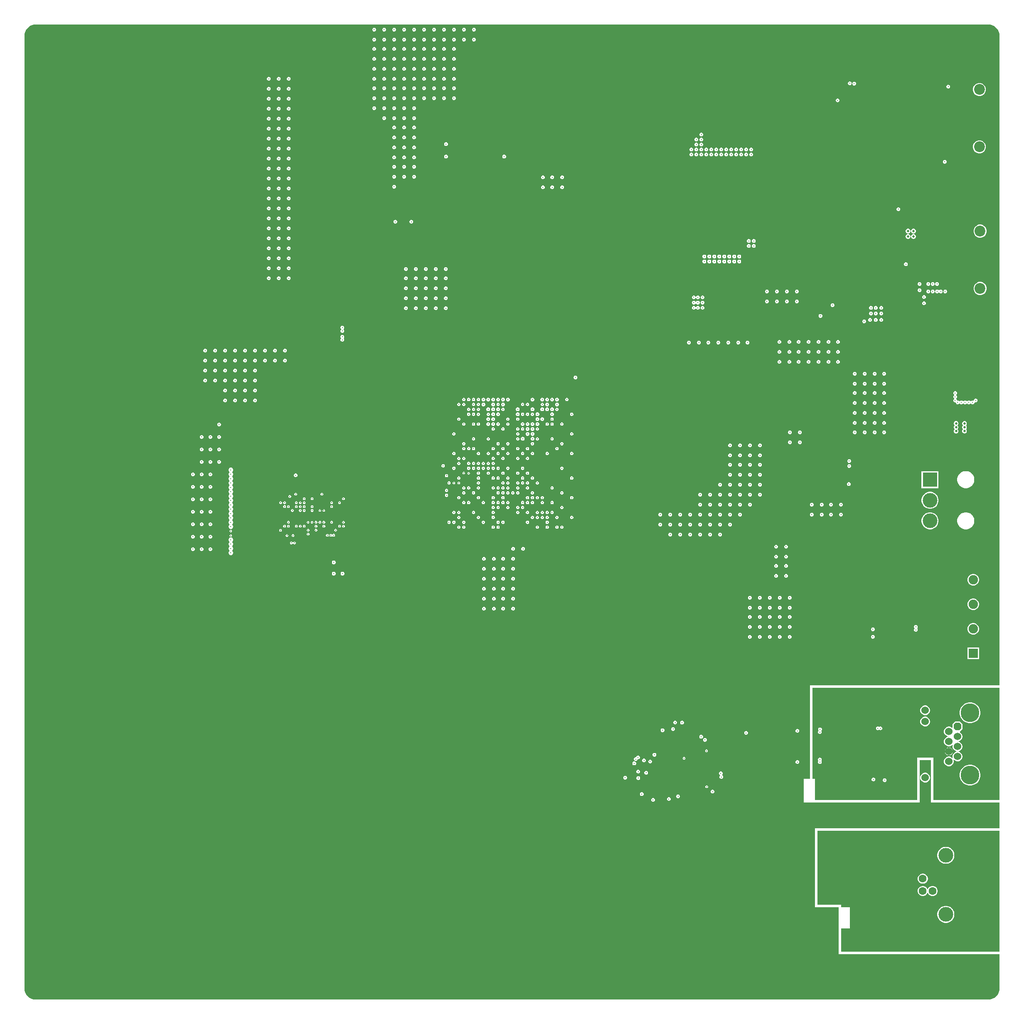
<source format=gbr>
%TF.GenerationSoftware,Altium Limited,Altium Designer,23.11.1 (41)*%
G04 Layer_Physical_Order=2*
G04 Layer_Color=16711935*
%FSLAX45Y45*%
%MOMM*%
%TF.SameCoordinates,85413206-E3E1-404A-8318-C17176F6EAC7*%
%TF.FilePolarity,Positive*%
%TF.FileFunction,Copper,L2,Inr,Signal*%
%TF.Part,Single*%
G01*
G75*
%TA.AperFunction,ComponentPad*%
%ADD88C,6.20000*%
%ADD89C,2.20000*%
%ADD90C,3.81000*%
G04:AMPARAMS|DCode=91|XSize=1.524mm|YSize=1.524mm|CornerRadius=0mm|HoleSize=0mm|Usage=FLASHONLY|Rotation=90.000|XOffset=0mm|YOffset=0mm|HoleType=Round|Shape=Octagon|*
%AMOCTAGOND91*
4,1,8,0.38100,0.76200,-0.38100,0.76200,-0.76200,0.38100,-0.76200,-0.38100,-0.38100,-0.76200,0.38100,-0.76200,0.76200,-0.38100,0.76200,0.38100,0.38100,0.76200,0.0*
%
%ADD91OCTAGOND91*%

%ADD92C,1.52400*%
%ADD93C,3.00000*%
%ADD94C,1.60000*%
%ADD95C,0.60000*%
%ADD96R,1.90500X1.90500*%
%ADD97C,1.90500*%
%ADD98R,3.00000X3.00000*%
%TA.AperFunction,ViaPad*%
%ADD99C,0.30480*%
%ADD100C,0.55880*%
%ADD101C,0.50000*%
%ADD102C,0.50800*%
G36*
X19940903Y4140200D02*
X18592799D01*
Y5003800D01*
X18262601D01*
Y4140200D01*
X16179800D01*
Y4572000D01*
X16128999D01*
Y6426200D01*
X19940903D01*
Y4140200D01*
D02*
G37*
G36*
Y1054100D02*
X16713200D01*
Y1524000D01*
X16891000D01*
Y1955800D01*
X16713200D01*
Y2006600D01*
X16230600D01*
Y3517900D01*
X19940903D01*
Y1054100D01*
D02*
G37*
G36*
X304790Y19940903D02*
X19710355Y19938708D01*
X19721997Y19940240D01*
X19755463Y19936945D01*
X19798793Y19923801D01*
X19838727Y19902455D01*
X19873729Y19873729D01*
X19902455Y19838727D01*
X19923801Y19798793D01*
X19936945Y19755463D01*
X19941177Y19712482D01*
X19940903Y19710399D01*
Y6477000D01*
X16078200D01*
Y4572000D01*
X15951199D01*
Y4089400D01*
X18313400D01*
Y4686300D01*
Y4953000D01*
X18542000D01*
Y4089400D01*
X19940903D01*
Y3568700D01*
X16179800D01*
Y1955800D01*
X16662399D01*
Y1003300D01*
X19940903D01*
Y304799D01*
X19941177Y302718D01*
X19936945Y259738D01*
X19923801Y216407D01*
X19902455Y176473D01*
X19873729Y141471D01*
X19838727Y112745D01*
X19798793Y91400D01*
X19755463Y78256D01*
X19722792Y75038D01*
X19710400Y74296D01*
X19697710Y74294D01*
X317485D01*
X304800Y74296D01*
X292408Y75038D01*
X259738Y78256D01*
X216407Y91400D01*
X176473Y112745D01*
X141471Y141471D01*
X112745Y176473D01*
X91400Y216407D01*
X78256Y259738D01*
X75038Y292408D01*
X74296Y304800D01*
X74294Y317485D01*
Y19697710D01*
X74296Y19710400D01*
X75038Y19722792D01*
X78256Y19755463D01*
X91400Y19798793D01*
X112745Y19838727D01*
X141471Y19873729D01*
X176473Y19902455D01*
X216407Y19923801D01*
X259738Y19936945D01*
X302714Y19941177D01*
X304790Y19940903D01*
D02*
G37*
%LPC*%
G36*
X18438438Y6068059D02*
X18412357D01*
X18387161Y6061308D01*
X18364574Y6048266D01*
X18346130Y6029823D01*
X18333089Y6007234D01*
X18326337Y5982040D01*
Y5955957D01*
X18333089Y5930763D01*
X18346130Y5908175D01*
X18364574Y5889731D01*
X18387161Y5876690D01*
X18412357Y5869939D01*
X18438438D01*
X18463634Y5876690D01*
X18486221Y5889731D01*
X18504665Y5908175D01*
X18517706Y5930763D01*
X18524457Y5955957D01*
Y5982040D01*
X18517706Y6007234D01*
X18504665Y6029823D01*
X18486221Y6048266D01*
X18463634Y6061308D01*
X18438438Y6068059D01*
D02*
G37*
G36*
X19360812Y6131559D02*
X19318784D01*
X19277563Y6123359D01*
X19238734Y6107276D01*
X19203789Y6083926D01*
X19174071Y6054208D01*
X19150720Y6019263D01*
X19134637Y5980434D01*
X19126437Y5939213D01*
Y5897185D01*
X19134637Y5855964D01*
X19150720Y5817135D01*
X19174071Y5782190D01*
X19203789Y5752471D01*
X19238734Y5729122D01*
X19277563Y5713038D01*
X19318784Y5704839D01*
X19360812D01*
X19402032Y5713038D01*
X19440862Y5729122D01*
X19475807Y5752471D01*
X19505525Y5782190D01*
X19528876Y5817135D01*
X19544958Y5855964D01*
X19553157Y5897185D01*
Y5939213D01*
X19544958Y5980434D01*
X19528876Y6019263D01*
X19505525Y6054208D01*
X19475807Y6083926D01*
X19440862Y6107276D01*
X19402032Y6123359D01*
X19360812Y6131559D01*
D02*
G37*
G36*
X18438438Y5839459D02*
X18412357D01*
X18387161Y5832708D01*
X18364574Y5819666D01*
X18346130Y5801223D01*
X18333089Y5778634D01*
X18326337Y5753440D01*
Y5727357D01*
X18333089Y5702163D01*
X18346130Y5679575D01*
X18364574Y5661131D01*
X18387161Y5648090D01*
X18412357Y5641339D01*
X18438438D01*
X18463634Y5648090D01*
X18486221Y5661131D01*
X18504665Y5679575D01*
X18517706Y5702163D01*
X18524457Y5727357D01*
Y5753440D01*
X18517706Y5778634D01*
X18504665Y5801223D01*
X18486221Y5819666D01*
X18463634Y5832708D01*
X18438438Y5839459D01*
D02*
G37*
G36*
X17522150Y5638800D02*
X17506993D01*
X17492989Y5633000D01*
X17487901Y5627912D01*
X17482812Y5633000D01*
X17468810Y5638800D01*
X17453653D01*
X17439648Y5633000D01*
X17428932Y5622282D01*
X17423131Y5608279D01*
Y5593122D01*
X17428932Y5579118D01*
X17439648Y5568401D01*
X17453653Y5562600D01*
X17468810D01*
X17482812Y5568401D01*
X17487901Y5573489D01*
X17492989Y5568401D01*
X17506993Y5562600D01*
X17522150D01*
X17536153Y5568401D01*
X17546870Y5579118D01*
X17552670Y5593122D01*
Y5608279D01*
X17546870Y5622282D01*
X17536153Y5633000D01*
X17522150Y5638800D01*
D02*
G37*
G36*
X19135327Y5737859D02*
X19036267D01*
X18986737Y5688329D01*
Y5615144D01*
X18975005Y5610284D01*
X18968822Y5616466D01*
X18946233Y5629508D01*
X18921039Y5636259D01*
X18894955D01*
X18869762Y5629508D01*
X18847173Y5616466D01*
X18828729Y5598023D01*
X18815688Y5575434D01*
X18808937Y5550240D01*
Y5524157D01*
X18815688Y5498963D01*
X18828729Y5476375D01*
X18847173Y5457931D01*
X18869762Y5444890D01*
X18879901Y5442173D01*
Y5429025D01*
X18869762Y5426308D01*
X18847173Y5413266D01*
X18828729Y5394823D01*
X18815688Y5372234D01*
X18808937Y5347040D01*
Y5320957D01*
X18815688Y5295763D01*
X18828729Y5273175D01*
X18847173Y5254731D01*
X18869762Y5241690D01*
X18894955Y5234939D01*
X18921039D01*
X18946233Y5241690D01*
X18968822Y5254731D01*
X18978735Y5264645D01*
X18990121Y5258071D01*
X18986737Y5245440D01*
Y5219357D01*
X18993488Y5194163D01*
X19006531Y5171575D01*
X19024973Y5153131D01*
X19047562Y5140090D01*
X19057701Y5137373D01*
Y5124225D01*
X19047562Y5121508D01*
X19024973Y5108466D01*
X19006531Y5090023D01*
X18993488Y5067434D01*
X18986737Y5042240D01*
Y5016157D01*
X18990121Y5003527D01*
X18978735Y4996953D01*
X18968822Y5006866D01*
X18946233Y5019908D01*
X18921039Y5026659D01*
X18894955D01*
X18869762Y5019908D01*
X18847173Y5006866D01*
X18828729Y4988423D01*
X18815688Y4965834D01*
X18808937Y4940640D01*
Y4914557D01*
X18815688Y4889363D01*
X18828729Y4866775D01*
X18847173Y4848331D01*
X18869762Y4835290D01*
X18894955Y4828539D01*
X18921039D01*
X18946233Y4835290D01*
X18968822Y4848331D01*
X18987265Y4866775D01*
X19000307Y4889363D01*
X19007057Y4914557D01*
Y4940640D01*
X19003673Y4953271D01*
X19015060Y4959845D01*
X19024973Y4949931D01*
X19047562Y4936890D01*
X19072755Y4930139D01*
X19098839D01*
X19124033Y4936890D01*
X19146622Y4949931D01*
X19165065Y4968375D01*
X19178107Y4990963D01*
X19184857Y5016157D01*
Y5042240D01*
X19178107Y5067434D01*
X19165065Y5090023D01*
X19146622Y5108466D01*
X19124033Y5121508D01*
X19113895Y5124225D01*
Y5137373D01*
X19124033Y5140090D01*
X19146622Y5153131D01*
X19165065Y5171575D01*
X19178107Y5194163D01*
X19184857Y5219357D01*
Y5245440D01*
X19178107Y5270634D01*
X19165065Y5293223D01*
X19146622Y5311666D01*
X19124033Y5324708D01*
X19113895Y5327425D01*
Y5340573D01*
X19124033Y5343290D01*
X19146622Y5356331D01*
X19165065Y5374775D01*
X19178107Y5397363D01*
X19184857Y5422557D01*
Y5448640D01*
X19178107Y5473834D01*
X19165065Y5496423D01*
X19146622Y5514866D01*
X19135986Y5521007D01*
X19132304Y5537797D01*
X19133678Y5539739D01*
X19135327D01*
X19184857Y5589269D01*
Y5688329D01*
X19135327Y5737859D01*
D02*
G37*
G36*
X16290042Y5618469D02*
X16274886D01*
X16260881Y5612669D01*
X16250163Y5601951D01*
X16244363Y5587948D01*
Y5572790D01*
X16250163Y5558787D01*
X16255984Y5552966D01*
X16249100Y5546082D01*
X16243300Y5532079D01*
Y5516921D01*
X16249100Y5502918D01*
X16259818Y5492200D01*
X16273820Y5486400D01*
X16288979D01*
X16302982Y5492200D01*
X16313699Y5502918D01*
X16319501Y5516921D01*
Y5532079D01*
X16313699Y5546082D01*
X16307880Y5551903D01*
X16314763Y5558787D01*
X16320563Y5572790D01*
Y5587948D01*
X16314763Y5601951D01*
X16304045Y5612669D01*
X16290042Y5618469D01*
D02*
G37*
G36*
X18918364Y5209539D02*
X18897630D01*
X18877605Y5204173D01*
X18859650Y5193806D01*
X18844991Y5179146D01*
X18834624Y5161191D01*
X18829257Y5141165D01*
Y5120432D01*
X18834624Y5100406D01*
X18844991Y5082451D01*
X18859650Y5067791D01*
X18877605Y5057425D01*
X18897630Y5052059D01*
X18918364D01*
X18938390Y5057425D01*
X18956345Y5067791D01*
X18971005Y5082451D01*
X18981371Y5100406D01*
X18986737Y5120432D01*
Y5141165D01*
X18981371Y5161191D01*
X18971005Y5179146D01*
X18956345Y5193806D01*
X18938390Y5204173D01*
X18918364Y5209539D01*
D02*
G37*
G36*
X16288979Y5003800D02*
X16273820D01*
X16259818Y4998000D01*
X16249100Y4987282D01*
X16243300Y4973279D01*
Y4958121D01*
X16249100Y4944118D01*
X16254189Y4939030D01*
X16249100Y4933942D01*
X16243300Y4919939D01*
Y4904781D01*
X16249100Y4890778D01*
X16259818Y4880060D01*
X16273820Y4874260D01*
X16288979D01*
X16302982Y4880060D01*
X16313699Y4890778D01*
X16319501Y4904781D01*
Y4919939D01*
X16313699Y4933942D01*
X16308612Y4939030D01*
X16313699Y4944118D01*
X16319501Y4958121D01*
Y4973279D01*
X16313699Y4987282D01*
X16302982Y4998000D01*
X16288979Y5003800D01*
D02*
G37*
G36*
X17381178Y4597400D02*
X17366022D01*
X17352019Y4591600D01*
X17341299Y4580882D01*
X17335500Y4566879D01*
Y4551721D01*
X17341299Y4537718D01*
X17352019Y4527000D01*
X17366022Y4521200D01*
X17381178D01*
X17395181Y4527000D01*
X17405901Y4537718D01*
X17411700Y4551721D01*
Y4566879D01*
X17405901Y4580882D01*
X17395181Y4591600D01*
X17381178Y4597400D01*
D02*
G37*
G36*
X17609779Y4584700D02*
X17594621D01*
X17580618Y4578900D01*
X17569901Y4568182D01*
X17564101Y4554179D01*
Y4539021D01*
X17569901Y4525018D01*
X17580618Y4514300D01*
X17594621Y4508500D01*
X17609779D01*
X17623782Y4514300D01*
X17634500Y4525018D01*
X17640300Y4539021D01*
Y4554179D01*
X17634500Y4568182D01*
X17623782Y4578900D01*
X17609779Y4584700D01*
D02*
G37*
G36*
X19360812Y4861559D02*
X19318784D01*
X19277563Y4853359D01*
X19238734Y4837276D01*
X19203789Y4813926D01*
X19174071Y4784208D01*
X19150720Y4749263D01*
X19134637Y4710434D01*
X19126437Y4669213D01*
Y4627185D01*
X19134637Y4585964D01*
X19150720Y4547135D01*
X19174071Y4512190D01*
X19203789Y4482471D01*
X19238734Y4459122D01*
X19277563Y4443038D01*
X19318784Y4434839D01*
X19360812D01*
X19402032Y4443038D01*
X19440862Y4459122D01*
X19475807Y4482471D01*
X19505525Y4512190D01*
X19528876Y4547135D01*
X19544958Y4585964D01*
X19553157Y4627185D01*
Y4669213D01*
X19544958Y4710434D01*
X19528876Y4749263D01*
X19505525Y4784208D01*
X19475807Y4813926D01*
X19440862Y4837276D01*
X19402032Y4853359D01*
X19360812Y4861559D01*
D02*
G37*
G36*
X18863824Y3187859D02*
X18829774D01*
X18796378Y3181216D01*
X18764919Y3168186D01*
X18736607Y3149268D01*
X18712531Y3125191D01*
X18693613Y3096879D01*
X18680582Y3065420D01*
X18673940Y3032024D01*
Y2997974D01*
X18680582Y2964578D01*
X18693613Y2933119D01*
X18712531Y2904807D01*
X18736607Y2880730D01*
X18764919Y2861812D01*
X18796378Y2848782D01*
X18829774Y2842139D01*
X18863824D01*
X18897220Y2848782D01*
X18928679Y2861812D01*
X18956992Y2880730D01*
X18981068Y2904807D01*
X18999985Y2933119D01*
X19013016Y2964578D01*
X19019659Y2997974D01*
Y3032024D01*
X19013016Y3065420D01*
X18999985Y3096879D01*
X18981068Y3125191D01*
X18956992Y3149268D01*
X18928679Y3168186D01*
X18897220Y3181216D01*
X18863824Y3187859D01*
D02*
G37*
G36*
X18390344Y2640862D02*
X18363260D01*
X18337100Y2633852D01*
X18313644Y2620310D01*
X18294495Y2601160D01*
X18280952Y2577705D01*
X18273943Y2551544D01*
Y2524461D01*
X18280952Y2498300D01*
X18294495Y2474845D01*
X18313644Y2455694D01*
X18337100Y2442152D01*
X18363260Y2435142D01*
X18390344D01*
X18416505Y2442152D01*
X18439960Y2455694D01*
X18459109Y2474845D01*
X18472652Y2498300D01*
X18479662Y2524461D01*
Y2551544D01*
X18472652Y2577705D01*
X18459109Y2601160D01*
X18439960Y2620310D01*
X18416505Y2633852D01*
X18390344Y2640862D01*
D02*
G37*
G36*
X18590344Y2390860D02*
X18563260D01*
X18537099Y2383850D01*
X18513644Y2370308D01*
X18494495Y2351158D01*
X18483830Y2332689D01*
X18469774D01*
X18459109Y2351158D01*
X18439960Y2370308D01*
X18416505Y2383850D01*
X18390344Y2390860D01*
X18363260D01*
X18337100Y2383850D01*
X18313644Y2370308D01*
X18294495Y2351158D01*
X18280952Y2327703D01*
X18273943Y2301542D01*
Y2274458D01*
X18280952Y2248298D01*
X18294495Y2224843D01*
X18313644Y2205692D01*
X18337100Y2192150D01*
X18363260Y2185140D01*
X18390344D01*
X18416505Y2192150D01*
X18439960Y2205692D01*
X18459109Y2224843D01*
X18469774Y2243312D01*
X18483830D01*
X18494495Y2224843D01*
X18513644Y2205692D01*
X18537099Y2192150D01*
X18563260Y2185140D01*
X18590344D01*
X18616504Y2192150D01*
X18639960Y2205692D01*
X18659109Y2224843D01*
X18672652Y2248298D01*
X18679662Y2274458D01*
Y2301542D01*
X18672652Y2327703D01*
X18659109Y2351158D01*
X18639960Y2370308D01*
X18616504Y2383850D01*
X18590344Y2390860D01*
D02*
G37*
G36*
X18863824Y1983858D02*
X18829774D01*
X18796378Y1977216D01*
X18764919Y1964185D01*
X18736607Y1945268D01*
X18712531Y1921190D01*
X18693613Y1892878D01*
X18680582Y1861420D01*
X18673940Y1828024D01*
Y1793973D01*
X18680582Y1760577D01*
X18693613Y1729118D01*
X18712531Y1700807D01*
X18736607Y1676729D01*
X18764919Y1657812D01*
X18796378Y1644781D01*
X18829774Y1638138D01*
X18863824D01*
X18897220Y1644781D01*
X18928679Y1657812D01*
X18956992Y1676729D01*
X18981068Y1700807D01*
X18999985Y1729118D01*
X19013016Y1760577D01*
X19019659Y1793973D01*
Y1828024D01*
X19013016Y1861420D01*
X18999985Y1892878D01*
X18981068Y1921190D01*
X18956992Y1945268D01*
X18928679Y1964185D01*
X18897220Y1977216D01*
X18863824Y1983858D01*
D02*
G37*
G36*
X9240479Y19875500D02*
X9225321D01*
X9211318Y19869701D01*
X9200600Y19858981D01*
X9194800Y19844978D01*
Y19829820D01*
X9200600Y19815817D01*
X9211318Y19805099D01*
X9225321Y19799300D01*
X9240479D01*
X9254482Y19805099D01*
X9265200Y19815817D01*
X9271000Y19829820D01*
Y19844978D01*
X9265200Y19858981D01*
X9254482Y19869701D01*
X9240479Y19875500D01*
D02*
G37*
G36*
X9037279D02*
X9022121D01*
X9008118Y19869701D01*
X8997400Y19858981D01*
X8991600Y19844978D01*
Y19829820D01*
X8997400Y19815817D01*
X9008118Y19805099D01*
X9022121Y19799300D01*
X9037279D01*
X9051282Y19805099D01*
X9062000Y19815817D01*
X9067800Y19829820D01*
Y19844978D01*
X9062000Y19858981D01*
X9051282Y19869701D01*
X9037279Y19875500D01*
D02*
G37*
G36*
X8834079D02*
X8818921D01*
X8804918Y19869701D01*
X8794200Y19858981D01*
X8788400Y19844978D01*
Y19829820D01*
X8794200Y19815817D01*
X8804918Y19805099D01*
X8818921Y19799300D01*
X8834079D01*
X8848082Y19805099D01*
X8858800Y19815817D01*
X8864600Y19829820D01*
Y19844978D01*
X8858800Y19858981D01*
X8848082Y19869701D01*
X8834079Y19875500D01*
D02*
G37*
G36*
X8630879D02*
X8615721D01*
X8601718Y19869701D01*
X8591000Y19858981D01*
X8585200Y19844978D01*
Y19829820D01*
X8591000Y19815817D01*
X8601718Y19805099D01*
X8615721Y19799300D01*
X8630879D01*
X8644882Y19805099D01*
X8655600Y19815817D01*
X8661400Y19829820D01*
Y19844978D01*
X8655600Y19858981D01*
X8644882Y19869701D01*
X8630879Y19875500D01*
D02*
G37*
G36*
X8427679D02*
X8412521D01*
X8398518Y19869701D01*
X8387800Y19858981D01*
X8382000Y19844978D01*
Y19829820D01*
X8387800Y19815817D01*
X8398518Y19805099D01*
X8412521Y19799300D01*
X8427679D01*
X8441682Y19805099D01*
X8452400Y19815817D01*
X8458200Y19829820D01*
Y19844978D01*
X8452400Y19858981D01*
X8441682Y19869701D01*
X8427679Y19875500D01*
D02*
G37*
G36*
X8224479D02*
X8209321D01*
X8195318Y19869701D01*
X8184600Y19858981D01*
X8178800Y19844978D01*
Y19829820D01*
X8184600Y19815817D01*
X8195318Y19805099D01*
X8209321Y19799300D01*
X8224479D01*
X8238482Y19805099D01*
X8249200Y19815817D01*
X8255000Y19829820D01*
Y19844978D01*
X8249200Y19858981D01*
X8238482Y19869701D01*
X8224479Y19875500D01*
D02*
G37*
G36*
X8021279D02*
X8006121D01*
X7992118Y19869701D01*
X7981400Y19858981D01*
X7975600Y19844978D01*
Y19829820D01*
X7981400Y19815817D01*
X7992118Y19805099D01*
X8006121Y19799300D01*
X8021279D01*
X8035282Y19805099D01*
X8046000Y19815817D01*
X8051800Y19829820D01*
Y19844978D01*
X8046000Y19858981D01*
X8035282Y19869701D01*
X8021279Y19875500D01*
D02*
G37*
G36*
X7818079D02*
X7802921D01*
X7788918Y19869701D01*
X7778200Y19858981D01*
X7772400Y19844978D01*
Y19829820D01*
X7778200Y19815817D01*
X7788918Y19805099D01*
X7802921Y19799300D01*
X7818079D01*
X7832082Y19805099D01*
X7842800Y19815817D01*
X7848600Y19829820D01*
Y19844978D01*
X7842800Y19858981D01*
X7832082Y19869701D01*
X7818079Y19875500D01*
D02*
G37*
G36*
X7614879D02*
X7599721D01*
X7585718Y19869701D01*
X7575000Y19858981D01*
X7569200Y19844978D01*
Y19829820D01*
X7575000Y19815817D01*
X7585718Y19805099D01*
X7599721Y19799300D01*
X7614879D01*
X7628882Y19805099D01*
X7639600Y19815817D01*
X7645400Y19829820D01*
Y19844978D01*
X7639600Y19858981D01*
X7628882Y19869701D01*
X7614879Y19875500D01*
D02*
G37*
G36*
X7411679D02*
X7396521D01*
X7382518Y19869701D01*
X7371800Y19858981D01*
X7366000Y19844978D01*
Y19829820D01*
X7371800Y19815817D01*
X7382518Y19805099D01*
X7396521Y19799300D01*
X7411679D01*
X7425682Y19805099D01*
X7436400Y19815817D01*
X7442200Y19829820D01*
Y19844978D01*
X7436400Y19858981D01*
X7425682Y19869701D01*
X7411679Y19875500D01*
D02*
G37*
G36*
X7208479D02*
X7193321D01*
X7179318Y19869701D01*
X7168600Y19858981D01*
X7162800Y19844978D01*
Y19829820D01*
X7168600Y19815817D01*
X7179318Y19805099D01*
X7193321Y19799300D01*
X7208479D01*
X7222482Y19805099D01*
X7233200Y19815817D01*
X7239000Y19829820D01*
Y19844978D01*
X7233200Y19858981D01*
X7222482Y19869701D01*
X7208479Y19875500D01*
D02*
G37*
G36*
X9240479Y19672301D02*
X9225321D01*
X9211318Y19666499D01*
X9200600Y19655782D01*
X9194800Y19641779D01*
Y19626620D01*
X9200600Y19612617D01*
X9211318Y19601900D01*
X9225321Y19596100D01*
X9240479D01*
X9254482Y19601900D01*
X9265200Y19612617D01*
X9271000Y19626620D01*
Y19641779D01*
X9265200Y19655782D01*
X9254482Y19666499D01*
X9240479Y19672301D01*
D02*
G37*
G36*
X9037279D02*
X9022121D01*
X9008118Y19666499D01*
X8997400Y19655782D01*
X8991600Y19641779D01*
Y19626620D01*
X8997400Y19612617D01*
X9008118Y19601900D01*
X9022121Y19596100D01*
X9037279D01*
X9051282Y19601900D01*
X9062000Y19612617D01*
X9067800Y19626620D01*
Y19641779D01*
X9062000Y19655782D01*
X9051282Y19666499D01*
X9037279Y19672301D01*
D02*
G37*
G36*
X8834079D02*
X8818921D01*
X8804918Y19666499D01*
X8794200Y19655782D01*
X8788400Y19641779D01*
Y19626620D01*
X8794200Y19612617D01*
X8804918Y19601900D01*
X8818921Y19596100D01*
X8834079D01*
X8848082Y19601900D01*
X8858800Y19612617D01*
X8864600Y19626620D01*
Y19641779D01*
X8858800Y19655782D01*
X8848082Y19666499D01*
X8834079Y19672301D01*
D02*
G37*
G36*
X8630879D02*
X8615721D01*
X8601718Y19666499D01*
X8591000Y19655782D01*
X8585200Y19641779D01*
Y19626620D01*
X8591000Y19612617D01*
X8601718Y19601900D01*
X8615721Y19596100D01*
X8630879D01*
X8644882Y19601900D01*
X8655600Y19612617D01*
X8661400Y19626620D01*
Y19641779D01*
X8655600Y19655782D01*
X8644882Y19666499D01*
X8630879Y19672301D01*
D02*
G37*
G36*
X8427679D02*
X8412521D01*
X8398518Y19666499D01*
X8387800Y19655782D01*
X8382000Y19641779D01*
Y19626620D01*
X8387800Y19612617D01*
X8398518Y19601900D01*
X8412521Y19596100D01*
X8427679D01*
X8441682Y19601900D01*
X8452400Y19612617D01*
X8458200Y19626620D01*
Y19641779D01*
X8452400Y19655782D01*
X8441682Y19666499D01*
X8427679Y19672301D01*
D02*
G37*
G36*
X8224479D02*
X8209321D01*
X8195318Y19666499D01*
X8184600Y19655782D01*
X8178800Y19641779D01*
Y19626620D01*
X8184600Y19612617D01*
X8195318Y19601900D01*
X8209321Y19596100D01*
X8224479D01*
X8238482Y19601900D01*
X8249200Y19612617D01*
X8255000Y19626620D01*
Y19641779D01*
X8249200Y19655782D01*
X8238482Y19666499D01*
X8224479Y19672301D01*
D02*
G37*
G36*
X8021279D02*
X8006121D01*
X7992118Y19666499D01*
X7981400Y19655782D01*
X7975600Y19641779D01*
Y19626620D01*
X7981400Y19612617D01*
X7992118Y19601900D01*
X8006121Y19596100D01*
X8021279D01*
X8035282Y19601900D01*
X8046000Y19612617D01*
X8051800Y19626620D01*
Y19641779D01*
X8046000Y19655782D01*
X8035282Y19666499D01*
X8021279Y19672301D01*
D02*
G37*
G36*
X7818079D02*
X7802921D01*
X7788918Y19666499D01*
X7778200Y19655782D01*
X7772400Y19641779D01*
Y19626620D01*
X7778200Y19612617D01*
X7788918Y19601900D01*
X7802921Y19596100D01*
X7818079D01*
X7832082Y19601900D01*
X7842800Y19612617D01*
X7848600Y19626620D01*
Y19641779D01*
X7842800Y19655782D01*
X7832082Y19666499D01*
X7818079Y19672301D01*
D02*
G37*
G36*
X7614879D02*
X7599721D01*
X7585718Y19666499D01*
X7575000Y19655782D01*
X7569200Y19641779D01*
Y19626620D01*
X7575000Y19612617D01*
X7585718Y19601900D01*
X7599721Y19596100D01*
X7614879D01*
X7628882Y19601900D01*
X7639600Y19612617D01*
X7645400Y19626620D01*
Y19641779D01*
X7639600Y19655782D01*
X7628882Y19666499D01*
X7614879Y19672301D01*
D02*
G37*
G36*
X7411679D02*
X7396521D01*
X7382518Y19666499D01*
X7371800Y19655782D01*
X7366000Y19641779D01*
Y19626620D01*
X7371800Y19612617D01*
X7382518Y19601900D01*
X7396521Y19596100D01*
X7411679D01*
X7425682Y19601900D01*
X7436400Y19612617D01*
X7442200Y19626620D01*
Y19641779D01*
X7436400Y19655782D01*
X7425682Y19666499D01*
X7411679Y19672301D01*
D02*
G37*
G36*
X7208479D02*
X7193321D01*
X7179318Y19666499D01*
X7168600Y19655782D01*
X7162800Y19641779D01*
Y19626620D01*
X7168600Y19612617D01*
X7179318Y19601900D01*
X7193321Y19596100D01*
X7208479D01*
X7222482Y19601900D01*
X7233200Y19612617D01*
X7239000Y19626620D01*
Y19641779D01*
X7233200Y19655782D01*
X7222482Y19666499D01*
X7208479Y19672301D01*
D02*
G37*
G36*
X8834079Y19481799D02*
X8818921D01*
X8804918Y19475999D01*
X8794200Y19465282D01*
X8788400Y19451279D01*
Y19436121D01*
X8794200Y19422118D01*
X8804918Y19411400D01*
X8818921Y19405600D01*
X8834079D01*
X8848082Y19411400D01*
X8858800Y19422118D01*
X8864600Y19436121D01*
Y19451279D01*
X8858800Y19465282D01*
X8848082Y19475999D01*
X8834079Y19481799D01*
D02*
G37*
G36*
X8630879D02*
X8615721D01*
X8601718Y19475999D01*
X8591000Y19465282D01*
X8585200Y19451279D01*
Y19436121D01*
X8591000Y19422118D01*
X8601718Y19411400D01*
X8615721Y19405600D01*
X8630879D01*
X8644882Y19411400D01*
X8655600Y19422118D01*
X8661400Y19436121D01*
Y19451279D01*
X8655600Y19465282D01*
X8644882Y19475999D01*
X8630879Y19481799D01*
D02*
G37*
G36*
X8427679D02*
X8412521D01*
X8398518Y19475999D01*
X8387800Y19465282D01*
X8382000Y19451279D01*
Y19436121D01*
X8387800Y19422118D01*
X8398518Y19411400D01*
X8412521Y19405600D01*
X8427679D01*
X8441682Y19411400D01*
X8452400Y19422118D01*
X8458200Y19436121D01*
Y19451279D01*
X8452400Y19465282D01*
X8441682Y19475999D01*
X8427679Y19481799D01*
D02*
G37*
G36*
X8224479D02*
X8209321D01*
X8195318Y19475999D01*
X8184600Y19465282D01*
X8178800Y19451279D01*
Y19436121D01*
X8184600Y19422118D01*
X8195318Y19411400D01*
X8209321Y19405600D01*
X8224479D01*
X8238482Y19411400D01*
X8249200Y19422118D01*
X8255000Y19436121D01*
Y19451279D01*
X8249200Y19465282D01*
X8238482Y19475999D01*
X8224479Y19481799D01*
D02*
G37*
G36*
X8021279D02*
X8006121D01*
X7992118Y19475999D01*
X7981400Y19465282D01*
X7975600Y19451279D01*
Y19436121D01*
X7981400Y19422118D01*
X7992118Y19411400D01*
X8006121Y19405600D01*
X8021279D01*
X8035282Y19411400D01*
X8046000Y19422118D01*
X8051800Y19436121D01*
Y19451279D01*
X8046000Y19465282D01*
X8035282Y19475999D01*
X8021279Y19481799D01*
D02*
G37*
G36*
X7818079D02*
X7802921D01*
X7788918Y19475999D01*
X7778200Y19465282D01*
X7772400Y19451279D01*
Y19436121D01*
X7778200Y19422118D01*
X7788918Y19411400D01*
X7802921Y19405600D01*
X7818079D01*
X7832082Y19411400D01*
X7842800Y19422118D01*
X7848600Y19436121D01*
Y19451279D01*
X7842800Y19465282D01*
X7832082Y19475999D01*
X7818079Y19481799D01*
D02*
G37*
G36*
X7614879D02*
X7599721D01*
X7585718Y19475999D01*
X7575000Y19465282D01*
X7569200Y19451279D01*
Y19436121D01*
X7575000Y19422118D01*
X7585718Y19411400D01*
X7599721Y19405600D01*
X7614879D01*
X7628882Y19411400D01*
X7639600Y19422118D01*
X7645400Y19436121D01*
Y19451279D01*
X7639600Y19465282D01*
X7628882Y19475999D01*
X7614879Y19481799D01*
D02*
G37*
G36*
X7411679D02*
X7396521D01*
X7382518Y19475999D01*
X7371800Y19465282D01*
X7366000Y19451279D01*
Y19436121D01*
X7371800Y19422118D01*
X7382518Y19411400D01*
X7396521Y19405600D01*
X7411679D01*
X7425682Y19411400D01*
X7436400Y19422118D01*
X7442200Y19436121D01*
Y19451279D01*
X7436400Y19465282D01*
X7425682Y19475999D01*
X7411679Y19481799D01*
D02*
G37*
G36*
X7208479D02*
X7193321D01*
X7179318Y19475999D01*
X7168600Y19465282D01*
X7162800Y19451279D01*
Y19436121D01*
X7168600Y19422118D01*
X7179318Y19411400D01*
X7193321Y19405600D01*
X7208479D01*
X7222482Y19411400D01*
X7233200Y19422118D01*
X7239000Y19436121D01*
Y19451279D01*
X7233200Y19465282D01*
X7222482Y19475999D01*
X7208479Y19481799D01*
D02*
G37*
G36*
X8834079Y19278600D02*
X8818921D01*
X8804918Y19272800D01*
X8794200Y19262082D01*
X8788400Y19248079D01*
Y19232921D01*
X8794200Y19218918D01*
X8804918Y19208200D01*
X8818921Y19202400D01*
X8834079D01*
X8848082Y19208200D01*
X8858800Y19218918D01*
X8864600Y19232921D01*
Y19248079D01*
X8858800Y19262082D01*
X8848082Y19272800D01*
X8834079Y19278600D01*
D02*
G37*
G36*
X8630879D02*
X8615721D01*
X8601718Y19272800D01*
X8591000Y19262082D01*
X8585200Y19248079D01*
Y19232921D01*
X8591000Y19218918D01*
X8601718Y19208200D01*
X8615721Y19202400D01*
X8630879D01*
X8644882Y19208200D01*
X8655600Y19218918D01*
X8661400Y19232921D01*
Y19248079D01*
X8655600Y19262082D01*
X8644882Y19272800D01*
X8630879Y19278600D01*
D02*
G37*
G36*
X8427679D02*
X8412521D01*
X8398518Y19272800D01*
X8387800Y19262082D01*
X8382000Y19248079D01*
Y19232921D01*
X8387800Y19218918D01*
X8398518Y19208200D01*
X8412521Y19202400D01*
X8427679D01*
X8441682Y19208200D01*
X8452400Y19218918D01*
X8458200Y19232921D01*
Y19248079D01*
X8452400Y19262082D01*
X8441682Y19272800D01*
X8427679Y19278600D01*
D02*
G37*
G36*
X8224479D02*
X8209321D01*
X8195318Y19272800D01*
X8184600Y19262082D01*
X8178800Y19248079D01*
Y19232921D01*
X8184600Y19218918D01*
X8195318Y19208200D01*
X8209321Y19202400D01*
X8224479D01*
X8238482Y19208200D01*
X8249200Y19218918D01*
X8255000Y19232921D01*
Y19248079D01*
X8249200Y19262082D01*
X8238482Y19272800D01*
X8224479Y19278600D01*
D02*
G37*
G36*
X8021279D02*
X8006121D01*
X7992118Y19272800D01*
X7981400Y19262082D01*
X7975600Y19248079D01*
Y19232921D01*
X7981400Y19218918D01*
X7992118Y19208200D01*
X8006121Y19202400D01*
X8021279D01*
X8035282Y19208200D01*
X8046000Y19218918D01*
X8051800Y19232921D01*
Y19248079D01*
X8046000Y19262082D01*
X8035282Y19272800D01*
X8021279Y19278600D01*
D02*
G37*
G36*
X7818079D02*
X7802921D01*
X7788918Y19272800D01*
X7778200Y19262082D01*
X7772400Y19248079D01*
Y19232921D01*
X7778200Y19218918D01*
X7788918Y19208200D01*
X7802921Y19202400D01*
X7818079D01*
X7832082Y19208200D01*
X7842800Y19218918D01*
X7848600Y19232921D01*
Y19248079D01*
X7842800Y19262082D01*
X7832082Y19272800D01*
X7818079Y19278600D01*
D02*
G37*
G36*
X7614879D02*
X7599721D01*
X7585718Y19272800D01*
X7575000Y19262082D01*
X7569200Y19248079D01*
Y19232921D01*
X7575000Y19218918D01*
X7585718Y19208200D01*
X7599721Y19202400D01*
X7614879D01*
X7628882Y19208200D01*
X7639600Y19218918D01*
X7645400Y19232921D01*
Y19248079D01*
X7639600Y19262082D01*
X7628882Y19272800D01*
X7614879Y19278600D01*
D02*
G37*
G36*
X7411679D02*
X7396521D01*
X7382518Y19272800D01*
X7371800Y19262082D01*
X7366000Y19248079D01*
Y19232921D01*
X7371800Y19218918D01*
X7382518Y19208200D01*
X7396521Y19202400D01*
X7411679D01*
X7425682Y19208200D01*
X7436400Y19218918D01*
X7442200Y19232921D01*
Y19248079D01*
X7436400Y19262082D01*
X7425682Y19272800D01*
X7411679Y19278600D01*
D02*
G37*
G36*
X7208479D02*
X7193321D01*
X7179318Y19272800D01*
X7168600Y19262082D01*
X7162800Y19248079D01*
Y19232921D01*
X7168600Y19218918D01*
X7179318Y19208200D01*
X7193321Y19202400D01*
X7208479D01*
X7222482Y19208200D01*
X7233200Y19218918D01*
X7239000Y19232921D01*
Y19248079D01*
X7233200Y19262082D01*
X7222482Y19272800D01*
X7208479Y19278600D01*
D02*
G37*
G36*
X8834079Y19075400D02*
X8818921D01*
X8804918Y19069600D01*
X8794200Y19058882D01*
X8788400Y19044879D01*
Y19029721D01*
X8794200Y19015718D01*
X8804918Y19005000D01*
X8818921Y18999200D01*
X8834079D01*
X8848082Y19005000D01*
X8858800Y19015718D01*
X8864600Y19029721D01*
Y19044879D01*
X8858800Y19058882D01*
X8848082Y19069600D01*
X8834079Y19075400D01*
D02*
G37*
G36*
X8630879D02*
X8615721D01*
X8601718Y19069600D01*
X8591000Y19058882D01*
X8585200Y19044879D01*
Y19029721D01*
X8591000Y19015718D01*
X8601718Y19005000D01*
X8615721Y18999200D01*
X8630879D01*
X8644882Y19005000D01*
X8655600Y19015718D01*
X8661400Y19029721D01*
Y19044879D01*
X8655600Y19058882D01*
X8644882Y19069600D01*
X8630879Y19075400D01*
D02*
G37*
G36*
X8427679D02*
X8412521D01*
X8398518Y19069600D01*
X8387800Y19058882D01*
X8382000Y19044879D01*
Y19029721D01*
X8387800Y19015718D01*
X8398518Y19005000D01*
X8412521Y18999200D01*
X8427679D01*
X8441682Y19005000D01*
X8452400Y19015718D01*
X8458200Y19029721D01*
Y19044879D01*
X8452400Y19058882D01*
X8441682Y19069600D01*
X8427679Y19075400D01*
D02*
G37*
G36*
X8224479D02*
X8209321D01*
X8195318Y19069600D01*
X8184600Y19058882D01*
X8178800Y19044879D01*
Y19029721D01*
X8184600Y19015718D01*
X8195318Y19005000D01*
X8209321Y18999200D01*
X8224479D01*
X8238482Y19005000D01*
X8249200Y19015718D01*
X8255000Y19029721D01*
Y19044879D01*
X8249200Y19058882D01*
X8238482Y19069600D01*
X8224479Y19075400D01*
D02*
G37*
G36*
X8021279D02*
X8006121D01*
X7992118Y19069600D01*
X7981400Y19058882D01*
X7975600Y19044879D01*
Y19029721D01*
X7981400Y19015718D01*
X7992118Y19005000D01*
X8006121Y18999200D01*
X8021279D01*
X8035282Y19005000D01*
X8046000Y19015718D01*
X8051800Y19029721D01*
Y19044879D01*
X8046000Y19058882D01*
X8035282Y19069600D01*
X8021279Y19075400D01*
D02*
G37*
G36*
X7818079D02*
X7802921D01*
X7788918Y19069600D01*
X7778200Y19058882D01*
X7772400Y19044879D01*
Y19029721D01*
X7778200Y19015718D01*
X7788918Y19005000D01*
X7802921Y18999200D01*
X7818079D01*
X7832082Y19005000D01*
X7842800Y19015718D01*
X7848600Y19029721D01*
Y19044879D01*
X7842800Y19058882D01*
X7832082Y19069600D01*
X7818079Y19075400D01*
D02*
G37*
G36*
X7614879D02*
X7599721D01*
X7585718Y19069600D01*
X7575000Y19058882D01*
X7569200Y19044879D01*
Y19029721D01*
X7575000Y19015718D01*
X7585718Y19005000D01*
X7599721Y18999200D01*
X7614879D01*
X7628882Y19005000D01*
X7639600Y19015718D01*
X7645400Y19029721D01*
Y19044879D01*
X7639600Y19058882D01*
X7628882Y19069600D01*
X7614879Y19075400D01*
D02*
G37*
G36*
X7411679D02*
X7396521D01*
X7382518Y19069600D01*
X7371800Y19058882D01*
X7366000Y19044879D01*
Y19029721D01*
X7371800Y19015718D01*
X7382518Y19005000D01*
X7396521Y18999200D01*
X7411679D01*
X7425682Y19005000D01*
X7436400Y19015718D01*
X7442200Y19029721D01*
Y19044879D01*
X7436400Y19058882D01*
X7425682Y19069600D01*
X7411679Y19075400D01*
D02*
G37*
G36*
X7208479D02*
X7193321D01*
X7179318Y19069600D01*
X7168600Y19058882D01*
X7162800Y19044879D01*
Y19029721D01*
X7168600Y19015718D01*
X7179318Y19005000D01*
X7193321Y18999200D01*
X7208479D01*
X7222482Y19005000D01*
X7233200Y19015718D01*
X7239000Y19029721D01*
Y19044879D01*
X7233200Y19058882D01*
X7222482Y19069600D01*
X7208479Y19075400D01*
D02*
G37*
G36*
X8834079Y18872200D02*
X8818921D01*
X8804918Y18866400D01*
X8794200Y18855682D01*
X8788400Y18841679D01*
Y18826521D01*
X8794200Y18812518D01*
X8804918Y18801801D01*
X8818921Y18796001D01*
X8834079D01*
X8848082Y18801801D01*
X8858800Y18812518D01*
X8864600Y18826521D01*
Y18841679D01*
X8858800Y18855682D01*
X8848082Y18866400D01*
X8834079Y18872200D01*
D02*
G37*
G36*
X8630879D02*
X8615721D01*
X8601718Y18866400D01*
X8591000Y18855682D01*
X8585200Y18841679D01*
Y18826521D01*
X8591000Y18812518D01*
X8601718Y18801801D01*
X8615721Y18796001D01*
X8630879D01*
X8644882Y18801801D01*
X8655600Y18812518D01*
X8661400Y18826521D01*
Y18841679D01*
X8655600Y18855682D01*
X8644882Y18866400D01*
X8630879Y18872200D01*
D02*
G37*
G36*
X8427679D02*
X8412521D01*
X8398518Y18866400D01*
X8387800Y18855682D01*
X8382000Y18841679D01*
Y18826521D01*
X8387800Y18812518D01*
X8398518Y18801801D01*
X8412521Y18796001D01*
X8427679D01*
X8441682Y18801801D01*
X8452400Y18812518D01*
X8458200Y18826521D01*
Y18841679D01*
X8452400Y18855682D01*
X8441682Y18866400D01*
X8427679Y18872200D01*
D02*
G37*
G36*
X8224479D02*
X8209321D01*
X8195318Y18866400D01*
X8184600Y18855682D01*
X8178800Y18841679D01*
Y18826521D01*
X8184600Y18812518D01*
X8195318Y18801801D01*
X8209321Y18796001D01*
X8224479D01*
X8238482Y18801801D01*
X8249200Y18812518D01*
X8255000Y18826521D01*
Y18841679D01*
X8249200Y18855682D01*
X8238482Y18866400D01*
X8224479Y18872200D01*
D02*
G37*
G36*
X8021279D02*
X8006121D01*
X7992118Y18866400D01*
X7981400Y18855682D01*
X7975600Y18841679D01*
Y18826521D01*
X7981400Y18812518D01*
X7992118Y18801801D01*
X8006121Y18796001D01*
X8021279D01*
X8035282Y18801801D01*
X8046000Y18812518D01*
X8051800Y18826521D01*
Y18841679D01*
X8046000Y18855682D01*
X8035282Y18866400D01*
X8021279Y18872200D01*
D02*
G37*
G36*
X7818079D02*
X7802921D01*
X7788918Y18866400D01*
X7778200Y18855682D01*
X7772400Y18841679D01*
Y18826521D01*
X7778200Y18812518D01*
X7788918Y18801801D01*
X7802921Y18796001D01*
X7818079D01*
X7832082Y18801801D01*
X7842800Y18812518D01*
X7848600Y18826521D01*
Y18841679D01*
X7842800Y18855682D01*
X7832082Y18866400D01*
X7818079Y18872200D01*
D02*
G37*
G36*
X7614879D02*
X7599721D01*
X7585718Y18866400D01*
X7575000Y18855682D01*
X7569200Y18841679D01*
Y18826521D01*
X7575000Y18812518D01*
X7585718Y18801801D01*
X7599721Y18796001D01*
X7614879D01*
X7628882Y18801801D01*
X7639600Y18812518D01*
X7645400Y18826521D01*
Y18841679D01*
X7639600Y18855682D01*
X7628882Y18866400D01*
X7614879Y18872200D01*
D02*
G37*
G36*
X7411679D02*
X7396521D01*
X7382518Y18866400D01*
X7371800Y18855682D01*
X7366000Y18841679D01*
Y18826521D01*
X7371800Y18812518D01*
X7382518Y18801801D01*
X7396521Y18796001D01*
X7411679D01*
X7425682Y18801801D01*
X7436400Y18812518D01*
X7442200Y18826521D01*
Y18841679D01*
X7436400Y18855682D01*
X7425682Y18866400D01*
X7411679Y18872200D01*
D02*
G37*
G36*
X7208479D02*
X7193321D01*
X7179318Y18866400D01*
X7168600Y18855682D01*
X7162800Y18841679D01*
Y18826521D01*
X7168600Y18812518D01*
X7179318Y18801801D01*
X7193321Y18796001D01*
X7208479D01*
X7222482Y18801801D01*
X7233200Y18812518D01*
X7239000Y18826521D01*
Y18841679D01*
X7233200Y18855682D01*
X7222482Y18866400D01*
X7208479Y18872200D01*
D02*
G37*
G36*
X5468579D02*
X5453421D01*
X5439418Y18866400D01*
X5428700Y18855682D01*
X5422900Y18841679D01*
Y18826521D01*
X5428700Y18812518D01*
X5439418Y18801801D01*
X5453421Y18796001D01*
X5468579D01*
X5482582Y18801801D01*
X5493300Y18812518D01*
X5499100Y18826521D01*
Y18841679D01*
X5493300Y18855682D01*
X5482582Y18866400D01*
X5468579Y18872200D01*
D02*
G37*
G36*
X5265379D02*
X5250221D01*
X5236218Y18866400D01*
X5225500Y18855682D01*
X5219700Y18841679D01*
Y18826521D01*
X5225500Y18812518D01*
X5236218Y18801801D01*
X5250221Y18796001D01*
X5265379D01*
X5279382Y18801801D01*
X5290100Y18812518D01*
X5295900Y18826521D01*
Y18841679D01*
X5290100Y18855682D01*
X5279382Y18866400D01*
X5265379Y18872200D01*
D02*
G37*
G36*
X5062179D02*
X5047021D01*
X5033018Y18866400D01*
X5022300Y18855682D01*
X5016500Y18841679D01*
Y18826521D01*
X5022300Y18812518D01*
X5033018Y18801801D01*
X5047021Y18796001D01*
X5062179D01*
X5076182Y18801801D01*
X5086900Y18812518D01*
X5092700Y18826521D01*
Y18841679D01*
X5086900Y18855682D01*
X5076182Y18866400D01*
X5062179Y18872200D01*
D02*
G37*
G36*
X16898579Y18780760D02*
X16883421D01*
X16869418Y18774960D01*
X16858701Y18764243D01*
X16852901Y18750240D01*
Y18735081D01*
X16858701Y18721078D01*
X16869418Y18710361D01*
X16883421Y18704559D01*
X16898579D01*
X16912582Y18710361D01*
X16923300Y18721078D01*
X16929100Y18735081D01*
Y18750240D01*
X16923300Y18764243D01*
X16912582Y18774960D01*
X16898579Y18780760D01*
D02*
G37*
G36*
X16987479Y18775681D02*
X16972321D01*
X16958318Y18769881D01*
X16947600Y18759161D01*
X16941800Y18745158D01*
Y18730000D01*
X16947600Y18715997D01*
X16958318Y18705280D01*
X16972321Y18699480D01*
X16987479D01*
X17001482Y18705280D01*
X17012199Y18715997D01*
X17017999Y18730000D01*
Y18745158D01*
X17012199Y18759161D01*
X17001482Y18769881D01*
X16987479Y18775681D01*
D02*
G37*
G36*
X18905179Y18713451D02*
X18890021D01*
X18876018Y18707651D01*
X18865300Y18696931D01*
X18859500Y18682928D01*
Y18667770D01*
X18865300Y18653767D01*
X18876018Y18643050D01*
X18890021Y18637250D01*
X18905179D01*
X18919182Y18643050D01*
X18929900Y18653767D01*
X18935699Y18667770D01*
Y18682928D01*
X18929900Y18696931D01*
X18919182Y18707651D01*
X18905179Y18713451D01*
D02*
G37*
G36*
X8834079Y18681700D02*
X8818921D01*
X8804918Y18675900D01*
X8794200Y18665182D01*
X8788400Y18651180D01*
Y18636021D01*
X8794200Y18622018D01*
X8804918Y18611301D01*
X8818921Y18605499D01*
X8834079D01*
X8848082Y18611301D01*
X8858800Y18622018D01*
X8864600Y18636021D01*
Y18651180D01*
X8858800Y18665182D01*
X8848082Y18675900D01*
X8834079Y18681700D01*
D02*
G37*
G36*
X8630879D02*
X8615721D01*
X8601718Y18675900D01*
X8591000Y18665182D01*
X8585200Y18651180D01*
Y18636021D01*
X8591000Y18622018D01*
X8601718Y18611301D01*
X8615721Y18605499D01*
X8630879D01*
X8644882Y18611301D01*
X8655600Y18622018D01*
X8661400Y18636021D01*
Y18651180D01*
X8655600Y18665182D01*
X8644882Y18675900D01*
X8630879Y18681700D01*
D02*
G37*
G36*
X8427679D02*
X8412521D01*
X8398518Y18675900D01*
X8387800Y18665182D01*
X8382000Y18651180D01*
Y18636021D01*
X8387800Y18622018D01*
X8398518Y18611301D01*
X8412521Y18605499D01*
X8427679D01*
X8441682Y18611301D01*
X8452400Y18622018D01*
X8458200Y18636021D01*
Y18651180D01*
X8452400Y18665182D01*
X8441682Y18675900D01*
X8427679Y18681700D01*
D02*
G37*
G36*
X8224479D02*
X8209321D01*
X8195318Y18675900D01*
X8184600Y18665182D01*
X8178800Y18651180D01*
Y18636021D01*
X8184600Y18622018D01*
X8195318Y18611301D01*
X8209321Y18605499D01*
X8224479D01*
X8238482Y18611301D01*
X8249200Y18622018D01*
X8255000Y18636021D01*
Y18651180D01*
X8249200Y18665182D01*
X8238482Y18675900D01*
X8224479Y18681700D01*
D02*
G37*
G36*
X8021279D02*
X8006121D01*
X7992118Y18675900D01*
X7981400Y18665182D01*
X7975600Y18651180D01*
Y18636021D01*
X7981400Y18622018D01*
X7992118Y18611301D01*
X8006121Y18605499D01*
X8021279D01*
X8035282Y18611301D01*
X8046000Y18622018D01*
X8051800Y18636021D01*
Y18651180D01*
X8046000Y18665182D01*
X8035282Y18675900D01*
X8021279Y18681700D01*
D02*
G37*
G36*
X7818079D02*
X7802921D01*
X7788918Y18675900D01*
X7778200Y18665182D01*
X7772400Y18651180D01*
Y18636021D01*
X7778200Y18622018D01*
X7788918Y18611301D01*
X7802921Y18605499D01*
X7818079D01*
X7832082Y18611301D01*
X7842800Y18622018D01*
X7848600Y18636021D01*
Y18651180D01*
X7842800Y18665182D01*
X7832082Y18675900D01*
X7818079Y18681700D01*
D02*
G37*
G36*
X7614879D02*
X7599721D01*
X7585718Y18675900D01*
X7575000Y18665182D01*
X7569200Y18651180D01*
Y18636021D01*
X7575000Y18622018D01*
X7585718Y18611301D01*
X7599721Y18605499D01*
X7614879D01*
X7628882Y18611301D01*
X7639600Y18622018D01*
X7645400Y18636021D01*
Y18651180D01*
X7639600Y18665182D01*
X7628882Y18675900D01*
X7614879Y18681700D01*
D02*
G37*
G36*
X7411679D02*
X7396521D01*
X7382518Y18675900D01*
X7371800Y18665182D01*
X7366000Y18651180D01*
Y18636021D01*
X7371800Y18622018D01*
X7382518Y18611301D01*
X7396521Y18605499D01*
X7411679D01*
X7425682Y18611301D01*
X7436400Y18622018D01*
X7442200Y18636021D01*
Y18651180D01*
X7436400Y18665182D01*
X7425682Y18675900D01*
X7411679Y18681700D01*
D02*
G37*
G36*
X7208479D02*
X7193321D01*
X7179318Y18675900D01*
X7168600Y18665182D01*
X7162800Y18651180D01*
Y18636021D01*
X7168600Y18622018D01*
X7179318Y18611301D01*
X7193321Y18605499D01*
X7208479D01*
X7222482Y18611301D01*
X7233200Y18622018D01*
X7239000Y18636021D01*
Y18651180D01*
X7233200Y18665182D01*
X7222482Y18675900D01*
X7208479Y18681700D01*
D02*
G37*
G36*
X5468579Y18669000D02*
X5453421D01*
X5439418Y18663200D01*
X5428700Y18652483D01*
X5422900Y18638480D01*
Y18623322D01*
X5428700Y18609319D01*
X5439418Y18598599D01*
X5453421Y18592799D01*
X5468579D01*
X5482582Y18598599D01*
X5493300Y18609319D01*
X5499100Y18623322D01*
Y18638480D01*
X5493300Y18652483D01*
X5482582Y18663200D01*
X5468579Y18669000D01*
D02*
G37*
G36*
X5265379D02*
X5250221D01*
X5236218Y18663200D01*
X5225500Y18652483D01*
X5219700Y18638480D01*
Y18623322D01*
X5225500Y18609319D01*
X5236218Y18598599D01*
X5250221Y18592799D01*
X5265379D01*
X5279382Y18598599D01*
X5290100Y18609319D01*
X5295900Y18623322D01*
Y18638480D01*
X5290100Y18652483D01*
X5279382Y18663200D01*
X5265379Y18669000D01*
D02*
G37*
G36*
X5062179D02*
X5047021D01*
X5033018Y18663200D01*
X5022300Y18652483D01*
X5016500Y18638480D01*
Y18623322D01*
X5022300Y18609319D01*
X5033018Y18598599D01*
X5047021Y18592799D01*
X5062179D01*
X5076182Y18598599D01*
X5086900Y18609319D01*
X5092700Y18623322D01*
Y18638480D01*
X5086900Y18652483D01*
X5076182Y18663200D01*
X5062179Y18669000D01*
D02*
G37*
G36*
X19547549Y18748518D02*
X19512567D01*
X19478777Y18739465D01*
X19448482Y18721973D01*
X19423744Y18697237D01*
X19406253Y18666940D01*
X19397198Y18633150D01*
Y18598167D01*
X19406253Y18564377D01*
X19423744Y18534081D01*
X19448482Y18509344D01*
X19478777Y18491853D01*
X19512567Y18482799D01*
X19547549D01*
X19581342Y18491853D01*
X19611636Y18509344D01*
X19636372Y18534081D01*
X19653865Y18564377D01*
X19662920Y18598167D01*
Y18633150D01*
X19653865Y18666940D01*
X19636372Y18697237D01*
X19611636Y18721973D01*
X19581342Y18739465D01*
X19547549Y18748518D01*
D02*
G37*
G36*
X8834079Y18478500D02*
X8818921D01*
X8804918Y18472701D01*
X8794200Y18461983D01*
X8788400Y18447980D01*
Y18432822D01*
X8794200Y18418819D01*
X8804918Y18408099D01*
X8818921Y18402299D01*
X8834079D01*
X8848082Y18408099D01*
X8858800Y18418819D01*
X8864600Y18432822D01*
Y18447980D01*
X8858800Y18461983D01*
X8848082Y18472701D01*
X8834079Y18478500D01*
D02*
G37*
G36*
X8630879D02*
X8615721D01*
X8601718Y18472701D01*
X8591000Y18461983D01*
X8585200Y18447980D01*
Y18432822D01*
X8591000Y18418819D01*
X8601718Y18408099D01*
X8615721Y18402299D01*
X8630879D01*
X8644882Y18408099D01*
X8655600Y18418819D01*
X8661400Y18432822D01*
Y18447980D01*
X8655600Y18461983D01*
X8644882Y18472701D01*
X8630879Y18478500D01*
D02*
G37*
G36*
X8427679D02*
X8412521D01*
X8398518Y18472701D01*
X8387800Y18461983D01*
X8382000Y18447980D01*
Y18432822D01*
X8387800Y18418819D01*
X8398518Y18408099D01*
X8412521Y18402299D01*
X8427679D01*
X8441682Y18408099D01*
X8452400Y18418819D01*
X8458200Y18432822D01*
Y18447980D01*
X8452400Y18461983D01*
X8441682Y18472701D01*
X8427679Y18478500D01*
D02*
G37*
G36*
X8224479D02*
X8209321D01*
X8195318Y18472701D01*
X8184600Y18461983D01*
X8178800Y18447980D01*
Y18432822D01*
X8184600Y18418819D01*
X8195318Y18408099D01*
X8209321Y18402299D01*
X8224479D01*
X8238482Y18408099D01*
X8249200Y18418819D01*
X8255000Y18432822D01*
Y18447980D01*
X8249200Y18461983D01*
X8238482Y18472701D01*
X8224479Y18478500D01*
D02*
G37*
G36*
X8021279D02*
X8006121D01*
X7992118Y18472701D01*
X7981400Y18461983D01*
X7975600Y18447980D01*
Y18432822D01*
X7981400Y18418819D01*
X7992118Y18408099D01*
X8006121Y18402299D01*
X8021279D01*
X8035282Y18408099D01*
X8046000Y18418819D01*
X8051800Y18432822D01*
Y18447980D01*
X8046000Y18461983D01*
X8035282Y18472701D01*
X8021279Y18478500D01*
D02*
G37*
G36*
X7818079D02*
X7802921D01*
X7788918Y18472701D01*
X7778200Y18461983D01*
X7772400Y18447980D01*
Y18432822D01*
X7778200Y18418819D01*
X7788918Y18408099D01*
X7802921Y18402299D01*
X7818079D01*
X7832082Y18408099D01*
X7842800Y18418819D01*
X7848600Y18432822D01*
Y18447980D01*
X7842800Y18461983D01*
X7832082Y18472701D01*
X7818079Y18478500D01*
D02*
G37*
G36*
X7614879D02*
X7599721D01*
X7585718Y18472701D01*
X7575000Y18461983D01*
X7569200Y18447980D01*
Y18432822D01*
X7575000Y18418819D01*
X7585718Y18408099D01*
X7599721Y18402299D01*
X7614879D01*
X7628882Y18408099D01*
X7639600Y18418819D01*
X7645400Y18432822D01*
Y18447980D01*
X7639600Y18461983D01*
X7628882Y18472701D01*
X7614879Y18478500D01*
D02*
G37*
G36*
X7411679D02*
X7396521D01*
X7382518Y18472701D01*
X7371800Y18461983D01*
X7366000Y18447980D01*
Y18432822D01*
X7371800Y18418819D01*
X7382518Y18408099D01*
X7396521Y18402299D01*
X7411679D01*
X7425682Y18408099D01*
X7436400Y18418819D01*
X7442200Y18432822D01*
Y18447980D01*
X7436400Y18461983D01*
X7425682Y18472701D01*
X7411679Y18478500D01*
D02*
G37*
G36*
X7208479D02*
X7193321D01*
X7179318Y18472701D01*
X7168600Y18461983D01*
X7162800Y18447980D01*
Y18432822D01*
X7168600Y18418819D01*
X7179318Y18408099D01*
X7193321Y18402299D01*
X7208479D01*
X7222482Y18408099D01*
X7233200Y18418819D01*
X7239000Y18432822D01*
Y18447980D01*
X7233200Y18461983D01*
X7222482Y18472701D01*
X7208479Y18478500D01*
D02*
G37*
G36*
X5468579Y18465800D02*
X5453421D01*
X5439418Y18460001D01*
X5428700Y18449281D01*
X5422900Y18435278D01*
Y18420120D01*
X5428700Y18406117D01*
X5439418Y18395399D01*
X5453421Y18389600D01*
X5468579D01*
X5482582Y18395399D01*
X5493300Y18406117D01*
X5499100Y18420120D01*
Y18435278D01*
X5493300Y18449281D01*
X5482582Y18460001D01*
X5468579Y18465800D01*
D02*
G37*
G36*
X5265379D02*
X5250221D01*
X5236218Y18460001D01*
X5225500Y18449281D01*
X5219700Y18435278D01*
Y18420120D01*
X5225500Y18406117D01*
X5236218Y18395399D01*
X5250221Y18389600D01*
X5265379D01*
X5279382Y18395399D01*
X5290100Y18406117D01*
X5295900Y18420120D01*
Y18435278D01*
X5290100Y18449281D01*
X5279382Y18460001D01*
X5265379Y18465800D01*
D02*
G37*
G36*
X5062179D02*
X5047021D01*
X5033018Y18460001D01*
X5022300Y18449281D01*
X5016500Y18435278D01*
Y18420120D01*
X5022300Y18406117D01*
X5033018Y18395399D01*
X5047021Y18389600D01*
X5062179D01*
X5076182Y18395399D01*
X5086900Y18406117D01*
X5092700Y18420120D01*
Y18435278D01*
X5086900Y18449281D01*
X5076182Y18460001D01*
X5062179Y18465800D01*
D02*
G37*
G36*
X16649660Y18432780D02*
X16634502D01*
X16620499Y18426981D01*
X16609779Y18416261D01*
X16603979Y18402258D01*
Y18387102D01*
X16609779Y18373099D01*
X16620499Y18362379D01*
X16634502Y18356580D01*
X16649660D01*
X16663663Y18362379D01*
X16674380Y18373099D01*
X16680180Y18387102D01*
Y18402258D01*
X16674380Y18416261D01*
X16663663Y18426981D01*
X16649660Y18432780D01*
D02*
G37*
G36*
X8021279Y18275301D02*
X8006121D01*
X7992118Y18269501D01*
X7981400Y18258781D01*
X7975600Y18244778D01*
Y18229620D01*
X7981400Y18215617D01*
X7992118Y18204900D01*
X8006121Y18199100D01*
X8021279D01*
X8035282Y18204900D01*
X8046000Y18215617D01*
X8051800Y18229620D01*
Y18244778D01*
X8046000Y18258781D01*
X8035282Y18269501D01*
X8021279Y18275301D01*
D02*
G37*
G36*
X7818079D02*
X7802921D01*
X7788918Y18269501D01*
X7778200Y18258781D01*
X7772400Y18244778D01*
Y18229620D01*
X7778200Y18215617D01*
X7788918Y18204900D01*
X7802921Y18199100D01*
X7818079D01*
X7832082Y18204900D01*
X7842800Y18215617D01*
X7848600Y18229620D01*
Y18244778D01*
X7842800Y18258781D01*
X7832082Y18269501D01*
X7818079Y18275301D01*
D02*
G37*
G36*
X7614879D02*
X7599721D01*
X7585718Y18269501D01*
X7575000Y18258781D01*
X7569200Y18244778D01*
Y18229620D01*
X7575000Y18215617D01*
X7585718Y18204900D01*
X7599721Y18199100D01*
X7614879D01*
X7628882Y18204900D01*
X7639600Y18215617D01*
X7645400Y18229620D01*
Y18244778D01*
X7639600Y18258781D01*
X7628882Y18269501D01*
X7614879Y18275301D01*
D02*
G37*
G36*
X7411679D02*
X7396521D01*
X7382518Y18269501D01*
X7371800Y18258781D01*
X7366000Y18244778D01*
Y18229620D01*
X7371800Y18215617D01*
X7382518Y18204900D01*
X7396521Y18199100D01*
X7411679D01*
X7425682Y18204900D01*
X7436400Y18215617D01*
X7442200Y18229620D01*
Y18244778D01*
X7436400Y18258781D01*
X7425682Y18269501D01*
X7411679Y18275301D01*
D02*
G37*
G36*
X7208479D02*
X7193321D01*
X7179318Y18269501D01*
X7168600Y18258781D01*
X7162800Y18244778D01*
Y18229620D01*
X7168600Y18215617D01*
X7179318Y18204900D01*
X7193321Y18199100D01*
X7208479D01*
X7222482Y18204900D01*
X7233200Y18215617D01*
X7239000Y18229620D01*
Y18244778D01*
X7233200Y18258781D01*
X7222482Y18269501D01*
X7208479Y18275301D01*
D02*
G37*
G36*
X5468579Y18262601D02*
X5453421D01*
X5439418Y18256799D01*
X5428700Y18246082D01*
X5422900Y18232079D01*
Y18216920D01*
X5428700Y18202917D01*
X5439418Y18192200D01*
X5453421Y18186400D01*
X5468579D01*
X5482582Y18192200D01*
X5493300Y18202917D01*
X5499100Y18216920D01*
Y18232079D01*
X5493300Y18246082D01*
X5482582Y18256799D01*
X5468579Y18262601D01*
D02*
G37*
G36*
X5265379D02*
X5250221D01*
X5236218Y18256799D01*
X5225500Y18246082D01*
X5219700Y18232079D01*
Y18216920D01*
X5225500Y18202917D01*
X5236218Y18192200D01*
X5250221Y18186400D01*
X5265379D01*
X5279382Y18192200D01*
X5290100Y18202917D01*
X5295900Y18216920D01*
Y18232079D01*
X5290100Y18246082D01*
X5279382Y18256799D01*
X5265379Y18262601D01*
D02*
G37*
G36*
X5062179D02*
X5047021D01*
X5033018Y18256799D01*
X5022300Y18246082D01*
X5016500Y18232079D01*
Y18216920D01*
X5022300Y18202917D01*
X5033018Y18192200D01*
X5047021Y18186400D01*
X5062179D01*
X5076182Y18192200D01*
X5086900Y18202917D01*
X5092700Y18216920D01*
Y18232079D01*
X5086900Y18246082D01*
X5076182Y18256799D01*
X5062179Y18262601D01*
D02*
G37*
G36*
X8021279Y18072099D02*
X8006121D01*
X7992118Y18066299D01*
X7981400Y18055582D01*
X7975600Y18041579D01*
Y18026421D01*
X7981400Y18012418D01*
X7992118Y18001700D01*
X8006121Y17995900D01*
X8021279D01*
X8035282Y18001700D01*
X8046000Y18012418D01*
X8051800Y18026421D01*
Y18041579D01*
X8046000Y18055582D01*
X8035282Y18066299D01*
X8021279Y18072099D01*
D02*
G37*
G36*
X7818079D02*
X7802921D01*
X7788918Y18066299D01*
X7778200Y18055582D01*
X7772400Y18041579D01*
Y18026421D01*
X7778200Y18012418D01*
X7788918Y18001700D01*
X7802921Y17995900D01*
X7818079D01*
X7832082Y18001700D01*
X7842800Y18012418D01*
X7848600Y18026421D01*
Y18041579D01*
X7842800Y18055582D01*
X7832082Y18066299D01*
X7818079Y18072099D01*
D02*
G37*
G36*
X7614879D02*
X7599721D01*
X7585718Y18066299D01*
X7575000Y18055582D01*
X7569200Y18041579D01*
Y18026421D01*
X7575000Y18012418D01*
X7585718Y18001700D01*
X7599721Y17995900D01*
X7614879D01*
X7628882Y18001700D01*
X7639600Y18012418D01*
X7645400Y18026421D01*
Y18041579D01*
X7639600Y18055582D01*
X7628882Y18066299D01*
X7614879Y18072099D01*
D02*
G37*
G36*
X7411679D02*
X7396521D01*
X7382518Y18066299D01*
X7371800Y18055582D01*
X7366000Y18041579D01*
Y18026421D01*
X7371800Y18012418D01*
X7382518Y18001700D01*
X7396521Y17995900D01*
X7411679D01*
X7425682Y18001700D01*
X7436400Y18012418D01*
X7442200Y18026421D01*
Y18041579D01*
X7436400Y18055582D01*
X7425682Y18066299D01*
X7411679Y18072099D01*
D02*
G37*
G36*
X5468579Y18059399D02*
X5453421D01*
X5439418Y18053600D01*
X5428700Y18042882D01*
X5422900Y18028879D01*
Y18013721D01*
X5428700Y17999718D01*
X5439418Y17989000D01*
X5453421Y17983200D01*
X5468579D01*
X5482582Y17989000D01*
X5493300Y17999718D01*
X5499100Y18013721D01*
Y18028879D01*
X5493300Y18042882D01*
X5482582Y18053600D01*
X5468579Y18059399D01*
D02*
G37*
G36*
X5265379D02*
X5250221D01*
X5236218Y18053600D01*
X5225500Y18042882D01*
X5219700Y18028879D01*
Y18013721D01*
X5225500Y17999718D01*
X5236218Y17989000D01*
X5250221Y17983200D01*
X5265379D01*
X5279382Y17989000D01*
X5290100Y17999718D01*
X5295900Y18013721D01*
Y18028879D01*
X5290100Y18042882D01*
X5279382Y18053600D01*
X5265379Y18059399D01*
D02*
G37*
G36*
X5062179D02*
X5047021D01*
X5033018Y18053600D01*
X5022300Y18042882D01*
X5016500Y18028879D01*
Y18013721D01*
X5022300Y17999718D01*
X5033018Y17989000D01*
X5047021Y17983200D01*
X5062179D01*
X5076182Y17989000D01*
X5086900Y17999718D01*
X5092700Y18013721D01*
Y18028879D01*
X5086900Y18042882D01*
X5076182Y18053600D01*
X5062179Y18059399D01*
D02*
G37*
G36*
X8021279Y17881599D02*
X8006121D01*
X7992118Y17875800D01*
X7981400Y17865082D01*
X7975600Y17851079D01*
Y17835921D01*
X7981400Y17821918D01*
X7992118Y17811200D01*
X8006121Y17805400D01*
X8021279D01*
X8035282Y17811200D01*
X8046000Y17821918D01*
X8051800Y17835921D01*
Y17851079D01*
X8046000Y17865082D01*
X8035282Y17875800D01*
X8021279Y17881599D01*
D02*
G37*
G36*
X7818079D02*
X7802921D01*
X7788918Y17875800D01*
X7778200Y17865082D01*
X7772400Y17851079D01*
Y17835921D01*
X7778200Y17821918D01*
X7788918Y17811200D01*
X7802921Y17805400D01*
X7818079D01*
X7832082Y17811200D01*
X7842800Y17821918D01*
X7848600Y17835921D01*
Y17851079D01*
X7842800Y17865082D01*
X7832082Y17875800D01*
X7818079Y17881599D01*
D02*
G37*
G36*
X7614879D02*
X7599721D01*
X7585718Y17875800D01*
X7575000Y17865082D01*
X7569200Y17851079D01*
Y17835921D01*
X7575000Y17821918D01*
X7585718Y17811200D01*
X7599721Y17805400D01*
X7614879D01*
X7628882Y17811200D01*
X7639600Y17821918D01*
X7645400Y17835921D01*
Y17851079D01*
X7639600Y17865082D01*
X7628882Y17875800D01*
X7614879Y17881599D01*
D02*
G37*
G36*
X5468579Y17856200D02*
X5453421D01*
X5439418Y17850400D01*
X5428700Y17839682D01*
X5422900Y17825679D01*
Y17810521D01*
X5428700Y17796518D01*
X5439418Y17785800D01*
X5453421Y17780000D01*
X5468579D01*
X5482582Y17785800D01*
X5493300Y17796518D01*
X5499100Y17810521D01*
Y17825679D01*
X5493300Y17839682D01*
X5482582Y17850400D01*
X5468579Y17856200D01*
D02*
G37*
G36*
X5265379D02*
X5250221D01*
X5236218Y17850400D01*
X5225500Y17839682D01*
X5219700Y17825679D01*
Y17810521D01*
X5225500Y17796518D01*
X5236218Y17785800D01*
X5250221Y17780000D01*
X5265379D01*
X5279382Y17785800D01*
X5290100Y17796518D01*
X5295900Y17810521D01*
Y17825679D01*
X5290100Y17839682D01*
X5279382Y17850400D01*
X5265379Y17856200D01*
D02*
G37*
G36*
X5062179D02*
X5047021D01*
X5033018Y17850400D01*
X5022300Y17839682D01*
X5016500Y17825679D01*
Y17810521D01*
X5022300Y17796518D01*
X5033018Y17785800D01*
X5047021Y17780000D01*
X5062179D01*
X5076182Y17785800D01*
X5086900Y17796518D01*
X5092700Y17810521D01*
Y17825679D01*
X5086900Y17839682D01*
X5076182Y17850400D01*
X5062179Y17856200D01*
D02*
G37*
G36*
X13874193Y17735207D02*
X13859036D01*
X13845033Y17729407D01*
X13834315Y17718689D01*
X13828514Y17704686D01*
Y17689529D01*
X13834315Y17675525D01*
X13845033Y17664807D01*
X13859036Y17659007D01*
X13874193D01*
X13888196Y17664807D01*
X13898914Y17675525D01*
X13904713Y17689529D01*
Y17704686D01*
X13898914Y17718689D01*
X13888196Y17729407D01*
X13874193Y17735207D01*
D02*
G37*
G36*
X8021279Y17678400D02*
X8006121D01*
X7992118Y17672600D01*
X7981400Y17661882D01*
X7975600Y17647879D01*
Y17632721D01*
X7981400Y17618718D01*
X7992118Y17608000D01*
X8006121Y17602200D01*
X8021279D01*
X8035282Y17608000D01*
X8046000Y17618718D01*
X8051800Y17632721D01*
Y17647879D01*
X8046000Y17661882D01*
X8035282Y17672600D01*
X8021279Y17678400D01*
D02*
G37*
G36*
X7818079D02*
X7802921D01*
X7788918Y17672600D01*
X7778200Y17661882D01*
X7772400Y17647879D01*
Y17632721D01*
X7778200Y17618718D01*
X7788918Y17608000D01*
X7802921Y17602200D01*
X7818079D01*
X7832082Y17608000D01*
X7842800Y17618718D01*
X7848600Y17632721D01*
Y17647879D01*
X7842800Y17661882D01*
X7832082Y17672600D01*
X7818079Y17678400D01*
D02*
G37*
G36*
X7614879D02*
X7599721D01*
X7585718Y17672600D01*
X7575000Y17661882D01*
X7569200Y17647879D01*
Y17632721D01*
X7575000Y17618718D01*
X7585718Y17608000D01*
X7599721Y17602200D01*
X7614879D01*
X7628882Y17608000D01*
X7639600Y17618718D01*
X7645400Y17632721D01*
Y17647879D01*
X7639600Y17661882D01*
X7628882Y17672600D01*
X7614879Y17678400D01*
D02*
G37*
G36*
X5468579Y17653000D02*
X5453421D01*
X5439418Y17647200D01*
X5428700Y17636482D01*
X5422900Y17622479D01*
Y17607321D01*
X5428700Y17593318D01*
X5439418Y17582600D01*
X5453421Y17576801D01*
X5468579D01*
X5482582Y17582600D01*
X5493300Y17593318D01*
X5499100Y17607321D01*
Y17622479D01*
X5493300Y17636482D01*
X5482582Y17647200D01*
X5468579Y17653000D01*
D02*
G37*
G36*
X5265379D02*
X5250221D01*
X5236218Y17647200D01*
X5225500Y17636482D01*
X5219700Y17622479D01*
Y17607321D01*
X5225500Y17593318D01*
X5236218Y17582600D01*
X5250221Y17576801D01*
X5265379D01*
X5279382Y17582600D01*
X5290100Y17593318D01*
X5295900Y17607321D01*
Y17622479D01*
X5290100Y17636482D01*
X5279382Y17647200D01*
X5265379Y17653000D01*
D02*
G37*
G36*
X5062179D02*
X5047021D01*
X5033018Y17647200D01*
X5022300Y17636482D01*
X5016500Y17622479D01*
Y17607321D01*
X5022300Y17593318D01*
X5033018Y17582600D01*
X5047021Y17576801D01*
X5062179D01*
X5076182Y17582600D01*
X5086900Y17593318D01*
X5092700Y17607321D01*
Y17622479D01*
X5086900Y17636482D01*
X5076182Y17647200D01*
X5062179Y17653000D01*
D02*
G37*
G36*
X13874193Y17633607D02*
X13859036D01*
X13845033Y17627808D01*
X13834315Y17617088D01*
X13828514Y17603085D01*
Y17587929D01*
X13834315Y17573924D01*
X13845033Y17563206D01*
X13859036Y17557407D01*
X13874193D01*
X13888196Y17563206D01*
X13898914Y17573924D01*
X13904713Y17587929D01*
Y17603085D01*
X13898914Y17617088D01*
X13888196Y17627808D01*
X13874193Y17633607D01*
D02*
G37*
G36*
X13772594D02*
X13757436D01*
X13743433Y17627808D01*
X13732715Y17617088D01*
X13726913Y17603085D01*
Y17587929D01*
X13732715Y17573924D01*
X13743433Y17563206D01*
X13757436Y17557407D01*
X13772594D01*
X13786597Y17563206D01*
X13797314Y17573924D01*
X13803114Y17587929D01*
Y17603085D01*
X13797314Y17617088D01*
X13786597Y17627808D01*
X13772594Y17633607D01*
D02*
G37*
G36*
X8670715Y17542171D02*
X8655558D01*
X8641554Y17536371D01*
X8630837Y17525653D01*
X8625036Y17511650D01*
Y17496492D01*
X8630837Y17482489D01*
X8641554Y17471771D01*
X8655558Y17465971D01*
X8670715D01*
X8684718Y17471771D01*
X8695436Y17482489D01*
X8701236Y17496492D01*
Y17511650D01*
X8695436Y17525653D01*
X8684718Y17536371D01*
X8670715Y17542171D01*
D02*
G37*
G36*
X13874193Y17532007D02*
X13859036D01*
X13845033Y17526207D01*
X13834315Y17515489D01*
X13828514Y17501486D01*
Y17486330D01*
X13834315Y17472325D01*
X13845033Y17461607D01*
X13859036Y17455807D01*
X13874193D01*
X13888196Y17461607D01*
X13898914Y17472325D01*
X13904713Y17486330D01*
Y17501486D01*
X13898914Y17515489D01*
X13888196Y17526207D01*
X13874193Y17532007D01*
D02*
G37*
G36*
X13772594D02*
X13757436D01*
X13743433Y17526207D01*
X13732715Y17515489D01*
X13726913Y17501486D01*
Y17486330D01*
X13732715Y17472325D01*
X13743433Y17461607D01*
X13757436Y17455807D01*
X13772594D01*
X13786597Y17461607D01*
X13797314Y17472325D01*
X13803114Y17486330D01*
Y17501486D01*
X13797314Y17515489D01*
X13786597Y17526207D01*
X13772594Y17532007D01*
D02*
G37*
G36*
X8021279Y17475200D02*
X8006121D01*
X7992118Y17469400D01*
X7981400Y17458682D01*
X7975600Y17444679D01*
Y17429521D01*
X7981400Y17415518D01*
X7992118Y17404800D01*
X8006121Y17399001D01*
X8021279D01*
X8035282Y17404800D01*
X8046000Y17415518D01*
X8051800Y17429521D01*
Y17444679D01*
X8046000Y17458682D01*
X8035282Y17469400D01*
X8021279Y17475200D01*
D02*
G37*
G36*
X7818079D02*
X7802921D01*
X7788918Y17469400D01*
X7778200Y17458682D01*
X7772400Y17444679D01*
Y17429521D01*
X7778200Y17415518D01*
X7788918Y17404800D01*
X7802921Y17399001D01*
X7818079D01*
X7832082Y17404800D01*
X7842800Y17415518D01*
X7848600Y17429521D01*
Y17444679D01*
X7842800Y17458682D01*
X7832082Y17469400D01*
X7818079Y17475200D01*
D02*
G37*
G36*
X7614879D02*
X7599721D01*
X7585718Y17469400D01*
X7575000Y17458682D01*
X7569200Y17444679D01*
Y17429521D01*
X7575000Y17415518D01*
X7585718Y17404800D01*
X7599721Y17399001D01*
X7614879D01*
X7628882Y17404800D01*
X7639600Y17415518D01*
X7645400Y17429521D01*
Y17444679D01*
X7639600Y17458682D01*
X7628882Y17469400D01*
X7614879Y17475200D01*
D02*
G37*
G36*
X5468579Y17449800D02*
X5453421D01*
X5439418Y17444000D01*
X5428700Y17433282D01*
X5422900Y17419279D01*
Y17404121D01*
X5428700Y17390118D01*
X5439418Y17379401D01*
X5453421Y17373599D01*
X5468579D01*
X5482582Y17379401D01*
X5493300Y17390118D01*
X5499100Y17404121D01*
Y17419279D01*
X5493300Y17433282D01*
X5482582Y17444000D01*
X5468579Y17449800D01*
D02*
G37*
G36*
X5265379D02*
X5250221D01*
X5236218Y17444000D01*
X5225500Y17433282D01*
X5219700Y17419279D01*
Y17404121D01*
X5225500Y17390118D01*
X5236218Y17379401D01*
X5250221Y17373599D01*
X5265379D01*
X5279382Y17379401D01*
X5290100Y17390118D01*
X5295900Y17404121D01*
Y17419279D01*
X5290100Y17433282D01*
X5279382Y17444000D01*
X5265379Y17449800D01*
D02*
G37*
G36*
X5062179D02*
X5047021D01*
X5033018Y17444000D01*
X5022300Y17433282D01*
X5016500Y17419279D01*
Y17404121D01*
X5022300Y17390118D01*
X5033018Y17379401D01*
X5047021Y17373599D01*
X5062179D01*
X5076182Y17379401D01*
X5086900Y17390118D01*
X5092700Y17404121D01*
Y17419279D01*
X5086900Y17433282D01*
X5076182Y17444000D01*
X5062179Y17449800D01*
D02*
G37*
G36*
X14890193Y17430408D02*
X14875037D01*
X14861034Y17424606D01*
X14850314Y17413889D01*
X14844514Y17399886D01*
Y17384729D01*
X14850314Y17370724D01*
X14861034Y17360007D01*
X14875037Y17354207D01*
X14890193D01*
X14904196Y17360007D01*
X14914914Y17370724D01*
X14920714Y17384729D01*
Y17399886D01*
X14914914Y17413889D01*
X14904196Y17424606D01*
X14890193Y17430408D01*
D02*
G37*
G36*
X14788593D02*
X14773436D01*
X14759433Y17424606D01*
X14748715Y17413889D01*
X14742914Y17399886D01*
Y17384729D01*
X14748715Y17370724D01*
X14759433Y17360007D01*
X14773436Y17354207D01*
X14788593D01*
X14802596Y17360007D01*
X14813313Y17370724D01*
X14819115Y17384729D01*
Y17399886D01*
X14813313Y17413889D01*
X14802596Y17424606D01*
X14788593Y17430408D01*
D02*
G37*
G36*
X14686993D02*
X14671835D01*
X14657832Y17424606D01*
X14647115Y17413889D01*
X14641315Y17399886D01*
Y17384729D01*
X14647115Y17370724D01*
X14657832Y17360007D01*
X14671835Y17354207D01*
X14686993D01*
X14700996Y17360007D01*
X14711714Y17370724D01*
X14717514Y17384729D01*
Y17399886D01*
X14711714Y17413889D01*
X14700996Y17424606D01*
X14686993Y17430408D01*
D02*
G37*
G36*
X14585393D02*
X14570236D01*
X14556233Y17424606D01*
X14545515Y17413889D01*
X14539714Y17399886D01*
Y17384729D01*
X14545515Y17370724D01*
X14556233Y17360007D01*
X14570236Y17354207D01*
X14585393D01*
X14599396Y17360007D01*
X14610114Y17370724D01*
X14615913Y17384729D01*
Y17399886D01*
X14610114Y17413889D01*
X14599396Y17424606D01*
X14585393Y17430408D01*
D02*
G37*
G36*
X14483794D02*
X14468636D01*
X14454633Y17424606D01*
X14443915Y17413889D01*
X14438113Y17399886D01*
Y17384729D01*
X14443915Y17370724D01*
X14454633Y17360007D01*
X14468636Y17354207D01*
X14483794D01*
X14497797Y17360007D01*
X14508514Y17370724D01*
X14514314Y17384729D01*
Y17399886D01*
X14508514Y17413889D01*
X14497797Y17424606D01*
X14483794Y17430408D01*
D02*
G37*
G36*
X14382193D02*
X14367036D01*
X14353033Y17424606D01*
X14342316Y17413889D01*
X14336514Y17399886D01*
Y17384729D01*
X14342316Y17370724D01*
X14353033Y17360007D01*
X14367036Y17354207D01*
X14382193D01*
X14396196Y17360007D01*
X14406914Y17370724D01*
X14412714Y17384729D01*
Y17399886D01*
X14406914Y17413889D01*
X14396196Y17424606D01*
X14382193Y17430408D01*
D02*
G37*
G36*
X14280592D02*
X14265436D01*
X14251433Y17424606D01*
X14240715Y17413889D01*
X14234914Y17399886D01*
Y17384729D01*
X14240715Y17370724D01*
X14251433Y17360007D01*
X14265436Y17354207D01*
X14280592D01*
X14294595Y17360007D01*
X14305315Y17370724D01*
X14311115Y17384729D01*
Y17399886D01*
X14305315Y17413889D01*
X14294595Y17424606D01*
X14280592Y17430408D01*
D02*
G37*
G36*
X14178993D02*
X14163837D01*
X14149834Y17424606D01*
X14139114Y17413889D01*
X14133315Y17399886D01*
Y17384729D01*
X14139114Y17370724D01*
X14149834Y17360007D01*
X14163837Y17354207D01*
X14178993D01*
X14192996Y17360007D01*
X14203714Y17370724D01*
X14209514Y17384729D01*
Y17399886D01*
X14203714Y17413889D01*
X14192996Y17424606D01*
X14178993Y17430408D01*
D02*
G37*
G36*
X14077393D02*
X14062236D01*
X14048233Y17424606D01*
X14037515Y17413889D01*
X14031714Y17399886D01*
Y17384729D01*
X14037515Y17370724D01*
X14048233Y17360007D01*
X14062236Y17354207D01*
X14077393D01*
X14091396Y17360007D01*
X14102113Y17370724D01*
X14107915Y17384729D01*
Y17399886D01*
X14102113Y17413889D01*
X14091396Y17424606D01*
X14077393Y17430408D01*
D02*
G37*
G36*
X13975793D02*
X13960635D01*
X13946632Y17424606D01*
X13935915Y17413889D01*
X13930115Y17399886D01*
Y17384729D01*
X13935915Y17370724D01*
X13946632Y17360007D01*
X13960635Y17354207D01*
X13975793D01*
X13989796Y17360007D01*
X14000514Y17370724D01*
X14006314Y17384729D01*
Y17399886D01*
X14000514Y17413889D01*
X13989796Y17424606D01*
X13975793Y17430408D01*
D02*
G37*
G36*
X13874193D02*
X13859036D01*
X13845033Y17424606D01*
X13834315Y17413889D01*
X13828514Y17399886D01*
Y17384729D01*
X13834315Y17370724D01*
X13845033Y17360007D01*
X13859036Y17354207D01*
X13874193D01*
X13888196Y17360007D01*
X13898914Y17370724D01*
X13904713Y17384729D01*
Y17399886D01*
X13898914Y17413889D01*
X13888196Y17424606D01*
X13874193Y17430408D01*
D02*
G37*
G36*
X13772594D02*
X13757436D01*
X13743433Y17424606D01*
X13732715Y17413889D01*
X13726913Y17399886D01*
Y17384729D01*
X13732715Y17370724D01*
X13743433Y17360007D01*
X13757436Y17354207D01*
X13772594D01*
X13786597Y17360007D01*
X13797314Y17370724D01*
X13803114Y17384729D01*
Y17399886D01*
X13797314Y17413889D01*
X13786597Y17424606D01*
X13772594Y17430408D01*
D02*
G37*
G36*
X13670993D02*
X13655836D01*
X13641833Y17424606D01*
X13631116Y17413889D01*
X13625314Y17399886D01*
Y17384729D01*
X13631116Y17370724D01*
X13641833Y17360007D01*
X13655836Y17354207D01*
X13670993D01*
X13684996Y17360007D01*
X13695714Y17370724D01*
X13701514Y17384729D01*
Y17399886D01*
X13695714Y17413889D01*
X13684996Y17424606D01*
X13670993Y17430408D01*
D02*
G37*
G36*
X19547549Y17580119D02*
X19512567D01*
X19478777Y17571065D01*
X19448482Y17553574D01*
X19423744Y17528838D01*
X19406253Y17498541D01*
X19397198Y17464751D01*
Y17429767D01*
X19406253Y17395976D01*
X19423744Y17365681D01*
X19448482Y17340944D01*
X19478777Y17323453D01*
X19512567Y17314400D01*
X19547549D01*
X19581342Y17323453D01*
X19611636Y17340944D01*
X19636372Y17365681D01*
X19653865Y17395976D01*
X19662920Y17429767D01*
Y17464751D01*
X19653865Y17498541D01*
X19636372Y17528838D01*
X19611636Y17553574D01*
X19581342Y17571065D01*
X19547549Y17580119D01*
D02*
G37*
G36*
X14890193Y17328807D02*
X14875037D01*
X14861034Y17323007D01*
X14850314Y17312289D01*
X14844514Y17298286D01*
Y17283128D01*
X14850314Y17269125D01*
X14861034Y17258408D01*
X14875037Y17252608D01*
X14890193D01*
X14904196Y17258408D01*
X14914914Y17269125D01*
X14920714Y17283128D01*
Y17298286D01*
X14914914Y17312289D01*
X14904196Y17323007D01*
X14890193Y17328807D01*
D02*
G37*
G36*
X14788593D02*
X14773436D01*
X14759433Y17323007D01*
X14748715Y17312289D01*
X14742914Y17298286D01*
Y17283128D01*
X14748715Y17269125D01*
X14759433Y17258408D01*
X14773436Y17252608D01*
X14788593D01*
X14802596Y17258408D01*
X14813313Y17269125D01*
X14819115Y17283128D01*
Y17298286D01*
X14813313Y17312289D01*
X14802596Y17323007D01*
X14788593Y17328807D01*
D02*
G37*
G36*
X14686993D02*
X14671835D01*
X14657832Y17323007D01*
X14647115Y17312289D01*
X14641315Y17298286D01*
Y17283128D01*
X14647115Y17269125D01*
X14657832Y17258408D01*
X14671835Y17252608D01*
X14686993D01*
X14700996Y17258408D01*
X14711714Y17269125D01*
X14717514Y17283128D01*
Y17298286D01*
X14711714Y17312289D01*
X14700996Y17323007D01*
X14686993Y17328807D01*
D02*
G37*
G36*
X14585393D02*
X14570236D01*
X14556233Y17323007D01*
X14545515Y17312289D01*
X14539714Y17298286D01*
Y17283128D01*
X14545515Y17269125D01*
X14556233Y17258408D01*
X14570236Y17252608D01*
X14585393D01*
X14599396Y17258408D01*
X14610114Y17269125D01*
X14615913Y17283128D01*
Y17298286D01*
X14610114Y17312289D01*
X14599396Y17323007D01*
X14585393Y17328807D01*
D02*
G37*
G36*
X14483794D02*
X14468636D01*
X14454633Y17323007D01*
X14443915Y17312289D01*
X14438113Y17298286D01*
Y17283128D01*
X14443915Y17269125D01*
X14454633Y17258408D01*
X14468636Y17252608D01*
X14483794D01*
X14497797Y17258408D01*
X14508514Y17269125D01*
X14514314Y17283128D01*
Y17298286D01*
X14508514Y17312289D01*
X14497797Y17323007D01*
X14483794Y17328807D01*
D02*
G37*
G36*
X14382193D02*
X14367036D01*
X14353033Y17323007D01*
X14342316Y17312289D01*
X14336514Y17298286D01*
Y17283128D01*
X14342316Y17269125D01*
X14353033Y17258408D01*
X14367036Y17252608D01*
X14382193D01*
X14396196Y17258408D01*
X14406914Y17269125D01*
X14412714Y17283128D01*
Y17298286D01*
X14406914Y17312289D01*
X14396196Y17323007D01*
X14382193Y17328807D01*
D02*
G37*
G36*
X14280592D02*
X14265436D01*
X14251433Y17323007D01*
X14240715Y17312289D01*
X14234914Y17298286D01*
Y17283128D01*
X14240715Y17269125D01*
X14251433Y17258408D01*
X14265436Y17252608D01*
X14280592D01*
X14294595Y17258408D01*
X14305315Y17269125D01*
X14311115Y17283128D01*
Y17298286D01*
X14305315Y17312289D01*
X14294595Y17323007D01*
X14280592Y17328807D01*
D02*
G37*
G36*
X14178993D02*
X14163837D01*
X14149834Y17323007D01*
X14139114Y17312289D01*
X14133315Y17298286D01*
Y17283128D01*
X14139114Y17269125D01*
X14149834Y17258408D01*
X14163837Y17252608D01*
X14178993D01*
X14192996Y17258408D01*
X14203714Y17269125D01*
X14209514Y17283128D01*
Y17298286D01*
X14203714Y17312289D01*
X14192996Y17323007D01*
X14178993Y17328807D01*
D02*
G37*
G36*
X14077393D02*
X14062236D01*
X14048233Y17323007D01*
X14037515Y17312289D01*
X14031714Y17298286D01*
Y17283128D01*
X14037515Y17269125D01*
X14048233Y17258408D01*
X14062236Y17252608D01*
X14077393D01*
X14091396Y17258408D01*
X14102113Y17269125D01*
X14107915Y17283128D01*
Y17298286D01*
X14102113Y17312289D01*
X14091396Y17323007D01*
X14077393Y17328807D01*
D02*
G37*
G36*
X13975793D02*
X13960635D01*
X13946632Y17323007D01*
X13935915Y17312289D01*
X13930115Y17298286D01*
Y17283128D01*
X13935915Y17269125D01*
X13946632Y17258408D01*
X13960635Y17252608D01*
X13975793D01*
X13989796Y17258408D01*
X14000514Y17269125D01*
X14006314Y17283128D01*
Y17298286D01*
X14000514Y17312289D01*
X13989796Y17323007D01*
X13975793Y17328807D01*
D02*
G37*
G36*
X13874193D02*
X13859036D01*
X13845033Y17323007D01*
X13834315Y17312289D01*
X13828514Y17298286D01*
Y17283128D01*
X13834315Y17269125D01*
X13845033Y17258408D01*
X13859036Y17252608D01*
X13874193D01*
X13888196Y17258408D01*
X13898914Y17269125D01*
X13904713Y17283128D01*
Y17298286D01*
X13898914Y17312289D01*
X13888196Y17323007D01*
X13874193Y17328807D01*
D02*
G37*
G36*
X13772594D02*
X13757436D01*
X13743433Y17323007D01*
X13732715Y17312289D01*
X13726913Y17298286D01*
Y17283128D01*
X13732715Y17269125D01*
X13743433Y17258408D01*
X13757436Y17252608D01*
X13772594D01*
X13786597Y17258408D01*
X13797314Y17269125D01*
X13803114Y17283128D01*
Y17298286D01*
X13797314Y17312289D01*
X13786597Y17323007D01*
X13772594Y17328807D01*
D02*
G37*
G36*
X13670993D02*
X13655836D01*
X13641833Y17323007D01*
X13631116Y17312289D01*
X13625314Y17298286D01*
Y17283128D01*
X13631116Y17269125D01*
X13641833Y17258408D01*
X13655836Y17252608D01*
X13670993D01*
X13684996Y17258408D01*
X13695714Y17269125D01*
X13701514Y17283128D01*
Y17298286D01*
X13695714Y17312289D01*
X13684996Y17323007D01*
X13670993Y17328807D01*
D02*
G37*
G36*
X9855308Y17288171D02*
X9840151D01*
X9826148Y17282372D01*
X9815430Y17271654D01*
X9809630Y17257651D01*
Y17242493D01*
X9815430Y17228490D01*
X9826148Y17217770D01*
X9840151Y17211971D01*
X9855308D01*
X9869311Y17217770D01*
X9880029Y17228490D01*
X9885830Y17242493D01*
Y17257651D01*
X9880029Y17271654D01*
X9869311Y17282372D01*
X9855308Y17288171D01*
D02*
G37*
G36*
X8670715D02*
X8655558D01*
X8641554Y17282372D01*
X8630837Y17271654D01*
X8625036Y17257651D01*
Y17242493D01*
X8630837Y17228490D01*
X8641554Y17217770D01*
X8655558Y17211971D01*
X8670715D01*
X8684718Y17217770D01*
X8695436Y17228490D01*
X8701236Y17242493D01*
Y17257651D01*
X8695436Y17271654D01*
X8684718Y17282372D01*
X8670715Y17288171D01*
D02*
G37*
G36*
X8021279Y17272000D02*
X8006121D01*
X7992118Y17266200D01*
X7981400Y17255482D01*
X7975600Y17241479D01*
Y17226321D01*
X7981400Y17212318D01*
X7992118Y17201601D01*
X8006121Y17195799D01*
X8021279D01*
X8035282Y17201601D01*
X8046000Y17212318D01*
X8051800Y17226321D01*
Y17241479D01*
X8046000Y17255482D01*
X8035282Y17266200D01*
X8021279Y17272000D01*
D02*
G37*
G36*
X7818079D02*
X7802921D01*
X7788918Y17266200D01*
X7778200Y17255482D01*
X7772400Y17241479D01*
Y17226321D01*
X7778200Y17212318D01*
X7788918Y17201601D01*
X7802921Y17195799D01*
X7818079D01*
X7832082Y17201601D01*
X7842800Y17212318D01*
X7848600Y17226321D01*
Y17241479D01*
X7842800Y17255482D01*
X7832082Y17266200D01*
X7818079Y17272000D01*
D02*
G37*
G36*
X7614879D02*
X7599721D01*
X7585718Y17266200D01*
X7575000Y17255482D01*
X7569200Y17241479D01*
Y17226321D01*
X7575000Y17212318D01*
X7585718Y17201601D01*
X7599721Y17195799D01*
X7614879D01*
X7628882Y17201601D01*
X7639600Y17212318D01*
X7645400Y17226321D01*
Y17241479D01*
X7639600Y17255482D01*
X7628882Y17266200D01*
X7614879Y17272000D01*
D02*
G37*
G36*
X5468579Y17246600D02*
X5453421D01*
X5439418Y17240800D01*
X5428700Y17230083D01*
X5422900Y17216080D01*
Y17200922D01*
X5428700Y17186919D01*
X5439418Y17176199D01*
X5453421Y17170399D01*
X5468579D01*
X5482582Y17176199D01*
X5493300Y17186919D01*
X5499100Y17200922D01*
Y17216080D01*
X5493300Y17230083D01*
X5482582Y17240800D01*
X5468579Y17246600D01*
D02*
G37*
G36*
X5265379D02*
X5250221D01*
X5236218Y17240800D01*
X5225500Y17230083D01*
X5219700Y17216080D01*
Y17200922D01*
X5225500Y17186919D01*
X5236218Y17176199D01*
X5250221Y17170399D01*
X5265379D01*
X5279382Y17176199D01*
X5290100Y17186919D01*
X5295900Y17200922D01*
Y17216080D01*
X5290100Y17230083D01*
X5279382Y17240800D01*
X5265379Y17246600D01*
D02*
G37*
G36*
X5062179D02*
X5047021D01*
X5033018Y17240800D01*
X5022300Y17230083D01*
X5016500Y17216080D01*
Y17200922D01*
X5022300Y17186919D01*
X5033018Y17176199D01*
X5047021Y17170399D01*
X5062179D01*
X5076182Y17176199D01*
X5086900Y17186919D01*
X5092700Y17200922D01*
Y17216080D01*
X5086900Y17230083D01*
X5076182Y17240800D01*
X5062179Y17246600D01*
D02*
G37*
G36*
X18831519Y17183099D02*
X18816360D01*
X18802357Y17177299D01*
X18791640Y17166582D01*
X18785840Y17152579D01*
Y17137421D01*
X18791640Y17123418D01*
X18802357Y17112700D01*
X18816360Y17106900D01*
X18831519D01*
X18845522Y17112700D01*
X18856239Y17123418D01*
X18862041Y17137421D01*
Y17152579D01*
X18856239Y17166582D01*
X18845522Y17177299D01*
X18831519Y17183099D01*
D02*
G37*
G36*
X8021279Y17081500D02*
X8006121D01*
X7992118Y17075700D01*
X7981400Y17064983D01*
X7975600Y17050980D01*
Y17035822D01*
X7981400Y17021819D01*
X7992118Y17011099D01*
X8006121Y17005299D01*
X8021279D01*
X8035282Y17011099D01*
X8046000Y17021819D01*
X8051800Y17035822D01*
Y17050980D01*
X8046000Y17064983D01*
X8035282Y17075700D01*
X8021279Y17081500D01*
D02*
G37*
G36*
X7818079D02*
X7802921D01*
X7788918Y17075700D01*
X7778200Y17064983D01*
X7772400Y17050980D01*
Y17035822D01*
X7778200Y17021819D01*
X7788918Y17011099D01*
X7802921Y17005299D01*
X7818079D01*
X7832082Y17011099D01*
X7842800Y17021819D01*
X7848600Y17035822D01*
Y17050980D01*
X7842800Y17064983D01*
X7832082Y17075700D01*
X7818079Y17081500D01*
D02*
G37*
G36*
X7614879D02*
X7599721D01*
X7585718Y17075700D01*
X7575000Y17064983D01*
X7569200Y17050980D01*
Y17035822D01*
X7575000Y17021819D01*
X7585718Y17011099D01*
X7599721Y17005299D01*
X7614879D01*
X7628882Y17011099D01*
X7639600Y17021819D01*
X7645400Y17035822D01*
Y17050980D01*
X7639600Y17064983D01*
X7628882Y17075700D01*
X7614879Y17081500D01*
D02*
G37*
G36*
X5468579Y17043401D02*
X5453421D01*
X5439418Y17037601D01*
X5428700Y17026881D01*
X5422900Y17012878D01*
Y16997720D01*
X5428700Y16983717D01*
X5439418Y16973000D01*
X5453421Y16967200D01*
X5468579D01*
X5482582Y16973000D01*
X5493300Y16983717D01*
X5499100Y16997720D01*
Y17012878D01*
X5493300Y17026881D01*
X5482582Y17037601D01*
X5468579Y17043401D01*
D02*
G37*
G36*
X5265379D02*
X5250221D01*
X5236218Y17037601D01*
X5225500Y17026881D01*
X5219700Y17012878D01*
Y16997720D01*
X5225500Y16983717D01*
X5236218Y16973000D01*
X5250221Y16967200D01*
X5265379D01*
X5279382Y16973000D01*
X5290100Y16983717D01*
X5295900Y16997720D01*
Y17012878D01*
X5290100Y17026881D01*
X5279382Y17037601D01*
X5265379Y17043401D01*
D02*
G37*
G36*
X5062179D02*
X5047021D01*
X5033018Y17037601D01*
X5022300Y17026881D01*
X5016500Y17012878D01*
Y16997720D01*
X5022300Y16983717D01*
X5033018Y16973000D01*
X5047021Y16967200D01*
X5062179D01*
X5076182Y16973000D01*
X5086900Y16983717D01*
X5092700Y16997720D01*
Y17012878D01*
X5086900Y17026881D01*
X5076182Y17037601D01*
X5062179Y17043401D01*
D02*
G37*
G36*
X8021279Y16878300D02*
X8006121D01*
X7992118Y16872501D01*
X7981400Y16861781D01*
X7975600Y16847778D01*
Y16832620D01*
X7981400Y16818617D01*
X7992118Y16807899D01*
X8006121Y16802100D01*
X8021279D01*
X8035282Y16807899D01*
X8046000Y16818617D01*
X8051800Y16832620D01*
Y16847778D01*
X8046000Y16861781D01*
X8035282Y16872501D01*
X8021279Y16878300D01*
D02*
G37*
G36*
X7818079D02*
X7802921D01*
X7788918Y16872501D01*
X7778200Y16861781D01*
X7772400Y16847778D01*
Y16832620D01*
X7778200Y16818617D01*
X7788918Y16807899D01*
X7802921Y16802100D01*
X7818079D01*
X7832082Y16807899D01*
X7842800Y16818617D01*
X7848600Y16832620D01*
Y16847778D01*
X7842800Y16861781D01*
X7832082Y16872501D01*
X7818079Y16878300D01*
D02*
G37*
G36*
X7614879D02*
X7599721D01*
X7585718Y16872501D01*
X7575000Y16861781D01*
X7569200Y16847778D01*
Y16832620D01*
X7575000Y16818617D01*
X7585718Y16807899D01*
X7599721Y16802100D01*
X7614879D01*
X7628882Y16807899D01*
X7639600Y16818617D01*
X7645400Y16832620D01*
Y16847778D01*
X7639600Y16861781D01*
X7628882Y16872501D01*
X7614879Y16878300D01*
D02*
G37*
G36*
X11039502Y16865601D02*
X11024345D01*
X11010342Y16859801D01*
X10999624Y16849081D01*
X10993824Y16835078D01*
Y16819920D01*
X10999624Y16805917D01*
X11010342Y16795200D01*
X11024345Y16789400D01*
X11039502D01*
X11053505Y16795200D01*
X11064223Y16805917D01*
X11070024Y16819920D01*
Y16835078D01*
X11064223Y16849081D01*
X11053505Y16859801D01*
X11039502Y16865601D01*
D02*
G37*
G36*
X10836302D02*
X10821145D01*
X10807142Y16859801D01*
X10796424Y16849081D01*
X10790624Y16835078D01*
Y16819920D01*
X10796424Y16805917D01*
X10807142Y16795200D01*
X10821145Y16789400D01*
X10836302D01*
X10850305Y16795200D01*
X10861023Y16805917D01*
X10866824Y16819920D01*
Y16835078D01*
X10861023Y16849081D01*
X10850305Y16859801D01*
X10836302Y16865601D01*
D02*
G37*
G36*
X10645802D02*
X10630645D01*
X10616642Y16859801D01*
X10605924Y16849081D01*
X10600124Y16835078D01*
Y16819920D01*
X10605924Y16805917D01*
X10616642Y16795200D01*
X10630645Y16789400D01*
X10645802D01*
X10659805Y16795200D01*
X10670523Y16805917D01*
X10676324Y16819920D01*
Y16835078D01*
X10670523Y16849081D01*
X10659805Y16859801D01*
X10645802Y16865601D01*
D02*
G37*
G36*
X5468579Y16840346D02*
X5453421D01*
X5439418Y16834544D01*
X5428700Y16823827D01*
X5422900Y16809824D01*
Y16794667D01*
X5428700Y16780664D01*
X5439418Y16769946D01*
X5453421Y16764146D01*
X5468579D01*
X5482582Y16769946D01*
X5493300Y16780664D01*
X5499100Y16794667D01*
Y16809824D01*
X5493300Y16823827D01*
X5482582Y16834544D01*
X5468579Y16840346D01*
D02*
G37*
G36*
X5265379D02*
X5250221D01*
X5236218Y16834544D01*
X5225500Y16823827D01*
X5219700Y16809824D01*
Y16794667D01*
X5225500Y16780664D01*
X5236218Y16769946D01*
X5250221Y16764146D01*
X5265379D01*
X5279382Y16769946D01*
X5290100Y16780664D01*
X5295900Y16794667D01*
Y16809824D01*
X5290100Y16823827D01*
X5279382Y16834544D01*
X5265379Y16840346D01*
D02*
G37*
G36*
X5062179D02*
X5047021D01*
X5033018Y16834544D01*
X5022300Y16823827D01*
X5016500Y16809824D01*
Y16794667D01*
X5022300Y16780664D01*
X5033018Y16769946D01*
X5047021Y16764146D01*
X5062179D01*
X5076182Y16769946D01*
X5086900Y16780664D01*
X5092700Y16794667D01*
Y16809824D01*
X5086900Y16823827D01*
X5076182Y16834544D01*
X5062179Y16840346D01*
D02*
G37*
G36*
X7614879Y16675101D02*
X7599721D01*
X7585718Y16669299D01*
X7575000Y16658582D01*
X7569200Y16644579D01*
Y16629420D01*
X7575000Y16615417D01*
X7585718Y16604700D01*
X7599721Y16598900D01*
X7614879D01*
X7628882Y16604700D01*
X7639600Y16615417D01*
X7645400Y16629420D01*
Y16644579D01*
X7639600Y16658582D01*
X7628882Y16669299D01*
X7614879Y16675101D01*
D02*
G37*
G36*
X11039502Y16662399D02*
X11024345D01*
X11010342Y16656599D01*
X10999624Y16645882D01*
X10993824Y16631879D01*
Y16616721D01*
X10999624Y16602718D01*
X11010342Y16592000D01*
X11024345Y16586200D01*
X11039502D01*
X11053505Y16592000D01*
X11064223Y16602718D01*
X11070024Y16616721D01*
Y16631879D01*
X11064223Y16645882D01*
X11053505Y16656599D01*
X11039502Y16662399D01*
D02*
G37*
G36*
X10836302D02*
X10821145D01*
X10807142Y16656599D01*
X10796424Y16645882D01*
X10790624Y16631879D01*
Y16616721D01*
X10796424Y16602718D01*
X10807142Y16592000D01*
X10821145Y16586200D01*
X10836302D01*
X10850305Y16592000D01*
X10861023Y16602718D01*
X10866824Y16616721D01*
Y16631879D01*
X10861023Y16645882D01*
X10850305Y16656599D01*
X10836302Y16662399D01*
D02*
G37*
G36*
X10645802D02*
X10630645D01*
X10616642Y16656599D01*
X10605924Y16645882D01*
X10600124Y16631879D01*
Y16616721D01*
X10605924Y16602718D01*
X10616642Y16592000D01*
X10630645Y16586200D01*
X10645802D01*
X10659805Y16592000D01*
X10670523Y16602718D01*
X10676324Y16616721D01*
Y16631879D01*
X10670523Y16645882D01*
X10659805Y16656599D01*
X10645802Y16662399D01*
D02*
G37*
G36*
X5468579Y16637146D02*
X5453421D01*
X5439418Y16631345D01*
X5428700Y16620627D01*
X5422900Y16606624D01*
Y16591467D01*
X5428700Y16577464D01*
X5439418Y16566747D01*
X5453421Y16560947D01*
X5468579D01*
X5482582Y16566747D01*
X5493300Y16577464D01*
X5499100Y16591467D01*
Y16606624D01*
X5493300Y16620627D01*
X5482582Y16631345D01*
X5468579Y16637146D01*
D02*
G37*
G36*
X5265379D02*
X5250221D01*
X5236218Y16631345D01*
X5225500Y16620627D01*
X5219700Y16606624D01*
Y16591467D01*
X5225500Y16577464D01*
X5236218Y16566747D01*
X5250221Y16560947D01*
X5265379D01*
X5279382Y16566747D01*
X5290100Y16577464D01*
X5295900Y16591467D01*
Y16606624D01*
X5290100Y16620627D01*
X5279382Y16631345D01*
X5265379Y16637146D01*
D02*
G37*
G36*
X5062179D02*
X5047021D01*
X5033018Y16631345D01*
X5022300Y16620627D01*
X5016500Y16606624D01*
Y16591467D01*
X5022300Y16577464D01*
X5033018Y16566747D01*
X5047021Y16560947D01*
X5062179D01*
X5076182Y16566747D01*
X5086900Y16577464D01*
X5092700Y16591467D01*
Y16606624D01*
X5086900Y16620627D01*
X5076182Y16631345D01*
X5062179Y16637146D01*
D02*
G37*
G36*
X5468579Y16433946D02*
X5453421D01*
X5439418Y16428145D01*
X5428700Y16417427D01*
X5422900Y16403424D01*
Y16388268D01*
X5428700Y16374265D01*
X5439418Y16363547D01*
X5453421Y16357745D01*
X5468579D01*
X5482582Y16363547D01*
X5493300Y16374265D01*
X5499100Y16388268D01*
Y16403424D01*
X5493300Y16417427D01*
X5482582Y16428145D01*
X5468579Y16433946D01*
D02*
G37*
G36*
X5265379D02*
X5250221D01*
X5236218Y16428145D01*
X5225500Y16417427D01*
X5219700Y16403424D01*
Y16388268D01*
X5225500Y16374265D01*
X5236218Y16363547D01*
X5250221Y16357745D01*
X5265379D01*
X5279382Y16363547D01*
X5290100Y16374265D01*
X5295900Y16388268D01*
Y16403424D01*
X5290100Y16417427D01*
X5279382Y16428145D01*
X5265379Y16433946D01*
D02*
G37*
G36*
X5062179D02*
X5047021D01*
X5033018Y16428145D01*
X5022300Y16417427D01*
X5016500Y16403424D01*
Y16388268D01*
X5022300Y16374265D01*
X5033018Y16363547D01*
X5047021Y16357745D01*
X5062179D01*
X5076182Y16363547D01*
X5086900Y16374265D01*
X5092700Y16388268D01*
Y16403424D01*
X5086900Y16417427D01*
X5076182Y16428145D01*
X5062179Y16433946D01*
D02*
G37*
G36*
X5468579Y16230746D02*
X5453421D01*
X5439418Y16224945D01*
X5428700Y16214227D01*
X5422900Y16200224D01*
Y16185068D01*
X5428700Y16171065D01*
X5439418Y16160345D01*
X5453421Y16154546D01*
X5468579D01*
X5482582Y16160345D01*
X5493300Y16171065D01*
X5499100Y16185068D01*
Y16200224D01*
X5493300Y16214227D01*
X5482582Y16224945D01*
X5468579Y16230746D01*
D02*
G37*
G36*
X5265379D02*
X5250221D01*
X5236218Y16224945D01*
X5225500Y16214227D01*
X5219700Y16200224D01*
Y16185068D01*
X5225500Y16171065D01*
X5236218Y16160345D01*
X5250221Y16154546D01*
X5265379D01*
X5279382Y16160345D01*
X5290100Y16171065D01*
X5295900Y16185068D01*
Y16200224D01*
X5290100Y16214227D01*
X5279382Y16224945D01*
X5265379Y16230746D01*
D02*
G37*
G36*
X5062179D02*
X5047021D01*
X5033018Y16224945D01*
X5022300Y16214227D01*
X5016500Y16200224D01*
Y16185068D01*
X5022300Y16171065D01*
X5033018Y16160345D01*
X5047021Y16154546D01*
X5062179D01*
X5076182Y16160345D01*
X5086900Y16171065D01*
X5092700Y16185068D01*
Y16200224D01*
X5086900Y16214227D01*
X5076182Y16224945D01*
X5062179Y16230746D01*
D02*
G37*
G36*
X17887798Y16215639D02*
X17872639D01*
X17858636Y16209839D01*
X17847919Y16199121D01*
X17842117Y16185118D01*
Y16169962D01*
X17847919Y16155959D01*
X17858636Y16145239D01*
X17872639Y16139439D01*
X17887798D01*
X17901801Y16145239D01*
X17912518Y16155959D01*
X17918318Y16169962D01*
Y16185118D01*
X17912518Y16199121D01*
X17901801Y16209839D01*
X17887798Y16215639D01*
D02*
G37*
G36*
X5468579Y16027547D02*
X5453421D01*
X5439418Y16021745D01*
X5428700Y16011028D01*
X5422900Y15997025D01*
Y15981866D01*
X5428700Y15967863D01*
X5439418Y15957146D01*
X5453421Y15951346D01*
X5468579D01*
X5482582Y15957146D01*
X5493300Y15967863D01*
X5499100Y15981866D01*
Y15997025D01*
X5493300Y16011028D01*
X5482582Y16021745D01*
X5468579Y16027547D01*
D02*
G37*
G36*
X5265379D02*
X5250221D01*
X5236218Y16021745D01*
X5225500Y16011028D01*
X5219700Y15997025D01*
Y15981866D01*
X5225500Y15967863D01*
X5236218Y15957146D01*
X5250221Y15951346D01*
X5265379D01*
X5279382Y15957146D01*
X5290100Y15967863D01*
X5295900Y15981866D01*
Y15997025D01*
X5290100Y16011028D01*
X5279382Y16021745D01*
X5265379Y16027547D01*
D02*
G37*
G36*
X5062179D02*
X5047021D01*
X5033018Y16021745D01*
X5022300Y16011028D01*
X5016500Y15997025D01*
Y15981866D01*
X5022300Y15967863D01*
X5033018Y15957146D01*
X5047021Y15951346D01*
X5062179D01*
X5076182Y15957146D01*
X5086900Y15967863D01*
X5092700Y15981866D01*
Y15997025D01*
X5086900Y16011028D01*
X5076182Y16021745D01*
X5062179Y16027547D01*
D02*
G37*
G36*
X7965304Y15959872D02*
X7950147D01*
X7936144Y15954073D01*
X7925426Y15943355D01*
X7919626Y15929352D01*
Y15914195D01*
X7925426Y15900191D01*
X7936144Y15889474D01*
X7950147Y15883673D01*
X7965304D01*
X7979308Y15889474D01*
X7990025Y15900191D01*
X7995826Y15914195D01*
Y15929352D01*
X7990025Y15943355D01*
X7979308Y15954073D01*
X7965304Y15959872D01*
D02*
G37*
G36*
X7637797D02*
X7622640D01*
X7608636Y15954073D01*
X7597919Y15943355D01*
X7592118Y15929352D01*
Y15914195D01*
X7597919Y15900191D01*
X7608636Y15889474D01*
X7622640Y15883673D01*
X7637797D01*
X7651800Y15889474D01*
X7662518Y15900191D01*
X7668318Y15914195D01*
Y15929352D01*
X7662518Y15943355D01*
X7651800Y15954073D01*
X7637797Y15959872D01*
D02*
G37*
G36*
X5468579Y15824345D02*
X5453421D01*
X5439418Y15818546D01*
X5428700Y15807828D01*
X5422900Y15793823D01*
Y15778667D01*
X5428700Y15764664D01*
X5439418Y15753946D01*
X5453421Y15748146D01*
X5468579D01*
X5482582Y15753946D01*
X5493300Y15764664D01*
X5499100Y15778667D01*
Y15793823D01*
X5493300Y15807828D01*
X5482582Y15818546D01*
X5468579Y15824345D01*
D02*
G37*
G36*
X5265379D02*
X5250221D01*
X5236218Y15818546D01*
X5225500Y15807828D01*
X5219700Y15793823D01*
Y15778667D01*
X5225500Y15764664D01*
X5236218Y15753946D01*
X5250221Y15748146D01*
X5265379D01*
X5279382Y15753946D01*
X5290100Y15764664D01*
X5295900Y15778667D01*
Y15793823D01*
X5290100Y15807828D01*
X5279382Y15818546D01*
X5265379Y15824345D01*
D02*
G37*
G36*
X5062179D02*
X5047021D01*
X5033018Y15818546D01*
X5022300Y15807828D01*
X5016500Y15793823D01*
Y15778667D01*
X5022300Y15764664D01*
X5033018Y15753946D01*
X5047021Y15748146D01*
X5062179D01*
X5076182Y15753946D01*
X5086900Y15764664D01*
X5092700Y15778667D01*
Y15793823D01*
X5086900Y15807828D01*
X5076182Y15818546D01*
X5062179Y15824345D01*
D02*
G37*
G36*
X18197449Y15780602D02*
X18178407D01*
X18160818Y15773315D01*
X18147356Y15759853D01*
X18140068Y15742261D01*
Y15723221D01*
X18147356Y15705630D01*
X18160818Y15692168D01*
X18178407Y15684882D01*
X18197449D01*
X18215039Y15692168D01*
X18228502Y15705630D01*
X18235788Y15723221D01*
Y15742261D01*
X18228502Y15759853D01*
X18215039Y15773315D01*
X18197449Y15780602D01*
D02*
G37*
G36*
X18087447D02*
X18068407D01*
X18050816Y15773315D01*
X18037352Y15759853D01*
X18030066Y15742261D01*
Y15723221D01*
X18037352Y15705630D01*
X18050816Y15692168D01*
X18068407Y15684882D01*
X18087447D01*
X18105035Y15692168D01*
X18118500Y15705630D01*
X18125786Y15723221D01*
Y15742261D01*
X18118500Y15759853D01*
X18105035Y15773315D01*
X18087447Y15780602D01*
D02*
G37*
G36*
X19562788Y15864133D02*
X19527806D01*
X19494016Y15855080D01*
X19463721Y15837589D01*
X19438983Y15812851D01*
X19421492Y15782555D01*
X19412437Y15748766D01*
Y15713782D01*
X19421492Y15679991D01*
X19438983Y15649695D01*
X19463721Y15624959D01*
X19494016Y15607468D01*
X19527806Y15598413D01*
X19562788D01*
X19596581Y15607468D01*
X19626875Y15624959D01*
X19651611Y15649695D01*
X19669102Y15679991D01*
X19678157Y15713782D01*
Y15748766D01*
X19669102Y15782555D01*
X19651611Y15812851D01*
X19626875Y15837589D01*
X19596581Y15855080D01*
X19562788Y15864133D01*
D02*
G37*
G36*
X18197449Y15670599D02*
X18178407D01*
X18160818Y15663313D01*
X18147356Y15649849D01*
X18140068Y15632259D01*
Y15613219D01*
X18147356Y15595628D01*
X18160818Y15582166D01*
X18178407Y15574879D01*
X18197449D01*
X18215039Y15582166D01*
X18228502Y15595628D01*
X18235788Y15613219D01*
Y15632259D01*
X18228502Y15649849D01*
X18215039Y15663313D01*
X18197449Y15670599D01*
D02*
G37*
G36*
X18087447D02*
X18068407D01*
X18050816Y15663313D01*
X18037352Y15649849D01*
X18030066Y15632259D01*
Y15613219D01*
X18037352Y15595628D01*
X18050816Y15582166D01*
X18068407Y15574879D01*
X18087447D01*
X18105035Y15582166D01*
X18118500Y15595628D01*
X18125786Y15613219D01*
Y15632259D01*
X18118500Y15649849D01*
X18105035Y15663313D01*
X18087447Y15670599D01*
D02*
G37*
G36*
X5468579Y15621146D02*
X5453421D01*
X5439418Y15615344D01*
X5428700Y15604626D01*
X5422900Y15590623D01*
Y15575467D01*
X5428700Y15561464D01*
X5439418Y15550746D01*
X5453421Y15544946D01*
X5468579D01*
X5482582Y15550746D01*
X5493300Y15561464D01*
X5499100Y15575467D01*
Y15590623D01*
X5493300Y15604626D01*
X5482582Y15615344D01*
X5468579Y15621146D01*
D02*
G37*
G36*
X5265379D02*
X5250221D01*
X5236218Y15615344D01*
X5225500Y15604626D01*
X5219700Y15590623D01*
Y15575467D01*
X5225500Y15561464D01*
X5236218Y15550746D01*
X5250221Y15544946D01*
X5265379D01*
X5279382Y15550746D01*
X5290100Y15561464D01*
X5295900Y15575467D01*
Y15590623D01*
X5290100Y15604626D01*
X5279382Y15615344D01*
X5265379Y15621146D01*
D02*
G37*
G36*
X5062179D02*
X5047021D01*
X5033018Y15615344D01*
X5022300Y15604626D01*
X5016500Y15590623D01*
Y15575467D01*
X5022300Y15561464D01*
X5033018Y15550746D01*
X5047021Y15544946D01*
X5062179D01*
X5076182Y15550746D01*
X5086900Y15561464D01*
X5092700Y15575467D01*
Y15590623D01*
X5086900Y15604626D01*
X5076182Y15615344D01*
X5062179Y15621146D01*
D02*
G37*
G36*
X14942780Y15568402D02*
X14927621D01*
X14913618Y15562601D01*
X14902901Y15551884D01*
X14897099Y15537880D01*
Y15522723D01*
X14902901Y15508720D01*
X14913618Y15498003D01*
X14927621Y15492203D01*
X14942780D01*
X14956783Y15498003D01*
X14967500Y15508720D01*
X14973300Y15522723D01*
Y15537880D01*
X14967500Y15551884D01*
X14956783Y15562601D01*
X14942780Y15568402D01*
D02*
G37*
G36*
X14841179D02*
X14826021D01*
X14812018Y15562601D01*
X14801300Y15551884D01*
X14795500Y15537880D01*
Y15522723D01*
X14801300Y15508720D01*
X14812018Y15498003D01*
X14826021Y15492203D01*
X14841179D01*
X14855182Y15498003D01*
X14865900Y15508720D01*
X14871700Y15522723D01*
Y15537880D01*
X14865900Y15551884D01*
X14855182Y15562601D01*
X14841179Y15568402D01*
D02*
G37*
G36*
X14942780Y15466801D02*
X14927621D01*
X14913618Y15461002D01*
X14902901Y15450284D01*
X14897099Y15436279D01*
Y15421123D01*
X14902901Y15407120D01*
X14913618Y15396402D01*
X14927621Y15390602D01*
X14942780D01*
X14956783Y15396402D01*
X14967500Y15407120D01*
X14973300Y15421123D01*
Y15436279D01*
X14967500Y15450284D01*
X14956783Y15461002D01*
X14942780Y15466801D01*
D02*
G37*
G36*
X14841179D02*
X14826021D01*
X14812018Y15461002D01*
X14801300Y15450284D01*
X14795500Y15436279D01*
Y15421123D01*
X14801300Y15407120D01*
X14812018Y15396402D01*
X14826021Y15390602D01*
X14841179D01*
X14855182Y15396402D01*
X14865900Y15407120D01*
X14871700Y15421123D01*
Y15436279D01*
X14865900Y15450284D01*
X14855182Y15461002D01*
X14841179Y15466801D01*
D02*
G37*
G36*
X5468579Y15417946D02*
X5453421D01*
X5439418Y15412144D01*
X5428700Y15401427D01*
X5422900Y15387424D01*
Y15372267D01*
X5428700Y15358264D01*
X5439418Y15347546D01*
X5453421Y15341747D01*
X5468579D01*
X5482582Y15347546D01*
X5493300Y15358264D01*
X5499100Y15372267D01*
Y15387424D01*
X5493300Y15401427D01*
X5482582Y15412144D01*
X5468579Y15417946D01*
D02*
G37*
G36*
X5265379D02*
X5250221D01*
X5236218Y15412144D01*
X5225500Y15401427D01*
X5219700Y15387424D01*
Y15372267D01*
X5225500Y15358264D01*
X5236218Y15347546D01*
X5250221Y15341747D01*
X5265379D01*
X5279382Y15347546D01*
X5290100Y15358264D01*
X5295900Y15372267D01*
Y15387424D01*
X5290100Y15401427D01*
X5279382Y15412144D01*
X5265379Y15417946D01*
D02*
G37*
G36*
X5062179D02*
X5047021D01*
X5033018Y15412144D01*
X5022300Y15401427D01*
X5016500Y15387424D01*
Y15372267D01*
X5022300Y15358264D01*
X5033018Y15347546D01*
X5047021Y15341747D01*
X5062179D01*
X5076182Y15347546D01*
X5086900Y15358264D01*
X5092700Y15372267D01*
Y15387424D01*
X5086900Y15401427D01*
X5076182Y15412144D01*
X5062179Y15417946D01*
D02*
G37*
G36*
X14647185Y15253474D02*
X14632027D01*
X14618024Y15247675D01*
X14607304Y15236957D01*
X14601505Y15222952D01*
Y15207796D01*
X14607304Y15193793D01*
X14618024Y15183075D01*
X14632027Y15177275D01*
X14647185D01*
X14661188Y15183075D01*
X14671906Y15193793D01*
X14677705Y15207796D01*
Y15222952D01*
X14671906Y15236957D01*
X14661188Y15247675D01*
X14647185Y15253474D01*
D02*
G37*
G36*
X14545584D02*
X14530426D01*
X14516423Y15247675D01*
X14505705Y15236957D01*
X14499905Y15222952D01*
Y15207796D01*
X14505705Y15193793D01*
X14516423Y15183075D01*
X14530426Y15177275D01*
X14545584D01*
X14559587Y15183075D01*
X14570305Y15193793D01*
X14576105Y15207796D01*
Y15222952D01*
X14570305Y15236957D01*
X14559587Y15247675D01*
X14545584Y15253474D01*
D02*
G37*
G36*
X14443983D02*
X14428825D01*
X14414822Y15247675D01*
X14404105Y15236957D01*
X14398305Y15222952D01*
Y15207796D01*
X14404105Y15193793D01*
X14414822Y15183075D01*
X14428825Y15177275D01*
X14443983D01*
X14457986Y15183075D01*
X14468706Y15193793D01*
X14474506Y15207796D01*
Y15222952D01*
X14468706Y15236957D01*
X14457986Y15247675D01*
X14443983Y15253474D01*
D02*
G37*
G36*
X14342384D02*
X14327226D01*
X14313223Y15247675D01*
X14302505Y15236957D01*
X14296706Y15222952D01*
Y15207796D01*
X14302505Y15193793D01*
X14313223Y15183075D01*
X14327226Y15177275D01*
X14342384D01*
X14356387Y15183075D01*
X14367105Y15193793D01*
X14372905Y15207796D01*
Y15222952D01*
X14367105Y15236957D01*
X14356387Y15247675D01*
X14342384Y15253474D01*
D02*
G37*
G36*
X14240784D02*
X14225626D01*
X14211623Y15247675D01*
X14200905Y15236957D01*
X14195105Y15222952D01*
Y15207796D01*
X14200905Y15193793D01*
X14211623Y15183075D01*
X14225626Y15177275D01*
X14240784D01*
X14254787Y15183075D01*
X14265504Y15193793D01*
X14271304Y15207796D01*
Y15222952D01*
X14265504Y15236957D01*
X14254787Y15247675D01*
X14240784Y15253474D01*
D02*
G37*
G36*
X14139185D02*
X14124026D01*
X14110023Y15247675D01*
X14099306Y15236957D01*
X14093504Y15222952D01*
Y15207796D01*
X14099306Y15193793D01*
X14110023Y15183075D01*
X14124026Y15177275D01*
X14139185D01*
X14153188Y15183075D01*
X14163905Y15193793D01*
X14169705Y15207796D01*
Y15222952D01*
X14163905Y15236957D01*
X14153188Y15247675D01*
X14139185Y15253474D01*
D02*
G37*
G36*
X14037584D02*
X14022426D01*
X14008423Y15247675D01*
X13997705Y15236957D01*
X13991905Y15222952D01*
Y15207796D01*
X13997705Y15193793D01*
X14008423Y15183075D01*
X14022426Y15177275D01*
X14037584D01*
X14051587Y15183075D01*
X14062305Y15193793D01*
X14068105Y15207796D01*
Y15222952D01*
X14062305Y15236957D01*
X14051587Y15247675D01*
X14037584Y15253474D01*
D02*
G37*
G36*
X13935983D02*
X13920827D01*
X13906824Y15247675D01*
X13896104Y15236957D01*
X13890305Y15222952D01*
Y15207796D01*
X13896104Y15193793D01*
X13906824Y15183075D01*
X13920827Y15177275D01*
X13935983D01*
X13949986Y15183075D01*
X13960706Y15193793D01*
X13966505Y15207796D01*
Y15222952D01*
X13960706Y15236957D01*
X13949986Y15247675D01*
X13935983Y15253474D01*
D02*
G37*
G36*
X5468579Y15214746D02*
X5453421D01*
X5439418Y15208945D01*
X5428700Y15198227D01*
X5422900Y15184224D01*
Y15169067D01*
X5428700Y15155064D01*
X5439418Y15144347D01*
X5453421Y15138547D01*
X5468579D01*
X5482582Y15144347D01*
X5493300Y15155064D01*
X5499100Y15169067D01*
Y15184224D01*
X5493300Y15198227D01*
X5482582Y15208945D01*
X5468579Y15214746D01*
D02*
G37*
G36*
X5265379D02*
X5250221D01*
X5236218Y15208945D01*
X5225500Y15198227D01*
X5219700Y15184224D01*
Y15169067D01*
X5225500Y15155064D01*
X5236218Y15144347D01*
X5250221Y15138547D01*
X5265379D01*
X5279382Y15144347D01*
X5290100Y15155064D01*
X5295900Y15169067D01*
Y15184224D01*
X5290100Y15198227D01*
X5279382Y15208945D01*
X5265379Y15214746D01*
D02*
G37*
G36*
X5062179D02*
X5047021D01*
X5033018Y15208945D01*
X5022300Y15198227D01*
X5016500Y15184224D01*
Y15169067D01*
X5022300Y15155064D01*
X5033018Y15144347D01*
X5047021Y15138547D01*
X5062179D01*
X5076182Y15144347D01*
X5086900Y15155064D01*
X5092700Y15169067D01*
Y15184224D01*
X5086900Y15198227D01*
X5076182Y15208945D01*
X5062179Y15214746D01*
D02*
G37*
G36*
X14647185Y15151875D02*
X14632027D01*
X14618024Y15146074D01*
X14607304Y15135358D01*
X14601505Y15121353D01*
Y15106197D01*
X14607304Y15092194D01*
X14618024Y15081474D01*
X14632027Y15075674D01*
X14647185D01*
X14661188Y15081474D01*
X14671906Y15092194D01*
X14677705Y15106197D01*
Y15121353D01*
X14671906Y15135358D01*
X14661188Y15146074D01*
X14647185Y15151875D01*
D02*
G37*
G36*
X14545584D02*
X14530426D01*
X14516423Y15146074D01*
X14505705Y15135358D01*
X14499905Y15121353D01*
Y15106197D01*
X14505705Y15092194D01*
X14516423Y15081474D01*
X14530426Y15075674D01*
X14545584D01*
X14559587Y15081474D01*
X14570305Y15092194D01*
X14576105Y15106197D01*
Y15121353D01*
X14570305Y15135358D01*
X14559587Y15146074D01*
X14545584Y15151875D01*
D02*
G37*
G36*
X14443983D02*
X14428825D01*
X14414822Y15146074D01*
X14404105Y15135358D01*
X14398305Y15121353D01*
Y15106197D01*
X14404105Y15092194D01*
X14414822Y15081474D01*
X14428825Y15075674D01*
X14443983D01*
X14457986Y15081474D01*
X14468706Y15092194D01*
X14474506Y15106197D01*
Y15121353D01*
X14468706Y15135358D01*
X14457986Y15146074D01*
X14443983Y15151875D01*
D02*
G37*
G36*
X14342384D02*
X14327226D01*
X14313223Y15146074D01*
X14302505Y15135358D01*
X14296706Y15121353D01*
Y15106197D01*
X14302505Y15092194D01*
X14313223Y15081474D01*
X14327226Y15075674D01*
X14342384D01*
X14356387Y15081474D01*
X14367105Y15092194D01*
X14372905Y15106197D01*
Y15121353D01*
X14367105Y15135358D01*
X14356387Y15146074D01*
X14342384Y15151875D01*
D02*
G37*
G36*
X14240784D02*
X14225626D01*
X14211623Y15146074D01*
X14200905Y15135358D01*
X14195105Y15121353D01*
Y15106197D01*
X14200905Y15092194D01*
X14211623Y15081474D01*
X14225626Y15075674D01*
X14240784D01*
X14254787Y15081474D01*
X14265504Y15092194D01*
X14271304Y15106197D01*
Y15121353D01*
X14265504Y15135358D01*
X14254787Y15146074D01*
X14240784Y15151875D01*
D02*
G37*
G36*
X14139185D02*
X14124026D01*
X14110023Y15146074D01*
X14099306Y15135358D01*
X14093504Y15121353D01*
Y15106197D01*
X14099306Y15092194D01*
X14110023Y15081474D01*
X14124026Y15075674D01*
X14139185D01*
X14153188Y15081474D01*
X14163905Y15092194D01*
X14169705Y15106197D01*
Y15121353D01*
X14163905Y15135358D01*
X14153188Y15146074D01*
X14139185Y15151875D01*
D02*
G37*
G36*
X14037584D02*
X14022426D01*
X14008423Y15146074D01*
X13997705Y15135358D01*
X13991905Y15121353D01*
Y15106197D01*
X13997705Y15092194D01*
X14008423Y15081474D01*
X14022426Y15075674D01*
X14037584D01*
X14051587Y15081474D01*
X14062305Y15092194D01*
X14068105Y15106197D01*
Y15121353D01*
X14062305Y15135358D01*
X14051587Y15146074D01*
X14037584Y15151875D01*
D02*
G37*
G36*
X13935983D02*
X13920827D01*
X13906824Y15146074D01*
X13896104Y15135358D01*
X13890305Y15121353D01*
Y15106197D01*
X13896104Y15092194D01*
X13906824Y15081474D01*
X13920827Y15075674D01*
X13935983D01*
X13949986Y15081474D01*
X13960706Y15092194D01*
X13966505Y15106197D01*
Y15121353D01*
X13960706Y15135358D01*
X13949986Y15146074D01*
X13935983Y15151875D01*
D02*
G37*
G36*
X18041553Y15095219D02*
X18026396D01*
X18012393Y15089420D01*
X18001675Y15078702D01*
X17995876Y15064699D01*
Y15049541D01*
X18001675Y15035538D01*
X18012393Y15024820D01*
X18026396Y15019020D01*
X18041553D01*
X18055556Y15024820D01*
X18066273Y15035538D01*
X18072075Y15049541D01*
Y15064699D01*
X18066273Y15078702D01*
X18055556Y15089420D01*
X18041553Y15095219D01*
D02*
G37*
G36*
X5468579Y15011546D02*
X5453421D01*
X5439418Y15005745D01*
X5428700Y14995027D01*
X5422900Y14981024D01*
Y14965868D01*
X5428700Y14951865D01*
X5439418Y14941145D01*
X5453421Y14935345D01*
X5468579D01*
X5482582Y14941145D01*
X5493300Y14951865D01*
X5499100Y14965868D01*
Y14981024D01*
X5493300Y14995027D01*
X5482582Y15005745D01*
X5468579Y15011546D01*
D02*
G37*
G36*
X5265379D02*
X5250221D01*
X5236218Y15005745D01*
X5225500Y14995027D01*
X5219700Y14981024D01*
Y14965868D01*
X5225500Y14951865D01*
X5236218Y14941145D01*
X5250221Y14935345D01*
X5265379D01*
X5279382Y14941145D01*
X5290100Y14951865D01*
X5295900Y14965868D01*
Y14981024D01*
X5290100Y14995027D01*
X5279382Y15005745D01*
X5265379Y15011546D01*
D02*
G37*
G36*
X5062179D02*
X5047021D01*
X5033018Y15005745D01*
X5022300Y14995027D01*
X5016500Y14981024D01*
Y14965868D01*
X5022300Y14951865D01*
X5033018Y14941145D01*
X5047021Y14935345D01*
X5062179D01*
X5076182Y14941145D01*
X5086900Y14951865D01*
X5092700Y14965868D01*
Y14981024D01*
X5086900Y14995027D01*
X5076182Y15005745D01*
X5062179Y15011546D01*
D02*
G37*
G36*
X8668979Y14998700D02*
X8653821D01*
X8639818Y14992900D01*
X8629100Y14982182D01*
X8623300Y14968179D01*
Y14953021D01*
X8629100Y14939018D01*
X8639818Y14928300D01*
X8653821Y14922501D01*
X8668979D01*
X8682982Y14928300D01*
X8693700Y14939018D01*
X8699500Y14953021D01*
Y14968179D01*
X8693700Y14982182D01*
X8682982Y14992900D01*
X8668979Y14998700D01*
D02*
G37*
G36*
X8465779D02*
X8450621D01*
X8436618Y14992900D01*
X8425900Y14982182D01*
X8420100Y14968179D01*
Y14953021D01*
X8425900Y14939018D01*
X8436618Y14928300D01*
X8450621Y14922501D01*
X8465779D01*
X8479782Y14928300D01*
X8490500Y14939018D01*
X8496300Y14953021D01*
Y14968179D01*
X8490500Y14982182D01*
X8479782Y14992900D01*
X8465779Y14998700D01*
D02*
G37*
G36*
X8262579D02*
X8247421D01*
X8233418Y14992900D01*
X8222700Y14982182D01*
X8216900Y14968179D01*
Y14953021D01*
X8222700Y14939018D01*
X8233418Y14928300D01*
X8247421Y14922501D01*
X8262579D01*
X8276582Y14928300D01*
X8287300Y14939018D01*
X8293100Y14953021D01*
Y14968179D01*
X8287300Y14982182D01*
X8276582Y14992900D01*
X8262579Y14998700D01*
D02*
G37*
G36*
X8059379D02*
X8044221D01*
X8030218Y14992900D01*
X8019500Y14982182D01*
X8013700Y14968179D01*
Y14953021D01*
X8019500Y14939018D01*
X8030218Y14928300D01*
X8044221Y14922501D01*
X8059379D01*
X8073382Y14928300D01*
X8084100Y14939018D01*
X8089900Y14953021D01*
Y14968179D01*
X8084100Y14982182D01*
X8073382Y14992900D01*
X8059379Y14998700D01*
D02*
G37*
G36*
X7856179D02*
X7841021D01*
X7827018Y14992900D01*
X7816300Y14982182D01*
X7810500Y14968179D01*
Y14953021D01*
X7816300Y14939018D01*
X7827018Y14928300D01*
X7841021Y14922501D01*
X7856179D01*
X7870182Y14928300D01*
X7880900Y14939018D01*
X7886700Y14953021D01*
Y14968179D01*
X7880900Y14982182D01*
X7870182Y14992900D01*
X7856179Y14998700D01*
D02*
G37*
G36*
X5468579Y14808347D02*
X5453421D01*
X5439418Y14802545D01*
X5428700Y14791827D01*
X5422900Y14777824D01*
Y14762666D01*
X5428700Y14748663D01*
X5439418Y14737946D01*
X5453421Y14732146D01*
X5468579D01*
X5482582Y14737946D01*
X5493300Y14748663D01*
X5499100Y14762666D01*
Y14777824D01*
X5493300Y14791827D01*
X5482582Y14802545D01*
X5468579Y14808347D01*
D02*
G37*
G36*
X5265379D02*
X5250221D01*
X5236218Y14802545D01*
X5225500Y14791827D01*
X5219700Y14777824D01*
Y14762666D01*
X5225500Y14748663D01*
X5236218Y14737946D01*
X5250221Y14732146D01*
X5265379D01*
X5279382Y14737946D01*
X5290100Y14748663D01*
X5295900Y14762666D01*
Y14777824D01*
X5290100Y14791827D01*
X5279382Y14802545D01*
X5265379Y14808347D01*
D02*
G37*
G36*
X5062179D02*
X5047021D01*
X5033018Y14802545D01*
X5022300Y14791827D01*
X5016500Y14777824D01*
Y14762666D01*
X5022300Y14748663D01*
X5033018Y14737946D01*
X5047021Y14732146D01*
X5062179D01*
X5076182Y14737946D01*
X5086900Y14748663D01*
X5092700Y14762666D01*
Y14777824D01*
X5086900Y14791827D01*
X5076182Y14802545D01*
X5062179Y14808347D01*
D02*
G37*
G36*
X8668979Y14808200D02*
X8653821D01*
X8639818Y14802400D01*
X8629100Y14791682D01*
X8623300Y14777679D01*
Y14762521D01*
X8629100Y14748518D01*
X8639818Y14737801D01*
X8653821Y14732001D01*
X8668979D01*
X8682982Y14737801D01*
X8693700Y14748518D01*
X8699500Y14762521D01*
Y14777679D01*
X8693700Y14791682D01*
X8682982Y14802400D01*
X8668979Y14808200D01*
D02*
G37*
G36*
X8465779D02*
X8450621D01*
X8436618Y14802400D01*
X8425900Y14791682D01*
X8420100Y14777679D01*
Y14762521D01*
X8425900Y14748518D01*
X8436618Y14737801D01*
X8450621Y14732001D01*
X8465779D01*
X8479782Y14737801D01*
X8490500Y14748518D01*
X8496300Y14762521D01*
Y14777679D01*
X8490500Y14791682D01*
X8479782Y14802400D01*
X8465779Y14808200D01*
D02*
G37*
G36*
X8262579D02*
X8247421D01*
X8233418Y14802400D01*
X8222700Y14791682D01*
X8216900Y14777679D01*
Y14762521D01*
X8222700Y14748518D01*
X8233418Y14737801D01*
X8247421Y14732001D01*
X8262579D01*
X8276582Y14737801D01*
X8287300Y14748518D01*
X8293100Y14762521D01*
Y14777679D01*
X8287300Y14791682D01*
X8276582Y14802400D01*
X8262579Y14808200D01*
D02*
G37*
G36*
X8059379D02*
X8044221D01*
X8030218Y14802400D01*
X8019500Y14791682D01*
X8013700Y14777679D01*
Y14762521D01*
X8019500Y14748518D01*
X8030218Y14737801D01*
X8044221Y14732001D01*
X8059379D01*
X8073382Y14737801D01*
X8084100Y14748518D01*
X8089900Y14762521D01*
Y14777679D01*
X8084100Y14791682D01*
X8073382Y14802400D01*
X8059379Y14808200D01*
D02*
G37*
G36*
X7856179D02*
X7841021D01*
X7827018Y14802400D01*
X7816300Y14791682D01*
X7810500Y14777679D01*
Y14762521D01*
X7816300Y14748518D01*
X7827018Y14737801D01*
X7841021Y14732001D01*
X7856179D01*
X7870182Y14737801D01*
X7880900Y14748518D01*
X7886700Y14762521D01*
Y14777679D01*
X7880900Y14791682D01*
X7870182Y14802400D01*
X7856179Y14808200D01*
D02*
G37*
G36*
X18676579Y14693900D02*
X18661421D01*
X18647418Y14688100D01*
X18636700Y14677382D01*
X18630901Y14663379D01*
Y14648221D01*
X18636700Y14634218D01*
X18647418Y14623500D01*
X18661421Y14617700D01*
X18676579D01*
X18690582Y14623500D01*
X18701300Y14634218D01*
X18707100Y14648221D01*
Y14663379D01*
X18701300Y14677382D01*
X18690582Y14688100D01*
X18676579Y14693900D01*
D02*
G37*
G36*
X18587679D02*
X18572520D01*
X18558517Y14688100D01*
X18547800Y14677382D01*
X18542000Y14663379D01*
Y14648221D01*
X18547800Y14634218D01*
X18558517Y14623500D01*
X18572520Y14617700D01*
X18587679D01*
X18601682Y14623500D01*
X18612399Y14634218D01*
X18618201Y14648221D01*
Y14663379D01*
X18612399Y14677382D01*
X18601682Y14688100D01*
X18587679Y14693900D01*
D02*
G37*
G36*
X18498779D02*
X18483621D01*
X18469618Y14688100D01*
X18458900Y14677382D01*
X18453101Y14663379D01*
Y14648221D01*
X18458900Y14634218D01*
X18469618Y14623500D01*
X18483621Y14617700D01*
X18498779D01*
X18512782Y14623500D01*
X18523500Y14634218D01*
X18529300Y14648221D01*
Y14663379D01*
X18523500Y14677382D01*
X18512782Y14688100D01*
X18498779Y14693900D01*
D02*
G37*
G36*
X18320979D02*
X18305821D01*
X18291818Y14688100D01*
X18281100Y14677382D01*
X18275301Y14663379D01*
Y14648221D01*
X18281100Y14634218D01*
X18291818Y14623500D01*
X18305821Y14617700D01*
X18320979D01*
X18334982Y14623500D01*
X18345700Y14634218D01*
X18351500Y14648221D01*
Y14663379D01*
X18345700Y14677382D01*
X18334982Y14688100D01*
X18320979Y14693900D01*
D02*
G37*
G36*
X8668979Y14605000D02*
X8653821D01*
X8639818Y14599200D01*
X8629100Y14588483D01*
X8623300Y14574480D01*
Y14559322D01*
X8629100Y14545319D01*
X8639818Y14534599D01*
X8653821Y14528799D01*
X8668979D01*
X8682982Y14534599D01*
X8693700Y14545319D01*
X8699500Y14559322D01*
Y14574480D01*
X8693700Y14588483D01*
X8682982Y14599200D01*
X8668979Y14605000D01*
D02*
G37*
G36*
X8465779D02*
X8450621D01*
X8436618Y14599200D01*
X8425900Y14588483D01*
X8420100Y14574480D01*
Y14559322D01*
X8425900Y14545319D01*
X8436618Y14534599D01*
X8450621Y14528799D01*
X8465779D01*
X8479782Y14534599D01*
X8490500Y14545319D01*
X8496300Y14559322D01*
Y14574480D01*
X8490500Y14588483D01*
X8479782Y14599200D01*
X8465779Y14605000D01*
D02*
G37*
G36*
X8262579D02*
X8247421D01*
X8233418Y14599200D01*
X8222700Y14588483D01*
X8216900Y14574480D01*
Y14559322D01*
X8222700Y14545319D01*
X8233418Y14534599D01*
X8247421Y14528799D01*
X8262579D01*
X8276582Y14534599D01*
X8287300Y14545319D01*
X8293100Y14559322D01*
Y14574480D01*
X8287300Y14588483D01*
X8276582Y14599200D01*
X8262579Y14605000D01*
D02*
G37*
G36*
X8059379D02*
X8044221D01*
X8030218Y14599200D01*
X8019500Y14588483D01*
X8013700Y14574480D01*
Y14559322D01*
X8019500Y14545319D01*
X8030218Y14534599D01*
X8044221Y14528799D01*
X8059379D01*
X8073382Y14534599D01*
X8084100Y14545319D01*
X8089900Y14559322D01*
Y14574480D01*
X8084100Y14588483D01*
X8073382Y14599200D01*
X8059379Y14605000D01*
D02*
G37*
G36*
X7856179D02*
X7841021D01*
X7827018Y14599200D01*
X7816300Y14588483D01*
X7810500Y14574480D01*
Y14559322D01*
X7816300Y14545319D01*
X7827018Y14534599D01*
X7841021Y14528799D01*
X7856179D01*
X7870182Y14534599D01*
X7880900Y14545319D01*
X7886700Y14559322D01*
Y14574480D01*
X7880900Y14588483D01*
X7870182Y14599200D01*
X7856179Y14605000D01*
D02*
G37*
G36*
X18752779Y14541499D02*
X18737621D01*
X18723618Y14535699D01*
X18714418Y14526498D01*
X18707100Y14525653D01*
X18699782Y14526498D01*
X18690582Y14535699D01*
X18676579Y14541499D01*
X18661421D01*
X18647418Y14535699D01*
X18636700Y14524982D01*
X18630901Y14510979D01*
Y14495821D01*
X18636700Y14481818D01*
X18647418Y14471100D01*
X18661421Y14465300D01*
X18676579D01*
X18690582Y14471100D01*
X18699782Y14480301D01*
X18707100Y14481146D01*
X18714418Y14480301D01*
X18723618Y14471100D01*
X18737621Y14465300D01*
X18752779D01*
X18766782Y14471100D01*
X18777499Y14481818D01*
X18783299Y14495821D01*
Y14510979D01*
X18777499Y14524982D01*
X18766782Y14535699D01*
X18752779Y14541499D01*
D02*
G37*
G36*
X18320979Y14566901D02*
X18305821D01*
X18291818Y14561099D01*
X18281100Y14550381D01*
X18275301Y14536378D01*
Y14521220D01*
X18281100Y14507217D01*
X18291818Y14496500D01*
X18305821Y14490700D01*
X18320979D01*
X18334982Y14496500D01*
X18345700Y14507217D01*
X18351500Y14521220D01*
Y14536378D01*
X18345700Y14550381D01*
X18334982Y14561099D01*
X18320979Y14566901D01*
D02*
G37*
G36*
X18841679Y14541499D02*
X18826521D01*
X18812518Y14535699D01*
X18801801Y14524982D01*
X18796001Y14510979D01*
Y14495821D01*
X18801801Y14481818D01*
X18812518Y14471100D01*
X18826521Y14465300D01*
X18841679D01*
X18855682Y14471100D01*
X18866400Y14481818D01*
X18872200Y14495821D01*
Y14510979D01*
X18866400Y14524982D01*
X18855682Y14535699D01*
X18841679Y14541499D01*
D02*
G37*
G36*
X18587679D02*
X18572520D01*
X18558517Y14535699D01*
X18547800Y14524982D01*
X18542000Y14510979D01*
Y14495821D01*
X18547800Y14481818D01*
X18558517Y14471100D01*
X18572520Y14465300D01*
X18587679D01*
X18601682Y14471100D01*
X18612399Y14481818D01*
X18618201Y14495821D01*
Y14510979D01*
X18612399Y14524982D01*
X18601682Y14535699D01*
X18587679Y14541499D01*
D02*
G37*
G36*
X18498779D02*
X18483621D01*
X18469618Y14535699D01*
X18458900Y14524982D01*
X18453101Y14510979D01*
Y14495821D01*
X18458900Y14481818D01*
X18469618Y14471100D01*
X18483621Y14465300D01*
X18498779D01*
X18512782Y14471100D01*
X18523500Y14481818D01*
X18529300Y14495821D01*
Y14510979D01*
X18523500Y14524982D01*
X18512782Y14535699D01*
X18498779Y14541499D01*
D02*
G37*
G36*
X15819080D02*
X15803922D01*
X15789919Y14535699D01*
X15779201Y14524982D01*
X15773399Y14510979D01*
Y14495821D01*
X15779201Y14481818D01*
X15789919Y14471100D01*
X15803922Y14465300D01*
X15819080D01*
X15833083Y14471100D01*
X15843800Y14481818D01*
X15849600Y14495821D01*
Y14510979D01*
X15843800Y14524982D01*
X15833083Y14535699D01*
X15819080Y14541499D01*
D02*
G37*
G36*
X15615878D02*
X15600722D01*
X15586719Y14535699D01*
X15575999Y14524982D01*
X15570200Y14510979D01*
Y14495821D01*
X15575999Y14481818D01*
X15586719Y14471100D01*
X15600722Y14465300D01*
X15615878D01*
X15629881Y14471100D01*
X15640601Y14481818D01*
X15646400Y14495821D01*
Y14510979D01*
X15640601Y14524982D01*
X15629881Y14535699D01*
X15615878Y14541499D01*
D02*
G37*
G36*
X15412679D02*
X15397520D01*
X15383517Y14535699D01*
X15372800Y14524982D01*
X15367000Y14510979D01*
Y14495821D01*
X15372800Y14481818D01*
X15383517Y14471100D01*
X15397520Y14465300D01*
X15412679D01*
X15426682Y14471100D01*
X15437399Y14481818D01*
X15443201Y14495821D01*
Y14510979D01*
X15437399Y14524982D01*
X15426682Y14535699D01*
X15412679Y14541499D01*
D02*
G37*
G36*
X15209479D02*
X15194321D01*
X15180318Y14535699D01*
X15169600Y14524982D01*
X15163800Y14510979D01*
Y14495821D01*
X15169600Y14481818D01*
X15180318Y14471100D01*
X15194321Y14465300D01*
X15209479D01*
X15223482Y14471100D01*
X15234200Y14481818D01*
X15239999Y14495821D01*
Y14510979D01*
X15234200Y14524982D01*
X15223482Y14535699D01*
X15209479Y14541499D01*
D02*
G37*
G36*
X19562788Y14695734D02*
X19527806D01*
X19494016Y14686679D01*
X19463721Y14669188D01*
X19438983Y14644450D01*
X19421492Y14614156D01*
X19412437Y14580365D01*
Y14545383D01*
X19421492Y14511591D01*
X19438983Y14481294D01*
X19463721Y14456560D01*
X19494016Y14439067D01*
X19527806Y14430013D01*
X19562788D01*
X19596581Y14439067D01*
X19626875Y14456560D01*
X19651611Y14481294D01*
X19669102Y14511591D01*
X19678157Y14545383D01*
Y14580365D01*
X19669102Y14614156D01*
X19651611Y14644450D01*
X19626875Y14669188D01*
X19596581Y14686679D01*
X19562788Y14695734D01*
D02*
G37*
G36*
X18409879Y14427200D02*
X18394720D01*
X18380717Y14421400D01*
X18370000Y14410683D01*
X18364200Y14396680D01*
Y14381522D01*
X18370000Y14367519D01*
X18380717Y14356799D01*
X18394720Y14350999D01*
X18409879D01*
X18423882Y14356799D01*
X18434599Y14367519D01*
X18440401Y14381522D01*
Y14396680D01*
X18434599Y14410683D01*
X18423882Y14421400D01*
X18409879Y14427200D01*
D02*
G37*
G36*
X13897980Y14420374D02*
X13882823D01*
X13868820Y14414574D01*
X13858102Y14403856D01*
X13852301Y14389853D01*
Y14374695D01*
X13858102Y14360692D01*
X13868820Y14349974D01*
X13882823Y14344174D01*
X13897980D01*
X13911983Y14349974D01*
X13922701Y14360692D01*
X13928500Y14374695D01*
Y14389853D01*
X13922701Y14403856D01*
X13911983Y14414574D01*
X13897980Y14420374D01*
D02*
G37*
G36*
X13719733D02*
X13704576D01*
X13690573Y14414574D01*
X13679855Y14403856D01*
X13674054Y14389853D01*
Y14374695D01*
X13679855Y14360692D01*
X13690573Y14349974D01*
X13704576Y14344174D01*
X13719733D01*
X13733736Y14349974D01*
X13744453Y14360692D01*
X13746518Y14365675D01*
X13760265D01*
X13762651Y14359912D01*
X13773369Y14349194D01*
X13787372Y14343394D01*
X13802528D01*
X13816533Y14349194D01*
X13827251Y14359912D01*
X13833051Y14373917D01*
Y14389073D01*
X13827251Y14403076D01*
X13816533Y14413794D01*
X13802528Y14419594D01*
X13787372D01*
X13773369Y14413794D01*
X13762651Y14403076D01*
X13760587Y14398094D01*
X13746841D01*
X13744453Y14403856D01*
X13733736Y14414574D01*
X13719733Y14420374D01*
D02*
G37*
G36*
X8668979Y14401801D02*
X8653821D01*
X8639818Y14396001D01*
X8629100Y14385281D01*
X8623300Y14371278D01*
Y14356120D01*
X8629100Y14342117D01*
X8639818Y14331400D01*
X8653821Y14325600D01*
X8668979D01*
X8682982Y14331400D01*
X8693700Y14342117D01*
X8699500Y14356120D01*
Y14371278D01*
X8693700Y14385281D01*
X8682982Y14396001D01*
X8668979Y14401801D01*
D02*
G37*
G36*
X8465779D02*
X8450621D01*
X8436618Y14396001D01*
X8425900Y14385281D01*
X8420100Y14371278D01*
Y14356120D01*
X8425900Y14342117D01*
X8436618Y14331400D01*
X8450621Y14325600D01*
X8465779D01*
X8479782Y14331400D01*
X8490500Y14342117D01*
X8496300Y14356120D01*
Y14371278D01*
X8490500Y14385281D01*
X8479782Y14396001D01*
X8465779Y14401801D01*
D02*
G37*
G36*
X8262579D02*
X8247421D01*
X8233418Y14396001D01*
X8222700Y14385281D01*
X8216900Y14371278D01*
Y14356120D01*
X8222700Y14342117D01*
X8233418Y14331400D01*
X8247421Y14325600D01*
X8262579D01*
X8276582Y14331400D01*
X8287300Y14342117D01*
X8293100Y14356120D01*
Y14371278D01*
X8287300Y14385281D01*
X8276582Y14396001D01*
X8262579Y14401801D01*
D02*
G37*
G36*
X8059379D02*
X8044221D01*
X8030218Y14396001D01*
X8019500Y14385281D01*
X8013700Y14371278D01*
Y14356120D01*
X8019500Y14342117D01*
X8030218Y14331400D01*
X8044221Y14325600D01*
X8059379D01*
X8073382Y14331400D01*
X8084100Y14342117D01*
X8089900Y14356120D01*
Y14371278D01*
X8084100Y14385281D01*
X8073382Y14396001D01*
X8059379Y14401801D01*
D02*
G37*
G36*
X7856179D02*
X7841021D01*
X7827018Y14396001D01*
X7816300Y14385281D01*
X7810500Y14371278D01*
Y14356120D01*
X7816300Y14342117D01*
X7827018Y14331400D01*
X7841021Y14325600D01*
X7856179D01*
X7870182Y14331400D01*
X7880900Y14342117D01*
X7886700Y14356120D01*
Y14371278D01*
X7880900Y14385281D01*
X7870182Y14396001D01*
X7856179Y14401801D01*
D02*
G37*
G36*
X13802528Y14313680D02*
X13787372D01*
X13773369Y14307880D01*
X13762651Y14297162D01*
X13760426Y14291789D01*
X13746680D01*
X13744453Y14297162D01*
X13733736Y14307880D01*
X13719733Y14313680D01*
X13704576D01*
X13690573Y14307880D01*
X13679855Y14297162D01*
X13674054Y14283157D01*
Y14268001D01*
X13679855Y14253998D01*
X13690573Y14243280D01*
X13704576Y14237480D01*
X13719733D01*
X13733736Y14243280D01*
X13744453Y14253998D01*
X13746680Y14259370D01*
X13760426D01*
X13762651Y14253998D01*
X13773369Y14243280D01*
X13787372Y14237480D01*
X13802528D01*
X13816533Y14243280D01*
X13827251Y14253998D01*
X13833051Y14268001D01*
Y14283157D01*
X13827251Y14297162D01*
X13816533Y14307880D01*
X13802528Y14313680D01*
D02*
G37*
G36*
X15819080Y14338300D02*
X15803922D01*
X15789919Y14332500D01*
X15779201Y14321782D01*
X15773399Y14307779D01*
Y14292621D01*
X15779201Y14278618D01*
X15789919Y14267900D01*
X15803922Y14262100D01*
X15819080D01*
X15833083Y14267900D01*
X15843800Y14278618D01*
X15849600Y14292621D01*
Y14307779D01*
X15843800Y14321782D01*
X15833083Y14332500D01*
X15819080Y14338300D01*
D02*
G37*
G36*
X15615878D02*
X15600722D01*
X15586719Y14332500D01*
X15575999Y14321782D01*
X15570200Y14307779D01*
Y14292621D01*
X15575999Y14278618D01*
X15586719Y14267900D01*
X15600722Y14262100D01*
X15615878D01*
X15629881Y14267900D01*
X15640601Y14278618D01*
X15646400Y14292621D01*
Y14307779D01*
X15640601Y14321782D01*
X15629881Y14332500D01*
X15615878Y14338300D01*
D02*
G37*
G36*
X15412679D02*
X15397520D01*
X15383517Y14332500D01*
X15372800Y14321782D01*
X15367000Y14307779D01*
Y14292621D01*
X15372800Y14278618D01*
X15383517Y14267900D01*
X15397520Y14262100D01*
X15412679D01*
X15426682Y14267900D01*
X15437399Y14278618D01*
X15443201Y14292621D01*
Y14307779D01*
X15437399Y14321782D01*
X15426682Y14332500D01*
X15412679Y14338300D01*
D02*
G37*
G36*
X15209479D02*
X15194321D01*
X15180318Y14332500D01*
X15169600Y14321782D01*
X15163800Y14307779D01*
Y14292621D01*
X15169600Y14278618D01*
X15180318Y14267900D01*
X15194321Y14262100D01*
X15209479D01*
X15223482Y14267900D01*
X15234200Y14278618D01*
X15239999Y14292621D01*
Y14307779D01*
X15234200Y14321782D01*
X15223482Y14332500D01*
X15209479Y14338300D01*
D02*
G37*
G36*
X13897980Y14313680D02*
X13882823D01*
X13868820Y14307880D01*
X13858102Y14297162D01*
X13852301Y14283157D01*
Y14268001D01*
X13858102Y14253998D01*
X13868820Y14243280D01*
X13882823Y14237480D01*
X13897980D01*
X13911983Y14243280D01*
X13922701Y14253998D01*
X13928500Y14268001D01*
Y14283157D01*
X13922701Y14297162D01*
X13911983Y14307880D01*
X13897980Y14313680D01*
D02*
G37*
G36*
X18409879Y14300200D02*
X18394720D01*
X18380717Y14294400D01*
X18370000Y14283682D01*
X18364200Y14269679D01*
Y14254521D01*
X18370000Y14240518D01*
X18380717Y14229800D01*
X18394720Y14224001D01*
X18409879D01*
X18423882Y14229800D01*
X18434599Y14240518D01*
X18440401Y14254521D01*
Y14269679D01*
X18434599Y14283682D01*
X18423882Y14294400D01*
X18409879Y14300200D01*
D02*
G37*
G36*
X16546185Y14262100D02*
X16531029D01*
X16517026Y14256300D01*
X16506308Y14245583D01*
X16500508Y14231580D01*
Y14216422D01*
X16506308Y14202419D01*
X16517026Y14191701D01*
X16531029Y14185899D01*
X16546185D01*
X16560190Y14191701D01*
X16570908Y14202419D01*
X16576707Y14216422D01*
Y14231580D01*
X16570908Y14245583D01*
X16560190Y14256300D01*
X16546185Y14262100D01*
D02*
G37*
G36*
X13802528Y14206985D02*
X13787372D01*
X13773369Y14201186D01*
X13762651Y14190466D01*
X13760426Y14185095D01*
X13746680D01*
X13744453Y14190466D01*
X13733736Y14201186D01*
X13719733Y14206985D01*
X13704576D01*
X13690573Y14201186D01*
X13679855Y14190466D01*
X13674054Y14176463D01*
Y14161307D01*
X13679855Y14147304D01*
X13690573Y14136586D01*
X13704576Y14130786D01*
X13719733D01*
X13733736Y14136586D01*
X13744453Y14147304D01*
X13746680Y14152676D01*
X13760426D01*
X13762651Y14147304D01*
X13773369Y14136586D01*
X13787372Y14130786D01*
X13802528D01*
X13816533Y14136586D01*
X13827251Y14147304D01*
X13833051Y14161307D01*
Y14176463D01*
X13827251Y14190466D01*
X13816533Y14201186D01*
X13802528Y14206985D01*
D02*
G37*
G36*
X13897980D02*
X13882823D01*
X13868820Y14201186D01*
X13858102Y14190466D01*
X13852301Y14176463D01*
Y14161307D01*
X13858102Y14147304D01*
X13868820Y14136586D01*
X13882823Y14130786D01*
X13897980D01*
X13911983Y14136586D01*
X13922701Y14147304D01*
X13928500Y14161307D01*
Y14176463D01*
X13922701Y14190466D01*
X13911983Y14201186D01*
X13897980Y14206985D01*
D02*
G37*
G36*
X17539255Y14206229D02*
X17524098D01*
X17510095Y14200427D01*
X17499377Y14189711D01*
X17493578Y14175706D01*
Y14160550D01*
X17499377Y14146547D01*
X17510095Y14135829D01*
X17524098Y14130029D01*
X17539255D01*
X17553259Y14135829D01*
X17563977Y14146547D01*
X17569777Y14160550D01*
Y14175706D01*
X17563977Y14189711D01*
X17553259Y14200427D01*
X17539255Y14206229D01*
D02*
G37*
G36*
X17424956D02*
X17409798D01*
X17395795Y14200427D01*
X17385077Y14189711D01*
X17379277Y14175706D01*
Y14160550D01*
X17385077Y14146547D01*
X17395795Y14135829D01*
X17409798Y14130029D01*
X17424956D01*
X17438959Y14135829D01*
X17449677Y14146547D01*
X17455476Y14160550D01*
Y14175706D01*
X17449677Y14189711D01*
X17438959Y14200427D01*
X17424956Y14206229D01*
D02*
G37*
G36*
X17330379D02*
X17315221D01*
X17301218Y14200427D01*
X17290500Y14189711D01*
X17284700Y14175706D01*
Y14160550D01*
X17290500Y14146547D01*
X17301218Y14135829D01*
X17315221Y14130029D01*
X17330379D01*
X17344382Y14135829D01*
X17355099Y14146547D01*
X17360899Y14160550D01*
Y14175706D01*
X17355099Y14189711D01*
X17344382Y14200427D01*
X17330379Y14206229D01*
D02*
G37*
G36*
X8668979Y14198599D02*
X8653821D01*
X8639818Y14192799D01*
X8629100Y14182082D01*
X8623300Y14168079D01*
Y14152921D01*
X8629100Y14138918D01*
X8639818Y14128200D01*
X8653821Y14122400D01*
X8668979D01*
X8682982Y14128200D01*
X8693700Y14138918D01*
X8699500Y14152921D01*
Y14168079D01*
X8693700Y14182082D01*
X8682982Y14192799D01*
X8668979Y14198599D01*
D02*
G37*
G36*
X8465779D02*
X8450621D01*
X8436618Y14192799D01*
X8425900Y14182082D01*
X8420100Y14168079D01*
Y14152921D01*
X8425900Y14138918D01*
X8436618Y14128200D01*
X8450621Y14122400D01*
X8465779D01*
X8479782Y14128200D01*
X8490500Y14138918D01*
X8496300Y14152921D01*
Y14168079D01*
X8490500Y14182082D01*
X8479782Y14192799D01*
X8465779Y14198599D01*
D02*
G37*
G36*
X8262579D02*
X8247421D01*
X8233418Y14192799D01*
X8222700Y14182082D01*
X8216900Y14168079D01*
Y14152921D01*
X8222700Y14138918D01*
X8233418Y14128200D01*
X8247421Y14122400D01*
X8262579D01*
X8276582Y14128200D01*
X8287300Y14138918D01*
X8293100Y14152921D01*
Y14168079D01*
X8287300Y14182082D01*
X8276582Y14192799D01*
X8262579Y14198599D01*
D02*
G37*
G36*
X8059379D02*
X8044221D01*
X8030218Y14192799D01*
X8019500Y14182082D01*
X8013700Y14168079D01*
Y14152921D01*
X8019500Y14138918D01*
X8030218Y14128200D01*
X8044221Y14122400D01*
X8059379D01*
X8073382Y14128200D01*
X8084100Y14138918D01*
X8089900Y14152921D01*
Y14168079D01*
X8084100Y14182082D01*
X8073382Y14192799D01*
X8059379Y14198599D01*
D02*
G37*
G36*
X7856179D02*
X7841021D01*
X7827018Y14192799D01*
X7816300Y14182082D01*
X7810500Y14168079D01*
Y14152921D01*
X7816300Y14138918D01*
X7827018Y14128200D01*
X7841021Y14122400D01*
X7856179D01*
X7870182Y14128200D01*
X7880900Y14138918D01*
X7886700Y14152921D01*
Y14168079D01*
X7880900Y14182082D01*
X7870182Y14192799D01*
X7856179Y14198599D01*
D02*
G37*
G36*
X17539255Y14091164D02*
X17524098D01*
X17510095Y14085362D01*
X17499377Y14074644D01*
X17493578Y14060641D01*
Y14045485D01*
X17499377Y14031482D01*
X17510095Y14020764D01*
X17524098Y14014964D01*
X17539255D01*
X17553259Y14020764D01*
X17563977Y14031482D01*
X17569777Y14045485D01*
Y14060641D01*
X17563977Y14074644D01*
X17553259Y14085362D01*
X17539255Y14091164D01*
D02*
G37*
G36*
X17424956D02*
X17409798D01*
X17395795Y14085362D01*
X17385077Y14074644D01*
X17379277Y14060641D01*
Y14045485D01*
X17385077Y14031482D01*
X17395795Y14020764D01*
X17409798Y14014964D01*
X17424956D01*
X17438959Y14020764D01*
X17449677Y14031482D01*
X17455476Y14045485D01*
Y14060641D01*
X17449677Y14074644D01*
X17438959Y14085362D01*
X17424956Y14091164D01*
D02*
G37*
G36*
X17330379D02*
X17315221D01*
X17301218Y14085362D01*
X17290500Y14074644D01*
X17284700Y14060641D01*
Y14045485D01*
X17290500Y14031482D01*
X17301218Y14020764D01*
X17315221Y14014964D01*
X17330379D01*
X17344382Y14020764D01*
X17355099Y14031482D01*
X17360899Y14045485D01*
Y14060641D01*
X17355099Y14074644D01*
X17344382Y14085362D01*
X17330379Y14091164D01*
D02*
G37*
G36*
X16299139Y14042728D02*
X16283981D01*
X16269978Y14036926D01*
X16259261Y14026208D01*
X16253461Y14012206D01*
Y13997049D01*
X16259261Y13983044D01*
X16269978Y13972328D01*
X16283981Y13966527D01*
X16299139D01*
X16313142Y13972328D01*
X16323860Y13983044D01*
X16329660Y13997049D01*
Y14012206D01*
X16323860Y14026208D01*
X16313142Y14036926D01*
X16299139Y14042728D01*
D02*
G37*
G36*
X17539255Y13958656D02*
X17524098D01*
X17510095Y13952856D01*
X17499377Y13942139D01*
X17493578Y13928136D01*
Y13912978D01*
X17499377Y13898975D01*
X17510095Y13888257D01*
X17524098Y13882457D01*
X17539255D01*
X17553259Y13888257D01*
X17563977Y13898975D01*
X17569777Y13912978D01*
Y13928136D01*
X17563977Y13942139D01*
X17553259Y13952856D01*
X17539255Y13958656D01*
D02*
G37*
G36*
X17424956D02*
X17409798D01*
X17395795Y13952856D01*
X17385077Y13942139D01*
X17379277Y13928136D01*
Y13912978D01*
X17385077Y13898975D01*
X17395795Y13888257D01*
X17409798Y13882457D01*
X17424956D01*
X17438959Y13888257D01*
X17449677Y13898975D01*
X17455476Y13912978D01*
Y13928136D01*
X17449677Y13942139D01*
X17438959Y13952856D01*
X17424956Y13958656D01*
D02*
G37*
G36*
X17310655D02*
X17295499D01*
X17281496Y13952856D01*
X17270776Y13942139D01*
X17264977Y13928136D01*
Y13912978D01*
X17270776Y13898975D01*
X17281496Y13888257D01*
X17295499Y13882457D01*
X17310655D01*
X17324660Y13888257D01*
X17335378Y13898975D01*
X17341177Y13912978D01*
Y13928136D01*
X17335378Y13942139D01*
X17324660Y13952856D01*
X17310655Y13958656D01*
D02*
G37*
G36*
X17190678Y13931900D02*
X17175520D01*
X17161517Y13926100D01*
X17150800Y13915382D01*
X17145000Y13901379D01*
Y13886221D01*
X17150800Y13872218D01*
X17161517Y13861501D01*
X17175520Y13855701D01*
X17190678D01*
X17204681Y13861501D01*
X17215401Y13872218D01*
X17221201Y13886221D01*
Y13901379D01*
X17215401Y13915382D01*
X17204681Y13926100D01*
X17190678Y13931900D01*
D02*
G37*
G36*
X6560997Y13803717D02*
X6545840D01*
X6531837Y13797917D01*
X6521119Y13787199D01*
X6515318Y13773196D01*
Y13758038D01*
X6521119Y13744035D01*
X6525420Y13739734D01*
X6530651Y13731438D01*
X6525420Y13723141D01*
X6521119Y13718840D01*
X6515318Y13704837D01*
Y13689680D01*
X6521119Y13675676D01*
X6531837Y13664958D01*
X6545840Y13659158D01*
X6560997D01*
X6575000Y13664958D01*
X6585718Y13675676D01*
X6591518Y13689680D01*
Y13704837D01*
X6585718Y13718840D01*
X6581417Y13723141D01*
X6576186Y13731438D01*
X6581417Y13739734D01*
X6585718Y13744035D01*
X6591518Y13758038D01*
Y13773196D01*
X6585718Y13787199D01*
X6575000Y13797917D01*
X6560997Y13803717D01*
D02*
G37*
G36*
Y13617224D02*
X6545840D01*
X6531837Y13611423D01*
X6521119Y13600706D01*
X6515318Y13586702D01*
Y13571545D01*
X6521119Y13557542D01*
X6530841Y13547820D01*
X6521119Y13538097D01*
X6515318Y13524094D01*
Y13508937D01*
X6521119Y13494933D01*
X6531837Y13484216D01*
X6545840Y13478415D01*
X6560997D01*
X6575000Y13484216D01*
X6585718Y13494933D01*
X6591518Y13508937D01*
Y13524094D01*
X6585718Y13538097D01*
X6575996Y13547820D01*
X6585718Y13557542D01*
X6591518Y13571545D01*
Y13586702D01*
X6585718Y13600706D01*
X6575000Y13611423D01*
X6560997Y13617224D01*
D02*
G37*
G36*
X16657278Y13512801D02*
X16642120D01*
X16628117Y13507001D01*
X16617400Y13496281D01*
X16611600Y13482278D01*
Y13467120D01*
X16617400Y13453117D01*
X16628117Y13442400D01*
X16642120Y13436600D01*
X16657278D01*
X16671281Y13442400D01*
X16682001Y13453117D01*
X16687801Y13467120D01*
Y13482278D01*
X16682001Y13496281D01*
X16671281Y13507001D01*
X16657278Y13512801D01*
D02*
G37*
G36*
X16466779D02*
X16451620D01*
X16437617Y13507001D01*
X16426900Y13496281D01*
X16421100Y13482278D01*
Y13467120D01*
X16426900Y13453117D01*
X16437617Y13442400D01*
X16451620Y13436600D01*
X16466779D01*
X16480782Y13442400D01*
X16491499Y13453117D01*
X16497301Y13467120D01*
Y13482278D01*
X16491499Y13496281D01*
X16480782Y13507001D01*
X16466779Y13512801D01*
D02*
G37*
G36*
X16263579D02*
X16248421D01*
X16234418Y13507001D01*
X16223700Y13496281D01*
X16217900Y13482278D01*
Y13467120D01*
X16223700Y13453117D01*
X16234418Y13442400D01*
X16248421Y13436600D01*
X16263579D01*
X16277582Y13442400D01*
X16288300Y13453117D01*
X16294099Y13467120D01*
Y13482278D01*
X16288300Y13496281D01*
X16277582Y13507001D01*
X16263579Y13512801D01*
D02*
G37*
G36*
X16060379D02*
X16045221D01*
X16031218Y13507001D01*
X16020500Y13496281D01*
X16014700Y13482278D01*
Y13467120D01*
X16020500Y13453117D01*
X16031218Y13442400D01*
X16045221Y13436600D01*
X16060379D01*
X16074382Y13442400D01*
X16085100Y13453117D01*
X16090900Y13467120D01*
Y13482278D01*
X16085100Y13496281D01*
X16074382Y13507001D01*
X16060379Y13512801D01*
D02*
G37*
G36*
X15857179D02*
X15842021D01*
X15828018Y13507001D01*
X15817300Y13496281D01*
X15811501Y13482278D01*
Y13467120D01*
X15817300Y13453117D01*
X15828018Y13442400D01*
X15842021Y13436600D01*
X15857179D01*
X15871182Y13442400D01*
X15881900Y13453117D01*
X15887700Y13467120D01*
Y13482278D01*
X15881900Y13496281D01*
X15871182Y13507001D01*
X15857179Y13512801D01*
D02*
G37*
G36*
X15666679D02*
X15651521D01*
X15637518Y13507001D01*
X15626801Y13496281D01*
X15621001Y13482278D01*
Y13467120D01*
X15626801Y13453117D01*
X15637518Y13442400D01*
X15651521Y13436600D01*
X15666679D01*
X15680682Y13442400D01*
X15691400Y13453117D01*
X15697200Y13467120D01*
Y13482278D01*
X15691400Y13496281D01*
X15680682Y13507001D01*
X15666679Y13512801D01*
D02*
G37*
G36*
X15463480D02*
X15448322D01*
X15434319Y13507001D01*
X15423599Y13496281D01*
X15417799Y13482278D01*
Y13467120D01*
X15423599Y13453117D01*
X15434319Y13442400D01*
X15448322Y13436600D01*
X15463480D01*
X15477483Y13442400D01*
X15488200Y13453117D01*
X15494000Y13467120D01*
Y13482278D01*
X15488200Y13496281D01*
X15477483Y13507001D01*
X15463480Y13512801D01*
D02*
G37*
G36*
X14815779Y13500101D02*
X14800621D01*
X14786618Y13494299D01*
X14775900Y13483582D01*
X14770100Y13469579D01*
Y13454420D01*
X14775900Y13440417D01*
X14786618Y13429700D01*
X14800621Y13423900D01*
X14815779D01*
X14829782Y13429700D01*
X14840500Y13440417D01*
X14846300Y13454420D01*
Y13469579D01*
X14840500Y13483582D01*
X14829782Y13494299D01*
X14815779Y13500101D01*
D02*
G37*
G36*
X14625279D02*
X14610121D01*
X14596118Y13494299D01*
X14585400Y13483582D01*
X14579601Y13469579D01*
Y13454420D01*
X14585400Y13440417D01*
X14596118Y13429700D01*
X14610121Y13423900D01*
X14625279D01*
X14639282Y13429700D01*
X14650000Y13440417D01*
X14655800Y13454420D01*
Y13469579D01*
X14650000Y13483582D01*
X14639282Y13494299D01*
X14625279Y13500101D01*
D02*
G37*
G36*
X14422079D02*
X14406921D01*
X14392918Y13494299D01*
X14382201Y13483582D01*
X14376401Y13469579D01*
Y13454420D01*
X14382201Y13440417D01*
X14392918Y13429700D01*
X14406921Y13423900D01*
X14422079D01*
X14436082Y13429700D01*
X14446800Y13440417D01*
X14452600Y13454420D01*
Y13469579D01*
X14446800Y13483582D01*
X14436082Y13494299D01*
X14422079Y13500101D01*
D02*
G37*
G36*
X14218880D02*
X14203722D01*
X14189719Y13494299D01*
X14178999Y13483582D01*
X14173199Y13469579D01*
Y13454420D01*
X14178999Y13440417D01*
X14189719Y13429700D01*
X14203722Y13423900D01*
X14218880D01*
X14232883Y13429700D01*
X14243600Y13440417D01*
X14249400Y13454420D01*
Y13469579D01*
X14243600Y13483582D01*
X14232883Y13494299D01*
X14218880Y13500101D01*
D02*
G37*
G36*
X14015678D02*
X14000520D01*
X13986517Y13494299D01*
X13975800Y13483582D01*
X13970000Y13469579D01*
Y13454420D01*
X13975800Y13440417D01*
X13986517Y13429700D01*
X14000520Y13423900D01*
X14015678D01*
X14029681Y13429700D01*
X14040401Y13440417D01*
X14046201Y13454420D01*
Y13469579D01*
X14040401Y13483582D01*
X14029681Y13494299D01*
X14015678Y13500101D01*
D02*
G37*
G36*
X13825179D02*
X13810020D01*
X13796017Y13494299D01*
X13785300Y13483582D01*
X13779500Y13469579D01*
Y13454420D01*
X13785300Y13440417D01*
X13796017Y13429700D01*
X13810020Y13423900D01*
X13825179D01*
X13839182Y13429700D01*
X13849899Y13440417D01*
X13855701Y13454420D01*
Y13469579D01*
X13849899Y13483582D01*
X13839182Y13494299D01*
X13825179Y13500101D01*
D02*
G37*
G36*
X13621979D02*
X13606821D01*
X13592818Y13494299D01*
X13582100Y13483582D01*
X13576300Y13469579D01*
Y13454420D01*
X13582100Y13440417D01*
X13592818Y13429700D01*
X13606821Y13423900D01*
X13621979D01*
X13635982Y13429700D01*
X13646700Y13440417D01*
X13652499Y13454420D01*
Y13469579D01*
X13646700Y13483582D01*
X13635982Y13494299D01*
X13621979Y13500101D01*
D02*
G37*
G36*
X5392379Y13335001D02*
X5377221D01*
X5363218Y13329201D01*
X5352500Y13318481D01*
X5346700Y13304478D01*
Y13289320D01*
X5352500Y13275317D01*
X5363218Y13264600D01*
X5377221Y13258800D01*
X5392379D01*
X5406382Y13264600D01*
X5417100Y13275317D01*
X5422900Y13289320D01*
Y13304478D01*
X5417100Y13318481D01*
X5406382Y13329201D01*
X5392379Y13335001D01*
D02*
G37*
G36*
X5189179D02*
X5174021D01*
X5160018Y13329201D01*
X5149300Y13318481D01*
X5143500Y13304478D01*
Y13289320D01*
X5149300Y13275317D01*
X5160018Y13264600D01*
X5174021Y13258800D01*
X5189179D01*
X5203182Y13264600D01*
X5213900Y13275317D01*
X5219700Y13289320D01*
Y13304478D01*
X5213900Y13318481D01*
X5203182Y13329201D01*
X5189179Y13335001D01*
D02*
G37*
G36*
X4985979D02*
X4970821D01*
X4956818Y13329201D01*
X4946100Y13318481D01*
X4940300Y13304478D01*
Y13289320D01*
X4946100Y13275317D01*
X4956818Y13264600D01*
X4970821Y13258800D01*
X4985979D01*
X4999982Y13264600D01*
X5010700Y13275317D01*
X5016500Y13289320D01*
Y13304478D01*
X5010700Y13318481D01*
X4999982Y13329201D01*
X4985979Y13335001D01*
D02*
G37*
G36*
X4782779D02*
X4767621D01*
X4753618Y13329201D01*
X4742900Y13318481D01*
X4737100Y13304478D01*
Y13289320D01*
X4742900Y13275317D01*
X4753618Y13264600D01*
X4767621Y13258800D01*
X4782779D01*
X4796782Y13264600D01*
X4807500Y13275317D01*
X4813300Y13289320D01*
Y13304478D01*
X4807500Y13318481D01*
X4796782Y13329201D01*
X4782779Y13335001D01*
D02*
G37*
G36*
X4579579D02*
X4564421D01*
X4550418Y13329201D01*
X4539700Y13318481D01*
X4533900Y13304478D01*
Y13289320D01*
X4539700Y13275317D01*
X4550418Y13264600D01*
X4564421Y13258800D01*
X4579579D01*
X4593582Y13264600D01*
X4604300Y13275317D01*
X4610100Y13289320D01*
Y13304478D01*
X4604300Y13318481D01*
X4593582Y13329201D01*
X4579579Y13335001D01*
D02*
G37*
G36*
X4376379D02*
X4361221D01*
X4347218Y13329201D01*
X4336500Y13318481D01*
X4330700Y13304478D01*
Y13289320D01*
X4336500Y13275317D01*
X4347218Y13264600D01*
X4361221Y13258800D01*
X4376379D01*
X4390382Y13264600D01*
X4401100Y13275317D01*
X4406900Y13289320D01*
Y13304478D01*
X4401100Y13318481D01*
X4390382Y13329201D01*
X4376379Y13335001D01*
D02*
G37*
G36*
X4173179D02*
X4158021D01*
X4144018Y13329201D01*
X4133300Y13318481D01*
X4127500Y13304478D01*
Y13289320D01*
X4133300Y13275317D01*
X4144018Y13264600D01*
X4158021Y13258800D01*
X4173179D01*
X4187182Y13264600D01*
X4197900Y13275317D01*
X4203700Y13289320D01*
Y13304478D01*
X4197900Y13318481D01*
X4187182Y13329201D01*
X4173179Y13335001D01*
D02*
G37*
G36*
X3969979D02*
X3954821D01*
X3940818Y13329201D01*
X3930100Y13318481D01*
X3924300Y13304478D01*
Y13289320D01*
X3930100Y13275317D01*
X3940818Y13264600D01*
X3954821Y13258800D01*
X3969979D01*
X3983982Y13264600D01*
X3994700Y13275317D01*
X4000500Y13289320D01*
Y13304478D01*
X3994700Y13318481D01*
X3983982Y13329201D01*
X3969979Y13335001D01*
D02*
G37*
G36*
X3766779D02*
X3751621D01*
X3737618Y13329201D01*
X3726900Y13318481D01*
X3721100Y13304478D01*
Y13289320D01*
X3726900Y13275317D01*
X3737618Y13264600D01*
X3751621Y13258800D01*
X3766779D01*
X3780782Y13264600D01*
X3791500Y13275317D01*
X3797300Y13289320D01*
Y13304478D01*
X3791500Y13318481D01*
X3780782Y13329201D01*
X3766779Y13335001D01*
D02*
G37*
G36*
X16657278Y13309599D02*
X16642120D01*
X16628117Y13303799D01*
X16617400Y13293082D01*
X16611600Y13279079D01*
Y13263921D01*
X16617400Y13249918D01*
X16628117Y13239200D01*
X16642120Y13233400D01*
X16657278D01*
X16671281Y13239200D01*
X16682001Y13249918D01*
X16687801Y13263921D01*
Y13279079D01*
X16682001Y13293082D01*
X16671281Y13303799D01*
X16657278Y13309599D01*
D02*
G37*
G36*
X16466779D02*
X16451620D01*
X16437617Y13303799D01*
X16426900Y13293082D01*
X16421100Y13279079D01*
Y13263921D01*
X16426900Y13249918D01*
X16437617Y13239200D01*
X16451620Y13233400D01*
X16466779D01*
X16480782Y13239200D01*
X16491499Y13249918D01*
X16497301Y13263921D01*
Y13279079D01*
X16491499Y13293082D01*
X16480782Y13303799D01*
X16466779Y13309599D01*
D02*
G37*
G36*
X16263579D02*
X16248421D01*
X16234418Y13303799D01*
X16223700Y13293082D01*
X16217900Y13279079D01*
Y13263921D01*
X16223700Y13249918D01*
X16234418Y13239200D01*
X16248421Y13233400D01*
X16263579D01*
X16277582Y13239200D01*
X16288300Y13249918D01*
X16294099Y13263921D01*
Y13279079D01*
X16288300Y13293082D01*
X16277582Y13303799D01*
X16263579Y13309599D01*
D02*
G37*
G36*
X16060379D02*
X16045221D01*
X16031218Y13303799D01*
X16020500Y13293082D01*
X16014700Y13279079D01*
Y13263921D01*
X16020500Y13249918D01*
X16031218Y13239200D01*
X16045221Y13233400D01*
X16060379D01*
X16074382Y13239200D01*
X16085100Y13249918D01*
X16090900Y13263921D01*
Y13279079D01*
X16085100Y13293082D01*
X16074382Y13303799D01*
X16060379Y13309599D01*
D02*
G37*
G36*
X15857179D02*
X15842021D01*
X15828018Y13303799D01*
X15817300Y13293082D01*
X15811501Y13279079D01*
Y13263921D01*
X15817300Y13249918D01*
X15828018Y13239200D01*
X15842021Y13233400D01*
X15857179D01*
X15871182Y13239200D01*
X15881900Y13249918D01*
X15887700Y13263921D01*
Y13279079D01*
X15881900Y13293082D01*
X15871182Y13303799D01*
X15857179Y13309599D01*
D02*
G37*
G36*
X15666679D02*
X15651521D01*
X15637518Y13303799D01*
X15626801Y13293082D01*
X15621001Y13279079D01*
Y13263921D01*
X15626801Y13249918D01*
X15637518Y13239200D01*
X15651521Y13233400D01*
X15666679D01*
X15680682Y13239200D01*
X15691400Y13249918D01*
X15697200Y13263921D01*
Y13279079D01*
X15691400Y13293082D01*
X15680682Y13303799D01*
X15666679Y13309599D01*
D02*
G37*
G36*
X15463480D02*
X15448322D01*
X15434319Y13303799D01*
X15423599Y13293082D01*
X15417799Y13279079D01*
Y13263921D01*
X15423599Y13249918D01*
X15434319Y13239200D01*
X15448322Y13233400D01*
X15463480D01*
X15477483Y13239200D01*
X15488200Y13249918D01*
X15494000Y13263921D01*
Y13279079D01*
X15488200Y13293082D01*
X15477483Y13303799D01*
X15463480Y13309599D01*
D02*
G37*
G36*
X5392379Y13131799D02*
X5377221D01*
X5363218Y13125999D01*
X5352500Y13115282D01*
X5346700Y13101279D01*
Y13086121D01*
X5352500Y13072118D01*
X5363218Y13061400D01*
X5377221Y13055600D01*
X5392379D01*
X5406382Y13061400D01*
X5417100Y13072118D01*
X5422900Y13086121D01*
Y13101279D01*
X5417100Y13115282D01*
X5406382Y13125999D01*
X5392379Y13131799D01*
D02*
G37*
G36*
X5189179D02*
X5174021D01*
X5160018Y13125999D01*
X5149300Y13115282D01*
X5143500Y13101279D01*
Y13086121D01*
X5149300Y13072118D01*
X5160018Y13061400D01*
X5174021Y13055600D01*
X5189179D01*
X5203182Y13061400D01*
X5213900Y13072118D01*
X5219700Y13086121D01*
Y13101279D01*
X5213900Y13115282D01*
X5203182Y13125999D01*
X5189179Y13131799D01*
D02*
G37*
G36*
X4985979D02*
X4970821D01*
X4956818Y13125999D01*
X4946100Y13115282D01*
X4940300Y13101279D01*
Y13086121D01*
X4946100Y13072118D01*
X4956818Y13061400D01*
X4970821Y13055600D01*
X4985979D01*
X4999982Y13061400D01*
X5010700Y13072118D01*
X5016500Y13086121D01*
Y13101279D01*
X5010700Y13115282D01*
X4999982Y13125999D01*
X4985979Y13131799D01*
D02*
G37*
G36*
X4782779D02*
X4767621D01*
X4753618Y13125999D01*
X4742900Y13115282D01*
X4737100Y13101279D01*
Y13086121D01*
X4742900Y13072118D01*
X4753618Y13061400D01*
X4767621Y13055600D01*
X4782779D01*
X4796782Y13061400D01*
X4807500Y13072118D01*
X4813300Y13086121D01*
Y13101279D01*
X4807500Y13115282D01*
X4796782Y13125999D01*
X4782779Y13131799D01*
D02*
G37*
G36*
X4579579D02*
X4564421D01*
X4550418Y13125999D01*
X4539700Y13115282D01*
X4533900Y13101279D01*
Y13086121D01*
X4539700Y13072118D01*
X4550418Y13061400D01*
X4564421Y13055600D01*
X4579579D01*
X4593582Y13061400D01*
X4604300Y13072118D01*
X4610100Y13086121D01*
Y13101279D01*
X4604300Y13115282D01*
X4593582Y13125999D01*
X4579579Y13131799D01*
D02*
G37*
G36*
X4376379D02*
X4361221D01*
X4347218Y13125999D01*
X4336500Y13115282D01*
X4330700Y13101279D01*
Y13086121D01*
X4336500Y13072118D01*
X4347218Y13061400D01*
X4361221Y13055600D01*
X4376379D01*
X4390382Y13061400D01*
X4401100Y13072118D01*
X4406900Y13086121D01*
Y13101279D01*
X4401100Y13115282D01*
X4390382Y13125999D01*
X4376379Y13131799D01*
D02*
G37*
G36*
X4173179D02*
X4158021D01*
X4144018Y13125999D01*
X4133300Y13115282D01*
X4127500Y13101279D01*
Y13086121D01*
X4133300Y13072118D01*
X4144018Y13061400D01*
X4158021Y13055600D01*
X4173179D01*
X4187182Y13061400D01*
X4197900Y13072118D01*
X4203700Y13086121D01*
Y13101279D01*
X4197900Y13115282D01*
X4187182Y13125999D01*
X4173179Y13131799D01*
D02*
G37*
G36*
X3969979D02*
X3954821D01*
X3940818Y13125999D01*
X3930100Y13115282D01*
X3924300Y13101279D01*
Y13086121D01*
X3930100Y13072118D01*
X3940818Y13061400D01*
X3954821Y13055600D01*
X3969979D01*
X3983982Y13061400D01*
X3994700Y13072118D01*
X4000500Y13086121D01*
Y13101279D01*
X3994700Y13115282D01*
X3983982Y13125999D01*
X3969979Y13131799D01*
D02*
G37*
G36*
X3766779D02*
X3751621D01*
X3737618Y13125999D01*
X3726900Y13115282D01*
X3721100Y13101279D01*
Y13086121D01*
X3726900Y13072118D01*
X3737618Y13061400D01*
X3751621Y13055600D01*
X3766779D01*
X3780782Y13061400D01*
X3791500Y13072118D01*
X3797300Y13086121D01*
Y13101279D01*
X3791500Y13115282D01*
X3780782Y13125999D01*
X3766779Y13131799D01*
D02*
G37*
G36*
X16657278Y13106400D02*
X16642120D01*
X16628117Y13100600D01*
X16617400Y13089882D01*
X16611600Y13075879D01*
Y13060721D01*
X16617400Y13046718D01*
X16628117Y13036000D01*
X16642120Y13030200D01*
X16657278D01*
X16671281Y13036000D01*
X16682001Y13046718D01*
X16687801Y13060721D01*
Y13075879D01*
X16682001Y13089882D01*
X16671281Y13100600D01*
X16657278Y13106400D01*
D02*
G37*
G36*
X16466779D02*
X16451620D01*
X16437617Y13100600D01*
X16426900Y13089882D01*
X16421100Y13075879D01*
Y13060721D01*
X16426900Y13046718D01*
X16437617Y13036000D01*
X16451620Y13030200D01*
X16466779D01*
X16480782Y13036000D01*
X16491499Y13046718D01*
X16497301Y13060721D01*
Y13075879D01*
X16491499Y13089882D01*
X16480782Y13100600D01*
X16466779Y13106400D01*
D02*
G37*
G36*
X16263579D02*
X16248421D01*
X16234418Y13100600D01*
X16223700Y13089882D01*
X16217900Y13075879D01*
Y13060721D01*
X16223700Y13046718D01*
X16234418Y13036000D01*
X16248421Y13030200D01*
X16263579D01*
X16277582Y13036000D01*
X16288300Y13046718D01*
X16294099Y13060721D01*
Y13075879D01*
X16288300Y13089882D01*
X16277582Y13100600D01*
X16263579Y13106400D01*
D02*
G37*
G36*
X16060379D02*
X16045221D01*
X16031218Y13100600D01*
X16020500Y13089882D01*
X16014700Y13075879D01*
Y13060721D01*
X16020500Y13046718D01*
X16031218Y13036000D01*
X16045221Y13030200D01*
X16060379D01*
X16074382Y13036000D01*
X16085100Y13046718D01*
X16090900Y13060721D01*
Y13075879D01*
X16085100Y13089882D01*
X16074382Y13100600D01*
X16060379Y13106400D01*
D02*
G37*
G36*
X15857179D02*
X15842021D01*
X15828018Y13100600D01*
X15817300Y13089882D01*
X15811501Y13075879D01*
Y13060721D01*
X15817300Y13046718D01*
X15828018Y13036000D01*
X15842021Y13030200D01*
X15857179D01*
X15871182Y13036000D01*
X15881900Y13046718D01*
X15887700Y13060721D01*
Y13075879D01*
X15881900Y13089882D01*
X15871182Y13100600D01*
X15857179Y13106400D01*
D02*
G37*
G36*
X15666679D02*
X15651521D01*
X15637518Y13100600D01*
X15626801Y13089882D01*
X15621001Y13075879D01*
Y13060721D01*
X15626801Y13046718D01*
X15637518Y13036000D01*
X15651521Y13030200D01*
X15666679D01*
X15680682Y13036000D01*
X15691400Y13046718D01*
X15697200Y13060721D01*
Y13075879D01*
X15691400Y13089882D01*
X15680682Y13100600D01*
X15666679Y13106400D01*
D02*
G37*
G36*
X15463480D02*
X15448322D01*
X15434319Y13100600D01*
X15423599Y13089882D01*
X15417799Y13075879D01*
Y13060721D01*
X15423599Y13046718D01*
X15434319Y13036000D01*
X15448322Y13030200D01*
X15463480D01*
X15477483Y13036000D01*
X15488200Y13046718D01*
X15494000Y13060721D01*
Y13075879D01*
X15488200Y13089882D01*
X15477483Y13100600D01*
X15463480Y13106400D01*
D02*
G37*
G36*
X4782779Y12928600D02*
X4767621D01*
X4753618Y12922800D01*
X4742900Y12912082D01*
X4737100Y12898079D01*
Y12882921D01*
X4742900Y12868918D01*
X4753618Y12858200D01*
X4767621Y12852400D01*
X4782779D01*
X4796782Y12858200D01*
X4807500Y12868918D01*
X4813300Y12882921D01*
Y12898079D01*
X4807500Y12912082D01*
X4796782Y12922800D01*
X4782779Y12928600D01*
D02*
G37*
G36*
X4579579D02*
X4564421D01*
X4550418Y12922800D01*
X4539700Y12912082D01*
X4533900Y12898079D01*
Y12882921D01*
X4539700Y12868918D01*
X4550418Y12858200D01*
X4564421Y12852400D01*
X4579579D01*
X4593582Y12858200D01*
X4604300Y12868918D01*
X4610100Y12882921D01*
Y12898079D01*
X4604300Y12912082D01*
X4593582Y12922800D01*
X4579579Y12928600D01*
D02*
G37*
G36*
X4376379D02*
X4361221D01*
X4347218Y12922800D01*
X4336500Y12912082D01*
X4330700Y12898079D01*
Y12882921D01*
X4336500Y12868918D01*
X4347218Y12858200D01*
X4361221Y12852400D01*
X4376379D01*
X4390382Y12858200D01*
X4401100Y12868918D01*
X4406900Y12882921D01*
Y12898079D01*
X4401100Y12912082D01*
X4390382Y12922800D01*
X4376379Y12928600D01*
D02*
G37*
G36*
X4173179D02*
X4158021D01*
X4144018Y12922800D01*
X4133300Y12912082D01*
X4127500Y12898079D01*
Y12882921D01*
X4133300Y12868918D01*
X4144018Y12858200D01*
X4158021Y12852400D01*
X4173179D01*
X4187182Y12858200D01*
X4197900Y12868918D01*
X4203700Y12882921D01*
Y12898079D01*
X4197900Y12912082D01*
X4187182Y12922800D01*
X4173179Y12928600D01*
D02*
G37*
G36*
X3969979D02*
X3954821D01*
X3940818Y12922800D01*
X3930100Y12912082D01*
X3924300Y12898079D01*
Y12882921D01*
X3930100Y12868918D01*
X3940818Y12858200D01*
X3954821Y12852400D01*
X3969979D01*
X3983982Y12858200D01*
X3994700Y12868918D01*
X4000500Y12882921D01*
Y12898079D01*
X3994700Y12912082D01*
X3983982Y12922800D01*
X3969979Y12928600D01*
D02*
G37*
G36*
X3766779D02*
X3751621D01*
X3737618Y12922800D01*
X3726900Y12912082D01*
X3721100Y12898079D01*
Y12882921D01*
X3726900Y12868918D01*
X3737618Y12858200D01*
X3751621Y12852400D01*
X3766779D01*
X3780782Y12858200D01*
X3791500Y12868918D01*
X3797300Y12882921D01*
Y12898079D01*
X3791500Y12912082D01*
X3780782Y12922800D01*
X3766779Y12928600D01*
D02*
G37*
G36*
X17597079Y12865100D02*
X17581921D01*
X17567918Y12859300D01*
X17557201Y12848582D01*
X17551401Y12834579D01*
Y12819421D01*
X17557201Y12805418D01*
X17567918Y12794700D01*
X17581921Y12788900D01*
X17597079D01*
X17611082Y12794700D01*
X17621800Y12805418D01*
X17627600Y12819421D01*
Y12834579D01*
X17621800Y12848582D01*
X17611082Y12859300D01*
X17597079Y12865100D01*
D02*
G37*
G36*
X17406580D02*
X17391422D01*
X17377419Y12859300D01*
X17366701Y12848582D01*
X17360899Y12834579D01*
Y12819421D01*
X17366701Y12805418D01*
X17377419Y12794700D01*
X17391422Y12788900D01*
X17406580D01*
X17420583Y12794700D01*
X17431300Y12805418D01*
X17437100Y12819421D01*
Y12834579D01*
X17431300Y12848582D01*
X17420583Y12859300D01*
X17406580Y12865100D01*
D02*
G37*
G36*
X17203378D02*
X17188222D01*
X17174219Y12859300D01*
X17163499Y12848582D01*
X17157700Y12834579D01*
Y12819421D01*
X17163499Y12805418D01*
X17174219Y12794700D01*
X17188222Y12788900D01*
X17203378D01*
X17217381Y12794700D01*
X17228101Y12805418D01*
X17233900Y12819421D01*
Y12834579D01*
X17228101Y12848582D01*
X17217381Y12859300D01*
X17203378Y12865100D01*
D02*
G37*
G36*
X17000179D02*
X16985020D01*
X16971017Y12859300D01*
X16960300Y12848582D01*
X16954500Y12834579D01*
Y12819421D01*
X16960300Y12805418D01*
X16971017Y12794700D01*
X16985020Y12788900D01*
X17000179D01*
X17014182Y12794700D01*
X17024899Y12805418D01*
X17030701Y12819421D01*
Y12834579D01*
X17024899Y12848582D01*
X17014182Y12859300D01*
X17000179Y12865100D01*
D02*
G37*
G36*
X11310579Y12788900D02*
X11295421D01*
X11281418Y12783100D01*
X11270700Y12772382D01*
X11264900Y12758379D01*
Y12743221D01*
X11270700Y12729218D01*
X11281418Y12718500D01*
X11295421Y12712700D01*
X11310579D01*
X11324582Y12718500D01*
X11335300Y12729218D01*
X11341100Y12743221D01*
Y12758379D01*
X11335300Y12772382D01*
X11324582Y12783100D01*
X11310579Y12788900D01*
D02*
G37*
G36*
X4782779Y12725400D02*
X4767621D01*
X4753618Y12719600D01*
X4742900Y12708882D01*
X4737100Y12694879D01*
Y12679721D01*
X4742900Y12665718D01*
X4753618Y12655000D01*
X4767621Y12649200D01*
X4782779D01*
X4796782Y12655000D01*
X4807500Y12665718D01*
X4813300Y12679721D01*
Y12694879D01*
X4807500Y12708882D01*
X4796782Y12719600D01*
X4782779Y12725400D01*
D02*
G37*
G36*
X4579579D02*
X4564421D01*
X4550418Y12719600D01*
X4539700Y12708882D01*
X4533900Y12694879D01*
Y12679721D01*
X4539700Y12665718D01*
X4550418Y12655000D01*
X4564421Y12649200D01*
X4579579D01*
X4593582Y12655000D01*
X4604300Y12665718D01*
X4610100Y12679721D01*
Y12694879D01*
X4604300Y12708882D01*
X4593582Y12719600D01*
X4579579Y12725400D01*
D02*
G37*
G36*
X4376379D02*
X4361221D01*
X4347218Y12719600D01*
X4336500Y12708882D01*
X4330700Y12694879D01*
Y12679721D01*
X4336500Y12665718D01*
X4347218Y12655000D01*
X4361221Y12649200D01*
X4376379D01*
X4390382Y12655000D01*
X4401100Y12665718D01*
X4406900Y12679721D01*
Y12694879D01*
X4401100Y12708882D01*
X4390382Y12719600D01*
X4376379Y12725400D01*
D02*
G37*
G36*
X4173179D02*
X4158021D01*
X4144018Y12719600D01*
X4133300Y12708882D01*
X4127500Y12694879D01*
Y12679721D01*
X4133300Y12665718D01*
X4144018Y12655000D01*
X4158021Y12649200D01*
X4173179D01*
X4187182Y12655000D01*
X4197900Y12665718D01*
X4203700Y12679721D01*
Y12694879D01*
X4197900Y12708882D01*
X4187182Y12719600D01*
X4173179Y12725400D01*
D02*
G37*
G36*
X3969979D02*
X3954821D01*
X3940818Y12719600D01*
X3930100Y12708882D01*
X3924300Y12694879D01*
Y12679721D01*
X3930100Y12665718D01*
X3940818Y12655000D01*
X3954821Y12649200D01*
X3969979D01*
X3983982Y12655000D01*
X3994700Y12665718D01*
X4000500Y12679721D01*
Y12694879D01*
X3994700Y12708882D01*
X3983982Y12719600D01*
X3969979Y12725400D01*
D02*
G37*
G36*
X3766779D02*
X3751621D01*
X3737618Y12719600D01*
X3726900Y12708882D01*
X3721100Y12694879D01*
Y12679721D01*
X3726900Y12665718D01*
X3737618Y12655000D01*
X3751621Y12649200D01*
X3766779D01*
X3780782Y12655000D01*
X3791500Y12665718D01*
X3797300Y12679721D01*
Y12694879D01*
X3791500Y12708882D01*
X3780782Y12719600D01*
X3766779Y12725400D01*
D02*
G37*
G36*
X17597079Y12661900D02*
X17581921D01*
X17567918Y12656100D01*
X17557201Y12645382D01*
X17551401Y12631379D01*
Y12616221D01*
X17557201Y12602218D01*
X17567918Y12591500D01*
X17581921Y12585700D01*
X17597079D01*
X17611082Y12591500D01*
X17621800Y12602218D01*
X17627600Y12616221D01*
Y12631379D01*
X17621800Y12645382D01*
X17611082Y12656100D01*
X17597079Y12661900D01*
D02*
G37*
G36*
X17406580D02*
X17391422D01*
X17377419Y12656100D01*
X17366701Y12645382D01*
X17360899Y12631379D01*
Y12616221D01*
X17366701Y12602218D01*
X17377419Y12591500D01*
X17391422Y12585700D01*
X17406580D01*
X17420583Y12591500D01*
X17431300Y12602218D01*
X17437100Y12616221D01*
Y12631379D01*
X17431300Y12645382D01*
X17420583Y12656100D01*
X17406580Y12661900D01*
D02*
G37*
G36*
X17203378D02*
X17188222D01*
X17174219Y12656100D01*
X17163499Y12645382D01*
X17157700Y12631379D01*
Y12616221D01*
X17163499Y12602218D01*
X17174219Y12591500D01*
X17188222Y12585700D01*
X17203378D01*
X17217381Y12591500D01*
X17228101Y12602218D01*
X17233900Y12616221D01*
Y12631379D01*
X17228101Y12645382D01*
X17217381Y12656100D01*
X17203378Y12661900D01*
D02*
G37*
G36*
X17000179D02*
X16985020D01*
X16971017Y12656100D01*
X16960300Y12645382D01*
X16954500Y12631379D01*
Y12616221D01*
X16960300Y12602218D01*
X16971017Y12591500D01*
X16985020Y12585700D01*
X17000179D01*
X17014182Y12591500D01*
X17024899Y12602218D01*
X17030701Y12616221D01*
Y12631379D01*
X17024899Y12645382D01*
X17014182Y12656100D01*
X17000179Y12661900D01*
D02*
G37*
G36*
X4782779Y12522200D02*
X4767621D01*
X4753618Y12516400D01*
X4742900Y12505682D01*
X4737100Y12491679D01*
Y12476521D01*
X4742900Y12462518D01*
X4753618Y12451800D01*
X4767621Y12446000D01*
X4782779D01*
X4796782Y12451800D01*
X4807500Y12462518D01*
X4813300Y12476521D01*
Y12491679D01*
X4807500Y12505682D01*
X4796782Y12516400D01*
X4782779Y12522200D01*
D02*
G37*
G36*
X4579579D02*
X4564421D01*
X4550418Y12516400D01*
X4539700Y12505682D01*
X4533900Y12491679D01*
Y12476521D01*
X4539700Y12462518D01*
X4550418Y12451800D01*
X4564421Y12446000D01*
X4579579D01*
X4593582Y12451800D01*
X4604300Y12462518D01*
X4610100Y12476521D01*
Y12491679D01*
X4604300Y12505682D01*
X4593582Y12516400D01*
X4579579Y12522200D01*
D02*
G37*
G36*
X4376379D02*
X4361221D01*
X4347218Y12516400D01*
X4336500Y12505682D01*
X4330700Y12491679D01*
Y12476521D01*
X4336500Y12462518D01*
X4347218Y12451800D01*
X4361221Y12446000D01*
X4376379D01*
X4390382Y12451800D01*
X4401100Y12462518D01*
X4406900Y12476521D01*
Y12491679D01*
X4401100Y12505682D01*
X4390382Y12516400D01*
X4376379Y12522200D01*
D02*
G37*
G36*
X4173179D02*
X4158021D01*
X4144018Y12516400D01*
X4133300Y12505682D01*
X4127500Y12491679D01*
Y12476521D01*
X4133300Y12462518D01*
X4144018Y12451800D01*
X4158021Y12446000D01*
X4173179D01*
X4187182Y12451800D01*
X4197900Y12462518D01*
X4203700Y12476521D01*
Y12491679D01*
X4197900Y12505682D01*
X4187182Y12516400D01*
X4173179Y12522200D01*
D02*
G37*
G36*
X17597079Y12471400D02*
X17581921D01*
X17567918Y12465600D01*
X17557201Y12454882D01*
X17551401Y12440879D01*
Y12425721D01*
X17557201Y12411718D01*
X17567918Y12401000D01*
X17581921Y12395200D01*
X17597079D01*
X17611082Y12401000D01*
X17621800Y12411718D01*
X17627600Y12425721D01*
Y12440879D01*
X17621800Y12454882D01*
X17611082Y12465600D01*
X17597079Y12471400D01*
D02*
G37*
G36*
X17406580D02*
X17391422D01*
X17377419Y12465600D01*
X17366701Y12454882D01*
X17360899Y12440879D01*
Y12425721D01*
X17366701Y12411718D01*
X17377419Y12401000D01*
X17391422Y12395200D01*
X17406580D01*
X17420583Y12401000D01*
X17431300Y12411718D01*
X17437100Y12425721D01*
Y12440879D01*
X17431300Y12454882D01*
X17420583Y12465600D01*
X17406580Y12471400D01*
D02*
G37*
G36*
X17203378D02*
X17188222D01*
X17174219Y12465600D01*
X17163499Y12454882D01*
X17157700Y12440879D01*
Y12425721D01*
X17163499Y12411718D01*
X17174219Y12401000D01*
X17188222Y12395200D01*
X17203378D01*
X17217381Y12401000D01*
X17228101Y12411718D01*
X17233900Y12425721D01*
Y12440879D01*
X17228101Y12454882D01*
X17217381Y12465600D01*
X17203378Y12471400D01*
D02*
G37*
G36*
X17000179D02*
X16985020D01*
X16971017Y12465600D01*
X16960300Y12454882D01*
X16954500Y12440879D01*
Y12425721D01*
X16960300Y12411718D01*
X16971017Y12401000D01*
X16985020Y12395200D01*
X17000179D01*
X17014182Y12401000D01*
X17024899Y12411718D01*
X17030701Y12425721D01*
Y12440879D01*
X17024899Y12454882D01*
X17014182Y12465600D01*
X17000179Y12471400D01*
D02*
G37*
G36*
X11131569Y12333122D02*
X11118433D01*
X11106297Y12328095D01*
X11097008Y12318806D01*
X11091981Y12306670D01*
Y12293534D01*
X11097008Y12281398D01*
X11106297Y12272109D01*
X11118433Y12267082D01*
X11131569D01*
X11143705Y12272109D01*
X11152994Y12281398D01*
X11158021Y12293534D01*
Y12306670D01*
X11152994Y12318806D01*
X11143705Y12328095D01*
X11131569Y12333122D01*
D02*
G37*
G36*
X9331470Y12333023D02*
X9318333D01*
X9306197Y12327996D01*
X9296908Y12318707D01*
X9291881Y12306571D01*
Y12293434D01*
X9296908Y12281298D01*
X9306197Y12272009D01*
X9318333Y12266983D01*
X9331470D01*
X9343606Y12272009D01*
X9352894Y12281298D01*
X9357921Y12293434D01*
Y12306571D01*
X9352894Y12318707D01*
X9343606Y12327996D01*
X9331470Y12333023D01*
D02*
G37*
G36*
X9131470D02*
X9118333D01*
X9106197Y12327996D01*
X9096908Y12318707D01*
X9091881Y12306571D01*
Y12293434D01*
X9096908Y12281298D01*
X9106197Y12272009D01*
X9118333Y12266983D01*
X9131470D01*
X9143606Y12272009D01*
X9152895Y12281298D01*
X9157921Y12293434D01*
Y12306571D01*
X9152895Y12318707D01*
X9143606Y12327996D01*
X9131470Y12333023D01*
D02*
G37*
G36*
X9031470D02*
X9018333D01*
X9006197Y12327996D01*
X8996908Y12318707D01*
X8991881Y12306571D01*
Y12293434D01*
X8996908Y12281298D01*
X9006197Y12272009D01*
X9018333Y12266983D01*
X9031470D01*
X9043606Y12272009D01*
X9052895Y12281298D01*
X9057921Y12293434D01*
Y12306571D01*
X9052895Y12318707D01*
X9043606Y12327996D01*
X9031470Y12333023D01*
D02*
G37*
G36*
X9231469Y12333021D02*
X9218333D01*
X9206197Y12327994D01*
X9196908Y12318705D01*
X9191881Y12306569D01*
Y12293433D01*
X9196908Y12281297D01*
X9206197Y12272008D01*
X9218333Y12266981D01*
X9231469D01*
X9243606Y12272008D01*
X9252894Y12281297D01*
X9257921Y12293433D01*
Y12306569D01*
X9252894Y12318705D01*
X9243606Y12327994D01*
X9231469Y12333021D01*
D02*
G37*
G36*
X9832480Y12339003D02*
X9817323D01*
X9803319Y12333203D01*
X9792602Y12322485D01*
X9786801Y12308482D01*
Y12293325D01*
X9792602Y12279321D01*
X9803319Y12268604D01*
X9817323Y12262803D01*
X9832480D01*
X9846483Y12268604D01*
X9857201Y12279321D01*
X9863001Y12293325D01*
Y12308482D01*
X9857201Y12322485D01*
X9846483Y12333203D01*
X9832480Y12339003D01*
D02*
G37*
G36*
X10932679Y12338103D02*
X10917522D01*
X10903518Y12332302D01*
X10892801Y12321584D01*
X10887000Y12307581D01*
Y12292424D01*
X10892801Y12278421D01*
X10903518Y12267703D01*
X10917522Y12261903D01*
X10932679D01*
X10946682Y12267703D01*
X10957400Y12278421D01*
X10963200Y12292424D01*
Y12307581D01*
X10957400Y12321584D01*
X10946682Y12332302D01*
X10932679Y12338103D01*
D02*
G37*
G36*
X10832679D02*
X10817522D01*
X10803518Y12332302D01*
X10792801Y12321584D01*
X10787000Y12307581D01*
Y12292424D01*
X10792801Y12278421D01*
X10803518Y12267703D01*
X10817522Y12261903D01*
X10832679D01*
X10846682Y12267703D01*
X10857400Y12278421D01*
X10863200Y12292424D01*
Y12307581D01*
X10857400Y12321584D01*
X10846682Y12332302D01*
X10832679Y12338103D01*
D02*
G37*
G36*
X10732679D02*
X10717522D01*
X10703518Y12332302D01*
X10692801Y12321584D01*
X10687000Y12307581D01*
Y12292424D01*
X10692801Y12278421D01*
X10703518Y12267703D01*
X10717522Y12261903D01*
X10732679D01*
X10746682Y12267703D01*
X10757400Y12278421D01*
X10763200Y12292424D01*
Y12307581D01*
X10757400Y12321584D01*
X10746682Y12332302D01*
X10732679Y12338103D01*
D02*
G37*
G36*
X10632679D02*
X10617522D01*
X10603519Y12332302D01*
X10592801Y12321584D01*
X10587000Y12307581D01*
Y12292424D01*
X10592801Y12278421D01*
X10603519Y12267703D01*
X10617522Y12261903D01*
X10632679D01*
X10646682Y12267703D01*
X10657400Y12278421D01*
X10663200Y12292424D01*
Y12307581D01*
X10657400Y12321584D01*
X10646682Y12332302D01*
X10632679Y12338103D01*
D02*
G37*
G36*
X9932480D02*
X9917323D01*
X9903320Y12332302D01*
X9892602Y12321584D01*
X9886801Y12307581D01*
Y12292424D01*
X9892602Y12278421D01*
X9903320Y12267703D01*
X9917323Y12261903D01*
X9932480D01*
X9946483Y12267703D01*
X9957201Y12278421D01*
X9963001Y12292424D01*
Y12307581D01*
X9957201Y12321584D01*
X9946483Y12332302D01*
X9932480Y12338103D01*
D02*
G37*
G36*
X9732480D02*
X9717323D01*
X9703319Y12332302D01*
X9692602Y12321584D01*
X9686801Y12307581D01*
Y12292424D01*
X9692602Y12278421D01*
X9703319Y12267703D01*
X9717323Y12261903D01*
X9732480D01*
X9746483Y12267703D01*
X9757201Y12278421D01*
X9763001Y12292424D01*
Y12307581D01*
X9757201Y12321584D01*
X9746483Y12332302D01*
X9732480Y12338103D01*
D02*
G37*
G36*
X9532480D02*
X9517323D01*
X9503320Y12332302D01*
X9492602Y12321584D01*
X9486801Y12307581D01*
Y12292424D01*
X9492602Y12278421D01*
X9503320Y12267703D01*
X9517323Y12261903D01*
X9532480D01*
X9546483Y12267703D01*
X9557201Y12278421D01*
X9563001Y12292424D01*
Y12307581D01*
X9557201Y12321584D01*
X9546483Y12332302D01*
X9532480Y12338103D01*
D02*
G37*
G36*
X9432611D02*
X9417454D01*
X9403451Y12332302D01*
X9392733Y12321584D01*
X9386932Y12307581D01*
Y12292424D01*
X9392733Y12278421D01*
X9403451Y12267703D01*
X9417454Y12261903D01*
X9432611D01*
X9446614Y12267703D01*
X9457332Y12278421D01*
X9463132Y12292424D01*
Y12307581D01*
X9457332Y12321584D01*
X9446614Y12332302D01*
X9432611Y12338103D01*
D02*
G37*
G36*
X10432679Y12338102D02*
X10417522D01*
X10403518Y12332302D01*
X10392801Y12321584D01*
X10387000Y12307581D01*
Y12292424D01*
X10392801Y12278420D01*
X10403518Y12267703D01*
X10417522Y12261902D01*
X10432679D01*
X10446682Y12267703D01*
X10457400Y12278420D01*
X10463200Y12292424D01*
Y12307581D01*
X10457400Y12321584D01*
X10446682Y12332302D01*
X10432679Y12338102D01*
D02*
G37*
G36*
X9632480Y12338037D02*
X9617323D01*
X9603320Y12332237D01*
X9592602Y12321519D01*
X9586802Y12307516D01*
Y12292359D01*
X9592602Y12278355D01*
X9603320Y12267638D01*
X9617323Y12261837D01*
X9632480D01*
X9646483Y12267638D01*
X9657201Y12278355D01*
X9663002Y12292359D01*
Y12307516D01*
X9657201Y12321519D01*
X9646483Y12332237D01*
X9632480Y12338037D01*
D02*
G37*
G36*
X19044879Y12471400D02*
X19029721D01*
X19015718Y12465600D01*
X19005000Y12454882D01*
X18999200Y12440879D01*
Y12425721D01*
X19005000Y12411718D01*
X19014201Y12402518D01*
X19015047Y12395200D01*
X19014201Y12387882D01*
X19005000Y12378682D01*
X18999200Y12364679D01*
Y12349521D01*
X19005000Y12335518D01*
X19014201Y12326318D01*
X19015047Y12319000D01*
X19014201Y12311682D01*
X19005000Y12302482D01*
X18999200Y12288479D01*
Y12273321D01*
X19005000Y12259318D01*
X19015718Y12248600D01*
X19029721Y12242800D01*
X19044878D01*
X19050000Y12239378D01*
Y12235221D01*
X19055800Y12221218D01*
X19066518Y12210500D01*
X19080521Y12204700D01*
X19095679D01*
X19109682Y12210500D01*
X19118883Y12219701D01*
X19126199Y12220547D01*
X19133517Y12219701D01*
X19142719Y12210500D01*
X19156721Y12204700D01*
X19171880D01*
X19185883Y12210500D01*
X19195082Y12219701D01*
X19202400Y12220547D01*
X19209718Y12219701D01*
X19218918Y12210500D01*
X19232921Y12204700D01*
X19248079D01*
X19262082Y12210500D01*
X19271281Y12219701D01*
X19278600Y12220547D01*
X19285918Y12219701D01*
X19295119Y12210500D01*
X19309122Y12204700D01*
X19324278D01*
X19338281Y12210500D01*
X19347482Y12219701D01*
X19354800Y12220547D01*
X19362119Y12219701D01*
X19371318Y12210500D01*
X19385321Y12204700D01*
X19400479D01*
X19414482Y12210500D01*
X19425200Y12221218D01*
X19431000Y12235221D01*
Y12236435D01*
X19443700Y12244921D01*
X19448820Y12242800D01*
X19463979D01*
X19477982Y12248600D01*
X19488699Y12259318D01*
X19494501Y12273321D01*
Y12288479D01*
X19488699Y12302482D01*
X19477982Y12313200D01*
X19463979Y12319000D01*
X19448820D01*
X19434818Y12313200D01*
X19424100Y12302482D01*
X19418300Y12288479D01*
Y12287265D01*
X19405600Y12278779D01*
X19400479Y12280900D01*
X19385321D01*
X19371318Y12275100D01*
X19362119Y12265899D01*
X19354800Y12265053D01*
X19347482Y12265899D01*
X19338281Y12275100D01*
X19324278Y12280900D01*
X19309122D01*
X19295119Y12275100D01*
X19285918Y12265899D01*
X19278600Y12265053D01*
X19271281Y12265899D01*
X19262082Y12275100D01*
X19248079Y12280900D01*
X19232921D01*
X19218918Y12275100D01*
X19209718Y12265899D01*
X19202400Y12265053D01*
X19195082Y12265899D01*
X19185883Y12275100D01*
X19171880Y12280900D01*
X19156721D01*
X19142719Y12275100D01*
X19133517Y12265899D01*
X19126199Y12265053D01*
X19118883Y12265899D01*
X19109682Y12275100D01*
X19095679Y12280900D01*
X19080522D01*
X19075400Y12284322D01*
Y12288479D01*
X19069600Y12302482D01*
X19060399Y12311682D01*
X19059554Y12319000D01*
X19060399Y12326318D01*
X19069600Y12335518D01*
X19075400Y12349521D01*
Y12364679D01*
X19069600Y12378682D01*
X19060399Y12387882D01*
X19059554Y12395200D01*
X19060399Y12402518D01*
X19069600Y12411718D01*
X19075400Y12425721D01*
Y12440879D01*
X19069600Y12454882D01*
X19058882Y12465600D01*
X19044879Y12471400D01*
D02*
G37*
G36*
X4782779Y12319000D02*
X4767621D01*
X4753618Y12313200D01*
X4742900Y12302482D01*
X4737100Y12288479D01*
Y12273321D01*
X4742900Y12259318D01*
X4753618Y12248600D01*
X4767621Y12242800D01*
X4782779D01*
X4796782Y12248600D01*
X4807500Y12259318D01*
X4813300Y12273321D01*
Y12288479D01*
X4807500Y12302482D01*
X4796782Y12313200D01*
X4782779Y12319000D01*
D02*
G37*
G36*
X4579579D02*
X4564421D01*
X4550418Y12313200D01*
X4539700Y12302482D01*
X4533900Y12288479D01*
Y12273321D01*
X4539700Y12259318D01*
X4550418Y12248600D01*
X4564421Y12242800D01*
X4579579D01*
X4593582Y12248600D01*
X4604300Y12259318D01*
X4610100Y12273321D01*
Y12288479D01*
X4604300Y12302482D01*
X4593582Y12313200D01*
X4579579Y12319000D01*
D02*
G37*
G36*
X4376379D02*
X4361221D01*
X4347218Y12313200D01*
X4336500Y12302482D01*
X4330700Y12288479D01*
Y12273321D01*
X4336500Y12259318D01*
X4347218Y12248600D01*
X4361221Y12242800D01*
X4376379D01*
X4390382Y12248600D01*
X4401100Y12259318D01*
X4406900Y12273321D01*
Y12288479D01*
X4401100Y12302482D01*
X4390382Y12313200D01*
X4376379Y12319000D01*
D02*
G37*
G36*
X4173179D02*
X4158021D01*
X4144018Y12313200D01*
X4133300Y12302482D01*
X4127500Y12288479D01*
Y12273321D01*
X4133300Y12259318D01*
X4144018Y12248600D01*
X4158021Y12242800D01*
X4173179D01*
X4187182Y12248600D01*
X4197900Y12259318D01*
X4203700Y12273321D01*
Y12288479D01*
X4197900Y12302482D01*
X4187182Y12313200D01*
X4173179Y12319000D01*
D02*
G37*
G36*
X17597079Y12268200D02*
X17581921D01*
X17567918Y12262400D01*
X17557201Y12251682D01*
X17551401Y12237679D01*
Y12222521D01*
X17557201Y12208518D01*
X17567918Y12197800D01*
X17581921Y12192000D01*
X17597079D01*
X17611082Y12197800D01*
X17621800Y12208518D01*
X17627600Y12222521D01*
Y12237679D01*
X17621800Y12251682D01*
X17611082Y12262400D01*
X17597079Y12268200D01*
D02*
G37*
G36*
X17406580D02*
X17391422D01*
X17377419Y12262400D01*
X17366701Y12251682D01*
X17360899Y12237679D01*
Y12222521D01*
X17366701Y12208518D01*
X17377419Y12197800D01*
X17391422Y12192000D01*
X17406580D01*
X17420583Y12197800D01*
X17431300Y12208518D01*
X17437100Y12222521D01*
Y12237679D01*
X17431300Y12251682D01*
X17420583Y12262400D01*
X17406580Y12268200D01*
D02*
G37*
G36*
X17203378D02*
X17188222D01*
X17174219Y12262400D01*
X17163499Y12251682D01*
X17157700Y12237679D01*
Y12222521D01*
X17163499Y12208518D01*
X17174219Y12197800D01*
X17188222Y12192000D01*
X17203378D01*
X17217381Y12197800D01*
X17228101Y12208518D01*
X17233900Y12222521D01*
Y12237679D01*
X17228101Y12251682D01*
X17217381Y12262400D01*
X17203378Y12268200D01*
D02*
G37*
G36*
X17000179D02*
X16985020D01*
X16971017Y12262400D01*
X16960300Y12251682D01*
X16954500Y12237679D01*
Y12222521D01*
X16960300Y12208518D01*
X16971017Y12197800D01*
X16985020Y12192000D01*
X17000179D01*
X17014182Y12197800D01*
X17024899Y12208518D01*
X17030701Y12222521D01*
Y12237679D01*
X17024899Y12251682D01*
X17014182Y12262400D01*
X17000179Y12268200D01*
D02*
G37*
G36*
X10331569Y12233122D02*
X10318433D01*
X10306297Y12228095D01*
X10297008Y12218806D01*
X10291981Y12206670D01*
Y12193534D01*
X10297008Y12181398D01*
X10306297Y12172109D01*
X10318433Y12167082D01*
X10331569D01*
X10343705Y12172109D01*
X10352994Y12181398D01*
X10358021Y12193534D01*
Y12206670D01*
X10352994Y12218806D01*
X10343705Y12228095D01*
X10331569Y12233122D01*
D02*
G37*
G36*
X10231569D02*
X10218433D01*
X10206297Y12228095D01*
X10197008Y12218806D01*
X10191981Y12206670D01*
Y12193534D01*
X10197008Y12181398D01*
X10206297Y12172109D01*
X10218433Y12167082D01*
X10231569D01*
X10243705Y12172109D01*
X10252994Y12181398D01*
X10258021Y12193534D01*
Y12206670D01*
X10252994Y12218806D01*
X10243705Y12228095D01*
X10231569Y12233122D01*
D02*
G37*
G36*
X10631669Y12233023D02*
X10618532D01*
X10606396Y12227996D01*
X10597107Y12218707D01*
X10592080Y12206571D01*
Y12193434D01*
X10597107Y12181298D01*
X10606396Y12172009D01*
X10618532Y12166983D01*
X10631669D01*
X10643805Y12172009D01*
X10653094Y12181298D01*
X10658120Y12193434D01*
Y12206571D01*
X10653094Y12218707D01*
X10643805Y12227996D01*
X10631669Y12233023D01*
D02*
G37*
G36*
X9731469D02*
X9718333D01*
X9706197Y12227996D01*
X9696908Y12218707D01*
X9691881Y12206571D01*
Y12193434D01*
X9696908Y12181298D01*
X9706197Y12172009D01*
X9718333Y12166983D01*
X9731469D01*
X9743606Y12172009D01*
X9752894Y12181298D01*
X9757921Y12193434D01*
Y12206571D01*
X9752894Y12218707D01*
X9743606Y12227996D01*
X9731469Y12233023D01*
D02*
G37*
G36*
X9331470D02*
X9318333D01*
X9306197Y12227996D01*
X9296908Y12218707D01*
X9291881Y12206571D01*
Y12193434D01*
X9296908Y12181298D01*
X9306197Y12172009D01*
X9318333Y12166983D01*
X9331470D01*
X9343606Y12172009D01*
X9352894Y12181298D01*
X9357921Y12193434D01*
Y12206571D01*
X9352894Y12218707D01*
X9343606Y12227996D01*
X9331470Y12233023D01*
D02*
G37*
G36*
X9231469D02*
X9218333D01*
X9206197Y12227996D01*
X9196908Y12218707D01*
X9191881Y12206571D01*
Y12193434D01*
X9196908Y12181298D01*
X9206197Y12172009D01*
X9218333Y12166983D01*
X9231469D01*
X9243606Y12172009D01*
X9252894Y12181298D01*
X9257921Y12193434D01*
Y12206571D01*
X9252894Y12218707D01*
X9243606Y12227996D01*
X9231469Y12233023D01*
D02*
G37*
G36*
X9031470D02*
X9018333D01*
X9006197Y12227996D01*
X8996908Y12218707D01*
X8991881Y12206571D01*
Y12193434D01*
X8996908Y12181298D01*
X9006197Y12172009D01*
X9018333Y12166983D01*
X9031470D01*
X9043606Y12172009D01*
X9052895Y12181298D01*
X9057921Y12193434D01*
Y12206571D01*
X9052895Y12218707D01*
X9043606Y12227996D01*
X9031470Y12233023D01*
D02*
G37*
G36*
X8931470D02*
X8918333D01*
X8906197Y12227996D01*
X8896908Y12218707D01*
X8891881Y12206571D01*
Y12193434D01*
X8896908Y12181298D01*
X8906197Y12172009D01*
X8918333Y12166983D01*
X8931470D01*
X8943606Y12172009D01*
X8952894Y12181298D01*
X8957921Y12193434D01*
Y12206571D01*
X8952894Y12218707D01*
X8943606Y12227996D01*
X8931470Y12233023D01*
D02*
G37*
G36*
X10932679Y12238103D02*
X10917522D01*
X10903518Y12232302D01*
X10892801Y12221584D01*
X10887000Y12207581D01*
Y12192424D01*
X10892801Y12178421D01*
X10903518Y12167703D01*
X10917522Y12161903D01*
X10932679D01*
X10946682Y12167703D01*
X10957400Y12178421D01*
X10963200Y12192424D01*
Y12207581D01*
X10957400Y12221584D01*
X10946682Y12232302D01*
X10932679Y12238103D01*
D02*
G37*
G36*
X10732679D02*
X10717522D01*
X10703518Y12232302D01*
X10692801Y12221584D01*
X10687000Y12207581D01*
Y12192424D01*
X10692801Y12178421D01*
X10703518Y12167703D01*
X10717522Y12161903D01*
X10732679D01*
X10746682Y12167703D01*
X10757400Y12178421D01*
X10763200Y12192424D01*
Y12207581D01*
X10757400Y12221584D01*
X10746682Y12232302D01*
X10732679Y12238103D01*
D02*
G37*
G36*
X9832480D02*
X9817323D01*
X9803319Y12232302D01*
X9792602Y12221584D01*
X9786801Y12207581D01*
Y12192424D01*
X9792602Y12178421D01*
X9803319Y12167703D01*
X9817323Y12161903D01*
X9832480D01*
X9846483Y12167703D01*
X9857201Y12178421D01*
X9863001Y12192424D01*
Y12207581D01*
X9857201Y12221584D01*
X9846483Y12232302D01*
X9832480Y12238103D01*
D02*
G37*
G36*
X9632480D02*
X9617323D01*
X9603320Y12232302D01*
X9592602Y12221584D01*
X9586802Y12207581D01*
Y12192424D01*
X9592602Y12178421D01*
X9603320Y12167703D01*
X9617323Y12161903D01*
X9632480D01*
X9646483Y12167703D01*
X9657201Y12178421D01*
X9663002Y12192424D01*
Y12207581D01*
X9657201Y12221584D01*
X9646483Y12232302D01*
X9632480Y12238103D01*
D02*
G37*
G36*
X9432480D02*
X9417323D01*
X9403320Y12232302D01*
X9392602Y12221584D01*
X9386801Y12207581D01*
Y12192424D01*
X9392602Y12178421D01*
X9403320Y12167703D01*
X9417323Y12161903D01*
X9432480D01*
X9446483Y12167703D01*
X9457201Y12178421D01*
X9463001Y12192424D01*
Y12207581D01*
X9457201Y12221584D01*
X9446483Y12232302D01*
X9432480Y12238103D01*
D02*
G37*
G36*
X10931669Y12133022D02*
X10918532D01*
X10906396Y12127996D01*
X10897107Y12118707D01*
X10892080Y12106571D01*
Y12093434D01*
X10897107Y12081298D01*
X10906396Y12072009D01*
X10918532Y12066982D01*
X10931669D01*
X10943805Y12072009D01*
X10953093Y12081298D01*
X10958120Y12093434D01*
Y12106571D01*
X10953093Y12118707D01*
X10943805Y12127996D01*
X10931669Y12133022D01*
D02*
G37*
G36*
X9831470D02*
X9818333D01*
X9806197Y12127996D01*
X9796908Y12118707D01*
X9791881Y12106571D01*
Y12093434D01*
X9796908Y12081298D01*
X9806197Y12072009D01*
X9818333Y12066982D01*
X9831470D01*
X9843606Y12072009D01*
X9852894Y12081298D01*
X9857921Y12093434D01*
Y12106571D01*
X9852894Y12118707D01*
X9843606Y12127996D01*
X9831470Y12133022D01*
D02*
G37*
G36*
X9331469Y12133022D02*
X9318333D01*
X9306197Y12127995D01*
X9296908Y12118707D01*
X9291881Y12106570D01*
Y12093434D01*
X9296908Y12081298D01*
X9306197Y12072009D01*
X9318333Y12066982D01*
X9331469D01*
X9343605Y12072009D01*
X9352894Y12081298D01*
X9357921Y12093434D01*
Y12106570D01*
X9352894Y12118707D01*
X9343605Y12127995D01*
X9331469Y12133022D01*
D02*
G37*
G36*
X9131469D02*
X9118333D01*
X9106197Y12127995D01*
X9096908Y12118707D01*
X9091881Y12106570D01*
Y12093434D01*
X9096908Y12081298D01*
X9106197Y12072009D01*
X9118333Y12066982D01*
X9131469D01*
X9143606Y12072009D01*
X9152894Y12081298D01*
X9157921Y12093434D01*
Y12106570D01*
X9152894Y12118707D01*
X9143606Y12127995D01*
X9131469Y12133022D01*
D02*
G37*
G36*
X9232602Y12133021D02*
X9219466D01*
X9207330Y12127994D01*
X9198041Y12118705D01*
X9193014Y12106569D01*
Y12093433D01*
X9198041Y12081296D01*
X9207330Y12072008D01*
X9219466Y12066981D01*
X9232602D01*
X9244738Y12072008D01*
X9254027Y12081296D01*
X9259054Y12093433D01*
Y12106569D01*
X9254027Y12118705D01*
X9244738Y12127994D01*
X9232602Y12133021D01*
D02*
G37*
G36*
X10132579Y12138202D02*
X10117422D01*
X10103419Y12132402D01*
X10092701Y12121684D01*
X10086901Y12107681D01*
Y12092523D01*
X10092701Y12078520D01*
X10103419Y12067802D01*
X10117422Y12062002D01*
X10132579D01*
X10146583Y12067802D01*
X10157300Y12078520D01*
X10163101Y12092523D01*
Y12107681D01*
X10157300Y12121684D01*
X10146583Y12132402D01*
X10132579Y12138202D01*
D02*
G37*
G36*
X10832679Y12138102D02*
X10817522D01*
X10803518Y12132302D01*
X10792801Y12121584D01*
X10787000Y12107581D01*
Y12092424D01*
X10792801Y12078421D01*
X10803518Y12067703D01*
X10817522Y12061902D01*
X10832679D01*
X10846682Y12067703D01*
X10857400Y12078421D01*
X10863200Y12092424D01*
Y12107581D01*
X10857400Y12121584D01*
X10846682Y12132302D01*
X10832679Y12138102D01*
D02*
G37*
G36*
X10732679D02*
X10717522D01*
X10703518Y12132302D01*
X10692801Y12121584D01*
X10687000Y12107581D01*
Y12092424D01*
X10692801Y12078421D01*
X10703518Y12067703D01*
X10717522Y12061902D01*
X10732679D01*
X10746682Y12067703D01*
X10757400Y12078421D01*
X10763200Y12092424D01*
Y12107581D01*
X10757400Y12121584D01*
X10746682Y12132302D01*
X10732679Y12138102D01*
D02*
G37*
G36*
X10632679D02*
X10617522D01*
X10603519Y12132302D01*
X10592801Y12121584D01*
X10587000Y12107581D01*
Y12092424D01*
X10592801Y12078421D01*
X10603519Y12067703D01*
X10617522Y12061902D01*
X10632679D01*
X10646682Y12067703D01*
X10657400Y12078421D01*
X10663200Y12092424D01*
Y12107581D01*
X10657400Y12121584D01*
X10646682Y12132302D01*
X10632679Y12138102D01*
D02*
G37*
G36*
X9732480D02*
X9717322D01*
X9703319Y12132302D01*
X9692601Y12121584D01*
X9686801Y12107581D01*
Y12092424D01*
X9692601Y12078421D01*
X9703319Y12067703D01*
X9717322Y12061902D01*
X9732480D01*
X9746483Y12067703D01*
X9757201Y12078421D01*
X9763001Y12092424D01*
Y12107581D01*
X9757201Y12121584D01*
X9746483Y12132302D01*
X9732480Y12138102D01*
D02*
G37*
G36*
X9632480D02*
X9617322D01*
X9603319Y12132302D01*
X9592601Y12121584D01*
X9586801Y12107581D01*
Y12092424D01*
X9592601Y12078421D01*
X9603319Y12067703D01*
X9617322Y12061902D01*
X9632480D01*
X9646483Y12067703D01*
X9657201Y12078421D01*
X9663001Y12092424D01*
Y12107581D01*
X9657201Y12121584D01*
X9646483Y12132302D01*
X9632480Y12138102D01*
D02*
G37*
G36*
X9532480D02*
X9517323D01*
X9503319Y12132302D01*
X9492602Y12121584D01*
X9486801Y12107581D01*
Y12092424D01*
X9492602Y12078421D01*
X9503319Y12067703D01*
X9517323Y12061902D01*
X9532480D01*
X9546483Y12067703D01*
X9557201Y12078421D01*
X9563001Y12092424D01*
Y12107581D01*
X9557201Y12121584D01*
X9546483Y12132302D01*
X9532480Y12138102D01*
D02*
G37*
G36*
X10432678Y12138100D02*
X10417521D01*
X10403518Y12132299D01*
X10392800Y12121582D01*
X10387000Y12107578D01*
Y12092421D01*
X10392800Y12078418D01*
X10403518Y12067700D01*
X10417521Y12061900D01*
X10432678D01*
X10446681Y12067700D01*
X10457399Y12078418D01*
X10463200Y12092421D01*
Y12107578D01*
X10457399Y12121582D01*
X10446681Y12132299D01*
X10432678Y12138100D01*
D02*
G37*
G36*
X17597079Y12065000D02*
X17581921D01*
X17567918Y12059200D01*
X17557201Y12048482D01*
X17551401Y12034479D01*
Y12019321D01*
X17557201Y12005318D01*
X17567918Y11994600D01*
X17581921Y11988800D01*
X17597079D01*
X17611082Y11994600D01*
X17621800Y12005318D01*
X17627600Y12019321D01*
Y12034479D01*
X17621800Y12048482D01*
X17611082Y12059200D01*
X17597079Y12065000D01*
D02*
G37*
G36*
X17406580D02*
X17391422D01*
X17377419Y12059200D01*
X17366701Y12048482D01*
X17360899Y12034479D01*
Y12019321D01*
X17366701Y12005318D01*
X17377419Y11994600D01*
X17391422Y11988800D01*
X17406580D01*
X17420583Y11994600D01*
X17431300Y12005318D01*
X17437100Y12019321D01*
Y12034479D01*
X17431300Y12048482D01*
X17420583Y12059200D01*
X17406580Y12065000D01*
D02*
G37*
G36*
X17203378D02*
X17188222D01*
X17174219Y12059200D01*
X17163499Y12048482D01*
X17157700Y12034479D01*
Y12019321D01*
X17163499Y12005318D01*
X17174219Y11994600D01*
X17188222Y11988800D01*
X17203378D01*
X17217381Y11994600D01*
X17228101Y12005318D01*
X17233900Y12019321D01*
Y12034479D01*
X17228101Y12048482D01*
X17217381Y12059200D01*
X17203378Y12065000D01*
D02*
G37*
G36*
X17000179D02*
X16985020D01*
X16971017Y12059200D01*
X16960300Y12048482D01*
X16954500Y12034479D01*
Y12019321D01*
X16960300Y12005318D01*
X16971017Y11994600D01*
X16985020Y11988800D01*
X17000179D01*
X17014182Y11994600D01*
X17024899Y12005318D01*
X17030701Y12019321D01*
Y12034479D01*
X17024899Y12048482D01*
X17014182Y12059200D01*
X17000179Y12065000D01*
D02*
G37*
G36*
X11231569Y12033122D02*
X11218432D01*
X11206296Y12028095D01*
X11197008Y12018806D01*
X11191981Y12006670D01*
Y11993534D01*
X11197008Y11981397D01*
X11206296Y11972109D01*
X11218432Y11967082D01*
X11231569D01*
X11243705Y11972109D01*
X11252994Y11981397D01*
X11258021Y11993534D01*
Y12006670D01*
X11252994Y12018806D01*
X11243705Y12028095D01*
X11231569Y12033122D01*
D02*
G37*
G36*
X10331569D02*
X10318433D01*
X10306296Y12028095D01*
X10297008Y12018806D01*
X10291981Y12006670D01*
Y11993534D01*
X10297008Y11981397D01*
X10306296Y11972109D01*
X10318433Y11967082D01*
X10331569D01*
X10343705Y11972109D01*
X10352994Y11981397D01*
X10358021Y11993534D01*
Y12006670D01*
X10352994Y12018806D01*
X10343705Y12028095D01*
X10331569Y12033122D01*
D02*
G37*
G36*
X10231569D02*
X10218432D01*
X10206296Y12028095D01*
X10197008Y12018806D01*
X10191981Y12006670D01*
Y11993534D01*
X10197008Y11981397D01*
X10206296Y11972109D01*
X10218432Y11967082D01*
X10231569D01*
X10243705Y11972109D01*
X10252994Y11981397D01*
X10258021Y11993534D01*
Y12006670D01*
X10252994Y12018806D01*
X10243705Y12028095D01*
X10231569Y12033122D01*
D02*
G37*
G36*
X10431668Y12033022D02*
X10418532D01*
X10406396Y12027996D01*
X10397107Y12018707D01*
X10392080Y12006571D01*
Y11993434D01*
X10397107Y11981298D01*
X10406396Y11972009D01*
X10418532Y11966982D01*
X10431668D01*
X10443805Y11972009D01*
X10453093Y11981298D01*
X10458120Y11993434D01*
Y12006571D01*
X10453093Y12018707D01*
X10443805Y12027996D01*
X10431668Y12033022D01*
D02*
G37*
G36*
X9531469D02*
X9518333D01*
X9506197Y12027996D01*
X9496908Y12018707D01*
X9491881Y12006571D01*
Y11993434D01*
X9496908Y11981298D01*
X9506197Y11972009D01*
X9518333Y11966982D01*
X9531469D01*
X9543605Y11972009D01*
X9552894Y11981298D01*
X9557921Y11993434D01*
Y12006571D01*
X9552894Y12018707D01*
X9543605Y12027996D01*
X9531469Y12033022D01*
D02*
G37*
G36*
X9331469D02*
X9318333D01*
X9306197Y12027996D01*
X9296908Y12018707D01*
X9291881Y12006571D01*
Y11993434D01*
X9296908Y11981298D01*
X9306197Y11972009D01*
X9318333Y11966982D01*
X9331469D01*
X9343605Y11972009D01*
X9352894Y11981298D01*
X9357921Y11993434D01*
Y12006571D01*
X9352894Y12018707D01*
X9343605Y12027996D01*
X9331469Y12033022D01*
D02*
G37*
G36*
X9231469D02*
X9218333D01*
X9206197Y12027996D01*
X9196908Y12018707D01*
X9191881Y12006571D01*
Y11993434D01*
X9196908Y11981298D01*
X9206197Y11972009D01*
X9218333Y11966982D01*
X9231469D01*
X9243606Y11972009D01*
X9252894Y11981298D01*
X9257921Y11993434D01*
Y12006571D01*
X9252894Y12018707D01*
X9243606Y12027996D01*
X9231469Y12033022D01*
D02*
G37*
G36*
X9131469D02*
X9118333D01*
X9106197Y12027996D01*
X9096908Y12018707D01*
X9091881Y12006571D01*
Y11993434D01*
X9096908Y11981298D01*
X9106197Y11972009D01*
X9118333Y11966982D01*
X9131469D01*
X9143606Y11972009D01*
X9152894Y11981298D01*
X9157921Y11993434D01*
Y12006571D01*
X9152894Y12018707D01*
X9143606Y12027996D01*
X9131469Y12033022D01*
D02*
G37*
G36*
X10132579Y12038202D02*
X10117422D01*
X10103419Y12032402D01*
X10092701Y12021684D01*
X10086901Y12007681D01*
Y11992523D01*
X10092701Y11978520D01*
X10103419Y11967802D01*
X10117422Y11962002D01*
X10132579D01*
X10146582Y11967802D01*
X10157300Y11978520D01*
X10163101Y11992523D01*
Y12007681D01*
X10157300Y12021684D01*
X10146582Y12032402D01*
X10132579Y12038202D01*
D02*
G37*
G36*
X10832579Y12038202D02*
X10817422D01*
X10803419Y12032401D01*
X10792701Y12021684D01*
X10786901Y12007680D01*
Y11992523D01*
X10792701Y11978520D01*
X10803419Y11967802D01*
X10817422Y11962002D01*
X10832579D01*
X10846583Y11967802D01*
X10857300Y11978520D01*
X10863101Y11992523D01*
Y12007680D01*
X10857300Y12021684D01*
X10846583Y12032401D01*
X10832579Y12038202D01*
D02*
G37*
G36*
X9732480Y12038102D02*
X9717322D01*
X9703319Y12032302D01*
X9692601Y12021584D01*
X9686801Y12007581D01*
Y11992424D01*
X9692601Y11978421D01*
X9703319Y11967703D01*
X9717322Y11961902D01*
X9732480D01*
X9746483Y11967703D01*
X9757201Y11978421D01*
X9763001Y11992424D01*
Y12007581D01*
X9757201Y12021584D01*
X9746483Y12032302D01*
X9732480Y12038102D01*
D02*
G37*
G36*
X9632480D02*
X9617322D01*
X9603319Y12032302D01*
X9592601Y12021584D01*
X9586801Y12007581D01*
Y11992424D01*
X9592601Y11978421D01*
X9603319Y11967703D01*
X9617322Y11961902D01*
X9632480D01*
X9646483Y11967703D01*
X9657201Y11978421D01*
X9663001Y11992424D01*
Y12007581D01*
X9657201Y12021584D01*
X9646483Y12032302D01*
X9632480Y12038102D01*
D02*
G37*
G36*
X10532679Y12038102D02*
X10517522D01*
X10503518Y12032302D01*
X10492801Y12021584D01*
X10487000Y12007581D01*
Y11992424D01*
X10492801Y11978420D01*
X10503518Y11967703D01*
X10517522Y11961902D01*
X10532679D01*
X10546682Y11967703D01*
X10557400Y11978420D01*
X10563200Y11992424D01*
Y12007581D01*
X10557400Y12021584D01*
X10546682Y12032302D01*
X10532679Y12038102D01*
D02*
G37*
G36*
X10131569Y11933122D02*
X10118432D01*
X10106296Y11928095D01*
X10097007Y11918806D01*
X10091981Y11906670D01*
Y11893534D01*
X10097007Y11881398D01*
X10106296Y11872109D01*
X10118432Y11867082D01*
X10131569D01*
X10143705Y11872109D01*
X10152994Y11881398D01*
X10158021Y11893534D01*
Y11906670D01*
X10152994Y11918806D01*
X10143705Y11928095D01*
X10131569Y11933122D01*
D02*
G37*
G36*
X9931470Y11933022D02*
X9918333D01*
X9906197Y11927995D01*
X9896908Y11918707D01*
X9891881Y11906571D01*
Y11893434D01*
X9896908Y11881298D01*
X9906197Y11872009D01*
X9918333Y11866982D01*
X9931470D01*
X9943606Y11872009D01*
X9952894Y11881298D01*
X9957921Y11893434D01*
Y11906571D01*
X9952894Y11918707D01*
X9943606Y11927995D01*
X9931470Y11933022D01*
D02*
G37*
G36*
X8931668D02*
X8918532D01*
X8906396Y11927995D01*
X8897107Y11918707D01*
X8892080Y11906571D01*
Y11893434D01*
X8897107Y11881298D01*
X8906396Y11872009D01*
X8918532Y11866982D01*
X8931668D01*
X8943805Y11872009D01*
X8953093Y11881298D01*
X8958120Y11893434D01*
Y11906571D01*
X8953093Y11918707D01*
X8943805Y11927995D01*
X8931668Y11933022D01*
D02*
G37*
G36*
X10831668Y11933022D02*
X10818532D01*
X10806396Y11927995D01*
X10797107Y11918706D01*
X10792080Y11906570D01*
Y11893434D01*
X10797107Y11881298D01*
X10806396Y11872009D01*
X10818532Y11866982D01*
X10831668D01*
X10843805Y11872009D01*
X10853093Y11881298D01*
X10858120Y11893434D01*
Y11906570D01*
X10853093Y11918706D01*
X10843805Y11927995D01*
X10831668Y11933022D01*
D02*
G37*
G36*
X10632679Y11938102D02*
X10617522D01*
X10603519Y11932302D01*
X10592801Y11921584D01*
X10587000Y11907581D01*
Y11892424D01*
X10592801Y11878420D01*
X10603519Y11867703D01*
X10617522Y11861902D01*
X10632679D01*
X10646682Y11867703D01*
X10657400Y11878420D01*
X10663200Y11892424D01*
Y11907581D01*
X10657400Y11921584D01*
X10646682Y11932302D01*
X10632679Y11938102D01*
D02*
G37*
G36*
X10532679D02*
X10517522D01*
X10503518Y11932302D01*
X10492801Y11921584D01*
X10487000Y11907581D01*
Y11892424D01*
X10492801Y11878420D01*
X10503518Y11867703D01*
X10517522Y11861902D01*
X10532679D01*
X10546682Y11867703D01*
X10557400Y11878420D01*
X10563200Y11892424D01*
Y11907581D01*
X10557400Y11921584D01*
X10546682Y11932302D01*
X10532679Y11938102D01*
D02*
G37*
G36*
X9532480D02*
X9517323D01*
X9503319Y11932302D01*
X9492602Y11921584D01*
X9486801Y11907581D01*
Y11892424D01*
X9492602Y11878420D01*
X9503319Y11867703D01*
X9517323Y11861902D01*
X9532480D01*
X9546483Y11867703D01*
X9557201Y11878420D01*
X9563001Y11892424D01*
Y11907581D01*
X9557201Y11921584D01*
X9546483Y11932302D01*
X9532480Y11938102D01*
D02*
G37*
G36*
X9632611Y11937535D02*
X9617454D01*
X9603451Y11931735D01*
X9592733Y11921017D01*
X9586933Y11907014D01*
Y11891857D01*
X9592733Y11877854D01*
X9603451Y11867136D01*
X9617454Y11861335D01*
X9632611D01*
X9646614Y11867136D01*
X9657332Y11877854D01*
X9663133Y11891857D01*
Y11907014D01*
X9657332Y11921017D01*
X9646614Y11931735D01*
X9632611Y11937535D01*
D02*
G37*
G36*
X17597079Y11861800D02*
X17581921D01*
X17567918Y11856000D01*
X17557201Y11845282D01*
X17551401Y11831279D01*
Y11816121D01*
X17557201Y11802118D01*
X17567918Y11791400D01*
X17581921Y11785600D01*
X17597079D01*
X17611082Y11791400D01*
X17621800Y11802118D01*
X17627600Y11816121D01*
Y11831279D01*
X17621800Y11845282D01*
X17611082Y11856000D01*
X17597079Y11861800D01*
D02*
G37*
G36*
X17406580D02*
X17391422D01*
X17377419Y11856000D01*
X17366701Y11845282D01*
X17360899Y11831279D01*
Y11816121D01*
X17366701Y11802118D01*
X17377419Y11791400D01*
X17391422Y11785600D01*
X17406580D01*
X17420583Y11791400D01*
X17431300Y11802118D01*
X17437100Y11816121D01*
Y11831279D01*
X17431300Y11845282D01*
X17420583Y11856000D01*
X17406580Y11861800D01*
D02*
G37*
G36*
X17203378D02*
X17188222D01*
X17174219Y11856000D01*
X17163499Y11845282D01*
X17157700Y11831279D01*
Y11816121D01*
X17163499Y11802118D01*
X17174219Y11791400D01*
X17188222Y11785600D01*
X17203378D01*
X17217381Y11791400D01*
X17228101Y11802118D01*
X17233900Y11816121D01*
Y11831279D01*
X17228101Y11845282D01*
X17217381Y11856000D01*
X17203378Y11861800D01*
D02*
G37*
G36*
X17000179D02*
X16985020D01*
X16971017Y11856000D01*
X16960300Y11845282D01*
X16954500Y11831279D01*
Y11816121D01*
X16960300Y11802118D01*
X16971017Y11791400D01*
X16985020Y11785600D01*
X17000179D01*
X17014182Y11791400D01*
X17024899Y11802118D01*
X17030701Y11816121D01*
Y11831279D01*
X17024899Y11845282D01*
X17014182Y11856000D01*
X17000179Y11861800D01*
D02*
G37*
G36*
X11031569Y11833122D02*
X11018433D01*
X11006297Y11828095D01*
X10997008Y11818806D01*
X10991981Y11806670D01*
Y11793534D01*
X10997008Y11781398D01*
X11006297Y11772109D01*
X11018433Y11767082D01*
X11031569D01*
X11043705Y11772109D01*
X11052994Y11781398D01*
X11058021Y11793534D01*
Y11806670D01*
X11052994Y11818806D01*
X11043705Y11828095D01*
X11031569Y11833122D01*
D02*
G37*
G36*
X10831668Y11833023D02*
X10818532D01*
X10806396Y11827996D01*
X10797107Y11818707D01*
X10792080Y11806571D01*
Y11793434D01*
X10797107Y11781298D01*
X10806396Y11772009D01*
X10818532Y11766983D01*
X10831668D01*
X10843805Y11772009D01*
X10853093Y11781298D01*
X10858120Y11793434D01*
Y11806571D01*
X10853093Y11818707D01*
X10843805Y11827996D01*
X10831668Y11833023D01*
D02*
G37*
G36*
X10731668D02*
X10718532D01*
X10706396Y11827996D01*
X10697107Y11818707D01*
X10692080Y11806571D01*
Y11793434D01*
X10697107Y11781298D01*
X10706396Y11772009D01*
X10718532Y11766983D01*
X10731668D01*
X10743805Y11772009D01*
X10753093Y11781298D01*
X10758120Y11793434D01*
Y11806571D01*
X10753093Y11818707D01*
X10743805Y11827996D01*
X10731668Y11833023D01*
D02*
G37*
G36*
X9331470D02*
X9318333D01*
X9306197Y11827996D01*
X9296908Y11818707D01*
X9291881Y11806571D01*
Y11793434D01*
X9296908Y11781298D01*
X9306197Y11772009D01*
X9318333Y11766983D01*
X9331470D01*
X9343606Y11772009D01*
X9352894Y11781298D01*
X9357921Y11793434D01*
Y11806571D01*
X9352894Y11818707D01*
X9343606Y11827996D01*
X9331470Y11833023D01*
D02*
G37*
G36*
X9231469D02*
X9218333D01*
X9206197Y11827996D01*
X9196908Y11818707D01*
X9191881Y11806571D01*
Y11793434D01*
X9196908Y11781298D01*
X9206197Y11772009D01*
X9218333Y11766983D01*
X9231469D01*
X9243606Y11772009D01*
X9252894Y11781298D01*
X9257921Y11793434D01*
Y11806571D01*
X9252894Y11818707D01*
X9243606Y11827996D01*
X9231469Y11833023D01*
D02*
G37*
G36*
X9031470D02*
X9018333D01*
X9006197Y11827996D01*
X8996908Y11818707D01*
X8991881Y11806571D01*
Y11793434D01*
X8996908Y11781298D01*
X9006197Y11772009D01*
X9018333Y11766983D01*
X9031470D01*
X9043606Y11772009D01*
X9052895Y11781298D01*
X9057921Y11793434D01*
Y11806571D01*
X9052895Y11818707D01*
X9043606Y11827996D01*
X9031470Y11833023D01*
D02*
G37*
G36*
X9931470Y11833022D02*
X9918333D01*
X9906197Y11827995D01*
X9896908Y11818707D01*
X9891881Y11806570D01*
Y11793434D01*
X9896908Y11781298D01*
X9906197Y11772009D01*
X9918333Y11766982D01*
X9931470D01*
X9943606Y11772009D01*
X9952894Y11781298D01*
X9957921Y11793434D01*
Y11806570D01*
X9952894Y11818707D01*
X9943606Y11827995D01*
X9931470Y11833022D01*
D02*
G37*
G36*
X10432679Y11838103D02*
X10417522D01*
X10403518Y11832302D01*
X10392801Y11821584D01*
X10387000Y11807581D01*
Y11792424D01*
X10392801Y11778421D01*
X10403518Y11767703D01*
X10417522Y11761903D01*
X10432679D01*
X10446682Y11767703D01*
X10457400Y11778421D01*
X10463200Y11792424D01*
Y11807581D01*
X10457400Y11821584D01*
X10446682Y11832302D01*
X10432679Y11838103D01*
D02*
G37*
G36*
X10332679D02*
X10317522D01*
X10303518Y11832302D01*
X10292801Y11821584D01*
X10287000Y11807581D01*
Y11792424D01*
X10292801Y11778421D01*
X10303518Y11767703D01*
X10317522Y11761903D01*
X10332679D01*
X10346682Y11767703D01*
X10357400Y11778421D01*
X10363200Y11792424D01*
Y11807581D01*
X10357400Y11821584D01*
X10346682Y11832302D01*
X10332679Y11838103D01*
D02*
G37*
G36*
X10232679D02*
X10217522D01*
X10203518Y11832302D01*
X10192801Y11821584D01*
X10187000Y11807581D01*
Y11792424D01*
X10192801Y11778421D01*
X10203518Y11767703D01*
X10217522Y11761903D01*
X10232679D01*
X10246682Y11767703D01*
X10257400Y11778421D01*
X10263200Y11792424D01*
Y11807581D01*
X10257400Y11821584D01*
X10246682Y11832302D01*
X10232679Y11838103D01*
D02*
G37*
G36*
X9732480D02*
X9717322D01*
X9703319Y11832302D01*
X9692601Y11821584D01*
X9686801Y11807581D01*
Y11792424D01*
X9692601Y11778421D01*
X9703319Y11767703D01*
X9717322Y11761903D01*
X9732480D01*
X9746483Y11767703D01*
X9757201Y11778421D01*
X9763001Y11792424D01*
Y11807581D01*
X9757201Y11821584D01*
X9746483Y11832302D01*
X9732480Y11838103D01*
D02*
G37*
G36*
X9632480D02*
X9617322D01*
X9603319Y11832302D01*
X9592601Y11821584D01*
X9586801Y11807581D01*
Y11792424D01*
X9592601Y11778421D01*
X9603319Y11767703D01*
X9617322Y11761903D01*
X9632480D01*
X9646483Y11767703D01*
X9657201Y11778421D01*
X9663001Y11792424D01*
Y11807581D01*
X9657201Y11821584D01*
X9646483Y11832302D01*
X9632480Y11838103D01*
D02*
G37*
G36*
X9532480D02*
X9517323D01*
X9503319Y11832302D01*
X9492602Y11821584D01*
X9486801Y11807581D01*
Y11792424D01*
X9492602Y11778421D01*
X9503319Y11767703D01*
X9517323Y11761903D01*
X9532480D01*
X9546483Y11767703D01*
X9557201Y11778421D01*
X9563001Y11792424D01*
Y11807581D01*
X9557201Y11821584D01*
X9546483Y11832302D01*
X9532480Y11838103D01*
D02*
G37*
G36*
X10532679Y11838101D02*
X10517522D01*
X10503518Y11832300D01*
X10492801Y11821583D01*
X10487000Y11807579D01*
Y11792422D01*
X10492801Y11778419D01*
X10503518Y11767701D01*
X10517522Y11761901D01*
X10532679D01*
X10546682Y11767701D01*
X10557400Y11778419D01*
X10563200Y11792422D01*
Y11807579D01*
X10557400Y11821583D01*
X10546682Y11832300D01*
X10532679Y11838101D01*
D02*
G37*
G36*
X4047879Y11830102D02*
X4032722D01*
X4018719Y11824302D01*
X4008001Y11813584D01*
X4002201Y11799581D01*
Y11784424D01*
X4008001Y11770420D01*
X4018719Y11759703D01*
X4032722Y11753902D01*
X4047879D01*
X4061883Y11759703D01*
X4072600Y11770420D01*
X4078401Y11784424D01*
Y11799581D01*
X4072600Y11813584D01*
X4061883Y11824302D01*
X4047879Y11830102D01*
D02*
G37*
G36*
X10531669Y11733023D02*
X10518532D01*
X10506396Y11727996D01*
X10497107Y11718707D01*
X10492080Y11706571D01*
Y11693434D01*
X10497107Y11681298D01*
X10506396Y11672009D01*
X10518532Y11666983D01*
X10531669D01*
X10543805Y11672009D01*
X10553093Y11681298D01*
X10558120Y11693434D01*
Y11706571D01*
X10553093Y11718707D01*
X10543805Y11727996D01*
X10531669Y11733023D01*
D02*
G37*
G36*
X10231668D02*
X10218532D01*
X10206396Y11727996D01*
X10197107Y11718707D01*
X10192080Y11706571D01*
Y11693434D01*
X10197107Y11681298D01*
X10206396Y11672009D01*
X10218532Y11666983D01*
X10231668D01*
X10243805Y11672009D01*
X10253093Y11681298D01*
X10258120Y11693434D01*
Y11706571D01*
X10253093Y11718707D01*
X10243805Y11727996D01*
X10231668Y11733023D01*
D02*
G37*
G36*
X10131669D02*
X10118532D01*
X10106396Y11727996D01*
X10097107Y11718707D01*
X10092080Y11706571D01*
Y11693434D01*
X10097107Y11681298D01*
X10106396Y11672009D01*
X10118532Y11666983D01*
X10131669D01*
X10143805Y11672009D01*
X10153093Y11681298D01*
X10158120Y11693434D01*
Y11706571D01*
X10153093Y11718707D01*
X10143805Y11727996D01*
X10131669Y11733023D01*
D02*
G37*
G36*
X9831470D02*
X9818333D01*
X9806197Y11727996D01*
X9796908Y11718707D01*
X9791881Y11706571D01*
Y11693434D01*
X9796908Y11681298D01*
X9806197Y11672009D01*
X9818333Y11666983D01*
X9831470D01*
X9843606Y11672009D01*
X9852894Y11681298D01*
X9857921Y11693434D01*
Y11706571D01*
X9852894Y11718707D01*
X9843606Y11727996D01*
X9831470Y11733023D01*
D02*
G37*
G36*
X9631469Y11733022D02*
X9618333D01*
X9606197Y11727995D01*
X9596908Y11718707D01*
X9591881Y11706570D01*
Y11693434D01*
X9596908Y11681298D01*
X9606197Y11672009D01*
X9618333Y11666982D01*
X9631469D01*
X9643606Y11672009D01*
X9652894Y11681298D01*
X9657921Y11693434D01*
Y11706570D01*
X9652894Y11718707D01*
X9643606Y11727995D01*
X9631469Y11733022D01*
D02*
G37*
G36*
X10332679Y11738100D02*
X10317522D01*
X10303518Y11732300D01*
X10292801Y11721582D01*
X10287000Y11707579D01*
Y11692422D01*
X10292801Y11678419D01*
X10303518Y11667701D01*
X10317522Y11661900D01*
X10332679D01*
X10346682Y11667701D01*
X10357400Y11678419D01*
X10363200Y11692422D01*
Y11707579D01*
X10357400Y11721582D01*
X10346682Y11732300D01*
X10332679Y11738100D01*
D02*
G37*
G36*
X10432679Y11738100D02*
X10417522D01*
X10403518Y11732300D01*
X10392801Y11721582D01*
X10387000Y11707579D01*
Y11692421D01*
X10392801Y11678418D01*
X10403518Y11667700D01*
X10417522Y11661900D01*
X10432679D01*
X10446682Y11667700D01*
X10457400Y11678418D01*
X10463200Y11692421D01*
Y11707579D01*
X10457400Y11721582D01*
X10446682Y11732300D01*
X10432679Y11738100D01*
D02*
G37*
G36*
X19236710Y11859619D02*
X19217670D01*
X19200079Y11852333D01*
X19186617Y11838870D01*
X19179330Y11821279D01*
Y11802240D01*
X19186617Y11784649D01*
X19198505Y11772760D01*
X19186617Y11760872D01*
X19179330Y11743281D01*
Y11724241D01*
X19186617Y11706651D01*
X19198508Y11694759D01*
X19186617Y11682868D01*
X19179330Y11665278D01*
Y11646238D01*
X19186617Y11628647D01*
X19200079Y11615184D01*
X19217670Y11607898D01*
X19236710D01*
X19254301Y11615184D01*
X19267764Y11628647D01*
X19275050Y11646238D01*
Y11665278D01*
X19267764Y11682868D01*
X19255873Y11694759D01*
X19267764Y11706651D01*
X19275050Y11724241D01*
Y11743281D01*
X19267764Y11760872D01*
X19255875Y11772760D01*
X19267764Y11784649D01*
X19275050Y11802240D01*
Y11821279D01*
X19267764Y11838870D01*
X19254301Y11852333D01*
X19236710Y11859619D01*
D02*
G37*
G36*
X19064706D02*
X19045667D01*
X19028076Y11852333D01*
X19014613Y11838870D01*
X19007327Y11821279D01*
Y11802240D01*
X19014613Y11784649D01*
X19026501Y11772760D01*
X19014613Y11760872D01*
X19007327Y11743281D01*
Y11724241D01*
X19014613Y11706651D01*
X19026505Y11694759D01*
X19014613Y11682868D01*
X19007327Y11665278D01*
Y11646238D01*
X19014613Y11628647D01*
X19028076Y11615184D01*
X19045667Y11607898D01*
X19064706D01*
X19082297Y11615184D01*
X19095760Y11628647D01*
X19103047Y11646238D01*
Y11665278D01*
X19095760Y11682868D01*
X19083868Y11694759D01*
X19095760Y11706651D01*
X19103047Y11724241D01*
Y11743281D01*
X19095760Y11760872D01*
X19083871Y11772760D01*
X19095760Y11784649D01*
X19103047Y11802240D01*
Y11821279D01*
X19095760Y11838870D01*
X19082297Y11852333D01*
X19064706Y11859619D01*
D02*
G37*
G36*
X17597079Y11671300D02*
X17581921D01*
X17567918Y11665500D01*
X17557201Y11654782D01*
X17551401Y11640779D01*
Y11625621D01*
X17557201Y11611618D01*
X17567918Y11600900D01*
X17581921Y11595100D01*
X17597079D01*
X17611082Y11600900D01*
X17621800Y11611618D01*
X17627600Y11625621D01*
Y11640779D01*
X17621800Y11654782D01*
X17611082Y11665500D01*
X17597079Y11671300D01*
D02*
G37*
G36*
X17406580D02*
X17391422D01*
X17377419Y11665500D01*
X17366701Y11654782D01*
X17360899Y11640779D01*
Y11625621D01*
X17366701Y11611618D01*
X17377419Y11600900D01*
X17391422Y11595100D01*
X17406580D01*
X17420583Y11600900D01*
X17431300Y11611618D01*
X17437100Y11625621D01*
Y11640779D01*
X17431300Y11654782D01*
X17420583Y11665500D01*
X17406580Y11671300D01*
D02*
G37*
G36*
X17203378D02*
X17188222D01*
X17174219Y11665500D01*
X17163499Y11654782D01*
X17157700Y11640779D01*
Y11625621D01*
X17163499Y11611618D01*
X17174219Y11600900D01*
X17188222Y11595100D01*
X17203378D01*
X17217381Y11600900D01*
X17228101Y11611618D01*
X17233900Y11625621D01*
Y11640779D01*
X17228101Y11654782D01*
X17217381Y11665500D01*
X17203378Y11671300D01*
D02*
G37*
G36*
X17000179D02*
X16985020D01*
X16971017Y11665500D01*
X16960300Y11654782D01*
X16954500Y11640779D01*
Y11625621D01*
X16960300Y11611618D01*
X16971017Y11600900D01*
X16985020Y11595100D01*
X17000179D01*
X17014182Y11600900D01*
X17024899Y11611618D01*
X17030701Y11625621D01*
Y11640779D01*
X17024899Y11654782D01*
X17014182Y11665500D01*
X17000179Y11671300D01*
D02*
G37*
G36*
X15882579D02*
X15867421D01*
X15853418Y11665500D01*
X15842700Y11654782D01*
X15836900Y11640779D01*
Y11625621D01*
X15842700Y11611618D01*
X15853418Y11600900D01*
X15867421Y11595100D01*
X15882579D01*
X15896582Y11600900D01*
X15907300Y11611618D01*
X15913100Y11625621D01*
Y11640779D01*
X15907300Y11654782D01*
X15896582Y11665500D01*
X15882579Y11671300D01*
D02*
G37*
G36*
X15679379D02*
X15664221D01*
X15650218Y11665500D01*
X15639500Y11654782D01*
X15633701Y11640779D01*
Y11625621D01*
X15639500Y11611618D01*
X15650218Y11600900D01*
X15664221Y11595100D01*
X15679379D01*
X15693382Y11600900D01*
X15704100Y11611618D01*
X15709900Y11625621D01*
Y11640779D01*
X15704100Y11654782D01*
X15693382Y11665500D01*
X15679379Y11671300D01*
D02*
G37*
G36*
X10131569Y11633122D02*
X10118432D01*
X10106296Y11628095D01*
X10097007Y11618806D01*
X10091981Y11606670D01*
Y11593534D01*
X10097007Y11581398D01*
X10106296Y11572109D01*
X10118432Y11567082D01*
X10131569D01*
X10143705Y11572109D01*
X10152994Y11581398D01*
X10158021Y11593534D01*
Y11606670D01*
X10152994Y11618806D01*
X10143705Y11628095D01*
X10131569Y11633122D01*
D02*
G37*
G36*
X11231668Y11633022D02*
X11218532D01*
X11206396Y11627995D01*
X11197107Y11618707D01*
X11192080Y11606570D01*
Y11593434D01*
X11197107Y11581298D01*
X11206396Y11572009D01*
X11218532Y11566982D01*
X11231668D01*
X11243805Y11572009D01*
X11253093Y11581298D01*
X11258120Y11593434D01*
Y11606570D01*
X11253093Y11618707D01*
X11243805Y11627995D01*
X11231668Y11633022D01*
D02*
G37*
G36*
X8831470D02*
X8818333D01*
X8806197Y11627995D01*
X8796908Y11618707D01*
X8791881Y11606570D01*
Y11593434D01*
X8796908Y11581298D01*
X8806197Y11572009D01*
X8818333Y11566982D01*
X8831470D01*
X8843606Y11572009D01*
X8852894Y11581298D01*
X8857921Y11593434D01*
Y11606570D01*
X8852894Y11618707D01*
X8843606Y11627995D01*
X8831470Y11633022D01*
D02*
G37*
G36*
X10434678Y11638099D02*
X10419520D01*
X10405517Y11632299D01*
X10394799Y11621581D01*
X10388999Y11607578D01*
Y11592421D01*
X10394799Y11578418D01*
X10405517Y11567700D01*
X10419520Y11561899D01*
X10434678D01*
X10448681Y11567700D01*
X10459399Y11578418D01*
X10465199Y11592421D01*
Y11607578D01*
X10459399Y11621581D01*
X10448681Y11632299D01*
X10434678Y11638099D01*
D02*
G37*
G36*
X10332477Y11638099D02*
X10317320D01*
X10303317Y11632299D01*
X10292599Y11621581D01*
X10286799Y11607577D01*
Y11592420D01*
X10292599Y11578417D01*
X10303317Y11567699D01*
X10317320Y11561899D01*
X10332477D01*
X10346481Y11567699D01*
X10357198Y11578417D01*
X10362999Y11592420D01*
Y11607577D01*
X10357198Y11621581D01*
X10346481Y11632299D01*
X10332477Y11638099D01*
D02*
G37*
G36*
X4047879Y11576102D02*
X4032722D01*
X4018719Y11570302D01*
X4008001Y11559584D01*
X4002201Y11545581D01*
Y11530424D01*
X4008001Y11516420D01*
X4018719Y11505703D01*
X4032722Y11499902D01*
X4047879D01*
X4061883Y11505703D01*
X4072600Y11516420D01*
X4078401Y11530424D01*
Y11545581D01*
X4072600Y11559584D01*
X4061883Y11570302D01*
X4047879Y11576102D01*
D02*
G37*
G36*
X3870079D02*
X3854922D01*
X3840919Y11570302D01*
X3830201Y11559584D01*
X3824401Y11545581D01*
Y11530424D01*
X3830201Y11516420D01*
X3840919Y11505703D01*
X3854922Y11499902D01*
X3870079D01*
X3884083Y11505703D01*
X3894800Y11516420D01*
X3900601Y11530424D01*
Y11545581D01*
X3894800Y11559584D01*
X3884083Y11570302D01*
X3870079Y11576102D01*
D02*
G37*
G36*
X3692279D02*
X3677122D01*
X3663119Y11570302D01*
X3652401Y11559584D01*
X3646601Y11545581D01*
Y11530424D01*
X3652401Y11516420D01*
X3663119Y11505703D01*
X3677122Y11499902D01*
X3692279D01*
X3706283Y11505703D01*
X3717000Y11516420D01*
X3722801Y11530424D01*
Y11545581D01*
X3717000Y11559584D01*
X3706283Y11570302D01*
X3692279Y11576102D01*
D02*
G37*
G36*
X10831668Y11533022D02*
X10818532D01*
X10806396Y11527995D01*
X10797107Y11518706D01*
X10792080Y11506570D01*
Y11493434D01*
X10797107Y11481298D01*
X10806396Y11472009D01*
X10818532Y11466982D01*
X10831668D01*
X10843805Y11472009D01*
X10853093Y11481298D01*
X10858120Y11493434D01*
Y11506570D01*
X10853093Y11518706D01*
X10843805Y11527995D01*
X10831668Y11533022D01*
D02*
G37*
G36*
X10531669D02*
X10518532D01*
X10506396Y11527995D01*
X10497107Y11518706D01*
X10492080Y11506570D01*
Y11493434D01*
X10497107Y11481298D01*
X10506396Y11472009D01*
X10518532Y11466982D01*
X10531669D01*
X10543805Y11472009D01*
X10553093Y11481298D01*
X10558120Y11493434D01*
Y11506570D01*
X10553093Y11518706D01*
X10543805Y11527995D01*
X10531669Y11533022D01*
D02*
G37*
G36*
X9531469D02*
X9518333D01*
X9506197Y11527995D01*
X9496908Y11518706D01*
X9491881Y11506570D01*
Y11493434D01*
X9496908Y11481298D01*
X9506197Y11472009D01*
X9518333Y11466982D01*
X9531469D01*
X9543605Y11472009D01*
X9552894Y11481298D01*
X9557921Y11493434D01*
Y11506570D01*
X9552894Y11518706D01*
X9543605Y11527995D01*
X9531469Y11533022D01*
D02*
G37*
G36*
X9231469D02*
X9218333D01*
X9206197Y11527995D01*
X9196908Y11518706D01*
X9191881Y11506570D01*
Y11493434D01*
X9196908Y11481298D01*
X9206197Y11472009D01*
X9218333Y11466982D01*
X9231469D01*
X9243606Y11472009D01*
X9252894Y11481298D01*
X9257921Y11493434D01*
Y11506570D01*
X9252894Y11518706D01*
X9243606Y11527995D01*
X9231469Y11533022D01*
D02*
G37*
G36*
X10131669Y11533021D02*
X10118532D01*
X10106396Y11527994D01*
X10097107Y11518705D01*
X10092080Y11506569D01*
Y11493432D01*
X10097107Y11481296D01*
X10106396Y11472008D01*
X10118532Y11466981D01*
X10131669D01*
X10143805Y11472008D01*
X10153093Y11481296D01*
X10158120Y11493432D01*
Y11506569D01*
X10153093Y11518705D01*
X10143805Y11527994D01*
X10131669Y11533021D01*
D02*
G37*
G36*
X10434678Y11538099D02*
X10419520D01*
X10405517Y11532299D01*
X10394799Y11521581D01*
X10388999Y11507578D01*
Y11492421D01*
X10394799Y11478417D01*
X10405517Y11467700D01*
X10419520Y11461899D01*
X10434678D01*
X10448681Y11467700D01*
X10459399Y11478417D01*
X10465199Y11492421D01*
Y11507578D01*
X10459399Y11521581D01*
X10448681Y11532299D01*
X10434678Y11538099D01*
D02*
G37*
G36*
X10234678D02*
X10219520D01*
X10205517Y11532299D01*
X10194799Y11521581D01*
X10188999Y11507578D01*
Y11492421D01*
X10194799Y11478417D01*
X10205517Y11467700D01*
X10219520Y11461899D01*
X10234678D01*
X10248681Y11467700D01*
X10259399Y11478417D01*
X10265199Y11492421D01*
Y11507578D01*
X10259399Y11521581D01*
X10248681Y11532299D01*
X10234678Y11538099D01*
D02*
G37*
G36*
X15882579Y11468100D02*
X15867421D01*
X15853418Y11462300D01*
X15842700Y11451582D01*
X15836900Y11437579D01*
Y11422421D01*
X15842700Y11408418D01*
X15853418Y11397700D01*
X15867421Y11391900D01*
X15882579D01*
X15896582Y11397700D01*
X15907300Y11408418D01*
X15913100Y11422421D01*
Y11437579D01*
X15907300Y11451582D01*
X15896582Y11462300D01*
X15882579Y11468100D01*
D02*
G37*
G36*
X15679379D02*
X15664221D01*
X15650218Y11462300D01*
X15639500Y11451582D01*
X15633701Y11437579D01*
Y11422421D01*
X15639500Y11408418D01
... [195956 chars truncated]
</source>
